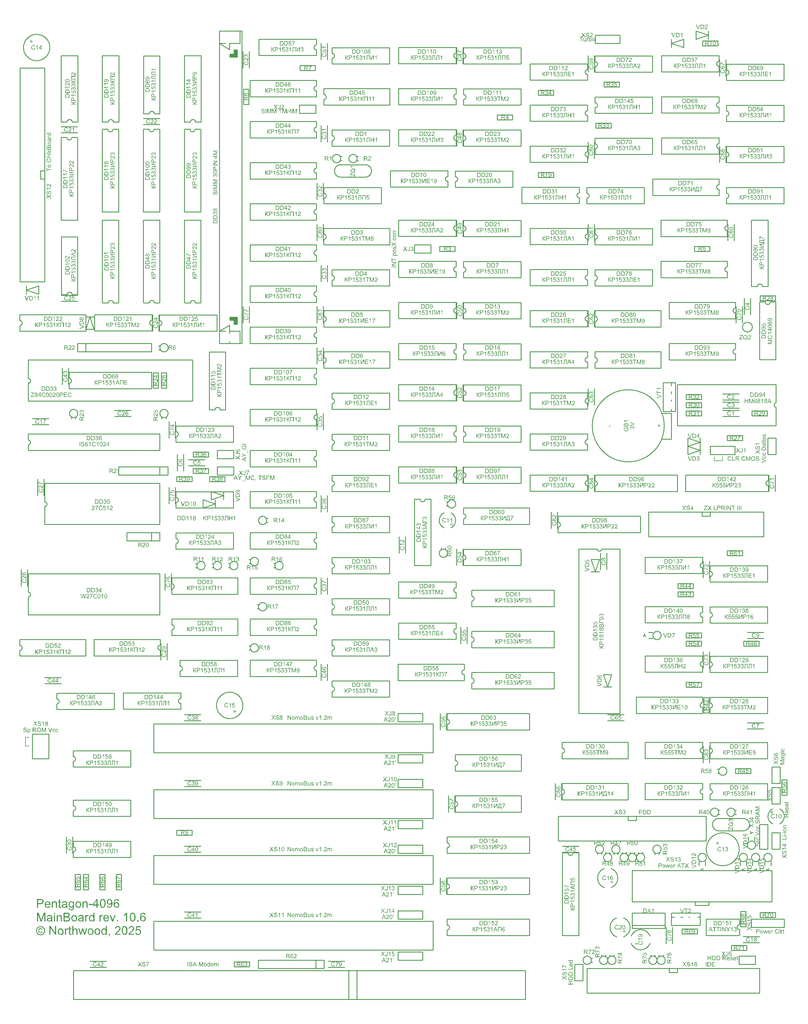
<source format=gto>
G04*
G04  File:            MAINBOARD-V10.6.8.GTO, Wed Sep 24 18:35:48 2025*
G04  Source:          P-CAD 2006 PCB, Version 19.02.958, (D:\PCAD-2006\Projects\Pentagon-4096\Hardware\MainBoard-v10.6.8.PCB)*
G04  Format:          Gerber Format (RS-274-D), ASCII*
G04*
G04  Format Options:  Absolute Positioning*
G04                   Leading-Zero Suppression*
G04                   Scale Factor 1:1*
G04                   NO Circular Interpolation*
G04                   Inch Units*
G04                   Numeric Format: 4.4 (XXXX.XXXX)*
G04                   G54 NOT Used for Aperture Change*
G04                   Apertures Embedded*
G04*
G04  File Options:    Offset = (0.0mil,0.0mil)*
G04                   Drill Symbol Size = 80.0mil*
G04                   No Pad/Via Holes*
G04*
G04  File Contents:   No Pads*
G04                   No Vias*
G04                   Designators*
G04                   Types*
G04                   Values*
G04                   No Drill Symbols*
G04                   Top Silk*
G04*
%INMAINBOARD-V10.6.8.GTO*%
%ICAS*%
%MOIN*%
G04*
G04  Aperture MACROs for general use --- invoked via D-code assignment *
G04*
G04  General MACRO for flashed round with rotation and/or offset hole *
%AMROTOFFROUND*
1,1,$1,0.0000,0.0000*
1,0,$2,$3,$4*%
G04*
G04  General MACRO for flashed oval (obround) with rotation and/or offset hole *
%AMROTOFFOVAL*
21,1,$1,$2,0.0000,0.0000,$3*
1,1,$4,$5,$6*
1,1,$4,0-$5,0-$6*
1,0,$7,$8,$9*%
G04*
G04  General MACRO for flashed oval (obround) with rotation and no hole *
%AMROTOVALNOHOLE*
21,1,$1,$2,0.0000,0.0000,$3*
1,1,$4,$5,$6*
1,1,$4,0-$5,0-$6*%
G04*
G04  General MACRO for flashed rectangle with rotation and/or offset hole *
%AMROTOFFRECT*
21,1,$1,$2,0.0000,0.0000,$3*
1,0,$4,$5,$6*%
G04*
G04  General MACRO for flashed rectangle with rotation and no hole *
%AMROTRECTNOHOLE*
21,1,$1,$2,0.0000,0.0000,$3*%
G04*
G04  General MACRO for flashed rounded-rectangle *
%AMROUNDRECT*
21,1,$1,$2-$4,0.0000,0.0000,$3*
21,1,$1-$4,$2,0.0000,0.0000,$3*
1,1,$4,$5,$6*
1,1,$4,$7,$8*
1,1,$4,0-$5,0-$6*
1,1,$4,0-$7,0-$8*
1,0,$9,$10,$11*%
G04*
G04  General MACRO for flashed rounded-rectangle with rotation and no hole *
%AMROUNDRECTNOHOLE*
21,1,$1,$2-$4,0.0000,0.0000,$3*
21,1,$1-$4,$2,0.0000,0.0000,$3*
1,1,$4,$5,$6*
1,1,$4,$7,$8*
1,1,$4,0-$5,0-$6*
1,1,$4,0-$7,0-$8*%
G04*
G04  General MACRO for flashed regular polygon *
%AMREGPOLY*
5,1,$1,0.0000,0.0000,$2,$3+$4*
1,0,$5,$6,$7*%
G04*
G04  General MACRO for flashed regular polygon with no hole *
%AMREGPOLYNOHOLE*
5,1,$1,0.0000,0.0000,$2,$3+$4*%
G04*
G04  General MACRO for target *
%AMTARGET*
6,0,0,$1,$2,$3,4,$4,$5,$6*%
G04*
G04  General MACRO for mounting hole *
%AMMTHOLE*
1,1,$1,0,0*
1,0,$2,0,0*
$1=$1-$2*
$1=$1/2*
21,1,$2+$1,$3,0,0,$4*
21,1,$3,$2+$1,0,0,$4*%
G04*
G04*
G04  D10 : "Ellipse X8.0mil Y8.0mil H0.0mil 0.0deg (0.0mil,0.0mil) Draw"*
G04  Disc: OuterDia=0.0080*
%ADD10C, 0.0080*%
G04  D11 : "Ellipse X10.0mil Y10.0mil H0.0mil 0.0deg (0.0mil,0.0mil) Draw"*
G04  Disc: OuterDia=0.0100*
%ADD11C, 0.0100*%
G04  D12 : "Ellipse X15.0mil Y15.0mil H0.0mil 0.0deg (0.0mil,0.0mil) Draw"*
G04  Disc: OuterDia=0.0150*
%ADD12C, 0.0150*%
G04  D13 : "Ellipse X25.0mil Y25.0mil H0.0mil 0.0deg (0.0mil,0.0mil) Draw"*
G04  Disc: OuterDia=0.0250*
%ADD13C, 0.0250*%
G04  D14 : "Ellipse X30.0mil Y30.0mil H0.0mil 0.0deg (0.0mil,0.0mil) Draw"*
G04  Disc: OuterDia=0.0300*
%ADD14C, 0.0300*%
G04  D15 : "Ellipse X40.0mil Y40.0mil H0.0mil 0.0deg (0.0mil,0.0mil) Draw"*
G04  Disc: OuterDia=0.0400*
%ADD15C, 0.0400*%
G04  D16 : "Ellipse X5.0mil Y5.0mil H0.0mil 0.0deg (0.0mil,0.0mil) Draw"*
G04  Disc: OuterDia=0.0050*
%ADD16C, 0.0050*%
G04  D17 : "Ellipse X6.0mil Y6.0mil H0.0mil 0.0deg (0.0mil,0.0mil) Draw"*
G04  Disc: OuterDia=0.0060*
%ADD17C, 0.0060*%
G04  D18 : "Ellipse X9.8mil Y9.8mil H0.0mil 0.0deg (0.0mil,0.0mil) Draw"*
G04  Disc: OuterDia=0.0098*
%ADD18C, 0.0098*%
G04  D19 : "Ellipse X110.0mil Y110.0mil H0.0mil 0.0deg (0.0mil,0.0mil) Flash"*
G04  Disc: OuterDia=0.1100*
%ADD19C, 0.1100*%
G04  D20 : "Ellipse X200.0mil Y200.0mil H0.0mil 0.0deg (0.0mil,0.0mil) Flash"*
G04  Disc: OuterDia=0.2000*
%ADD20C, 0.2000*%
G04  D21 : "Ellipse X215.0mil Y215.0mil H0.0mil 0.0deg (0.0mil,0.0mil) Flash"*
G04  Disc: OuterDia=0.2150*
%ADD21C, 0.2150*%
G04  D22 : "Ellipse X50.0mil Y50.0mil H0.0mil 0.0deg (0.0mil,0.0mil) Flash"*
G04  Disc: OuterDia=0.0500*
%ADD22C, 0.0500*%
G04  D23 : "Ellipse X56.0mil Y56.0mil H0.0mil 0.0deg (0.0mil,0.0mil) Flash"*
G04  Disc: OuterDia=0.0560*
%ADD23C, 0.0560*%
G04  D24 : "Ellipse X60.0mil Y60.0mil H0.0mil 0.0deg (0.0mil,0.0mil) Flash"*
G04  Disc: OuterDia=0.0600*
%ADD24C, 0.0600*%
G04  D25 : "Ellipse X64.0mil Y64.0mil H0.0mil 0.0deg (0.0mil,0.0mil) Flash"*
G04  Disc: OuterDia=0.0640*
%ADD25C, 0.0640*%
G04  D26 : "Ellipse X65.0mil Y65.0mil H0.0mil 0.0deg (0.0mil,0.0mil) Flash"*
G04  Disc: OuterDia=0.0650*
%ADD26C, 0.0650*%
G04  D27 : "Ellipse X71.0mil Y71.0mil H0.0mil 0.0deg (0.0mil,0.0mil) Flash"*
G04  Disc: OuterDia=0.0710*
%ADD27C, 0.0710*%
G04  D28 : "Ellipse X75.0mil Y75.0mil H0.0mil 0.0deg (0.0mil,0.0mil) Flash"*
G04  Disc: OuterDia=0.0750*
%ADD28C, 0.0750*%
G04  D29 : "Ellipse X79.0mil Y79.0mil H0.0mil 0.0deg (0.0mil,0.0mil) Flash"*
G04  Disc: OuterDia=0.0790*
%ADD29C, 0.0790*%
G04  D30 : "Ellipse X90.0mil Y90.0mil H0.0mil 0.0deg (0.0mil,0.0mil) Flash"*
G04  Disc: OuterDia=0.0900*
%ADD30C, 0.0900*%
G04  D31 : "Ellipse X95.0mil Y95.0mil H0.0mil 0.0deg (0.0mil,0.0mil) Flash"*
G04  Disc: OuterDia=0.0950*
%ADD31C, 0.0950*%
G04  D32 : "Oval X75.0mil Y87.0mil H0.0mil 0.0deg (0.0mil,0.0mil) Flash"*
G04  Obround: DimX=0.0750, DimY=0.0870, Rotation=0.0, OffsetX=0.0000, OffsetY=0.0000, HoleDia=0.0000 *
%ADD32O, 0.0750 X0.0870*%
G04  D33 : "Oval X90.0mil Y102.0mil H0.0mil 0.0deg (0.0mil,0.0mil) Flash"*
G04  Obround: DimX=0.0900, DimY=0.1020, Rotation=0.0, OffsetX=0.0000, OffsetY=0.0000, HoleDia=0.0000 *
%ADD33O, 0.0900 X0.1020*%
G04  D34 : "Rectangle X110.0mil Y110.0mil H0.0mil 0.0deg (0.0mil,0.0mil) Flash"*
G04  Square: Side=0.1100, Rotation=0.0, OffsetX=0.0000, OffsetY=0.0000, HoleDia=0.0000*
%ADD34R, 0.1100 X0.1100*%
G04  D35 : "Rectangle X50.0mil Y50.0mil H0.0mil 0.0deg (0.0mil,0.0mil) Flash"*
G04  Square: Side=0.0500, Rotation=0.0, OffsetX=0.0000, OffsetY=0.0000, HoleDia=0.0000*
%ADD35R, 0.0500 X0.0500*%
G04  D36 : "Rectangle X56.0mil Y56.0mil H0.0mil 0.0deg (0.0mil,0.0mil) Flash"*
G04  Square: Side=0.0560, Rotation=0.0, OffsetX=0.0000, OffsetY=0.0000, HoleDia=0.0000*
%ADD36R, 0.0560 X0.0560*%
G04  D37 : "Rectangle X60.0mil Y60.0mil H0.0mil 0.0deg (0.0mil,0.0mil) Flash"*
G04  Square: Side=0.0600, Rotation=0.0, OffsetX=0.0000, OffsetY=0.0000, HoleDia=0.0000*
%ADD37R, 0.0600 X0.0600*%
G04  D38 : "Rectangle X64.0mil Y64.0mil H0.0mil 0.0deg (0.0mil,0.0mil) Flash"*
G04  Square: Side=0.0640, Rotation=0.0, OffsetX=0.0000, OffsetY=0.0000, HoleDia=0.0000*
%ADD38R, 0.0640 X0.0640*%
G04  D39 : "Rectangle X65.0mil Y65.0mil H0.0mil 0.0deg (0.0mil,0.0mil) Flash"*
G04  Square: Side=0.0650, Rotation=0.0, OffsetX=0.0000, OffsetY=0.0000, HoleDia=0.0000*
%ADD39R, 0.0650 X0.0650*%
G04  D40 : "Rectangle X71.0mil Y71.0mil H0.0mil 0.0deg (0.0mil,0.0mil) Flash"*
G04  Square: Side=0.0710, Rotation=0.0, OffsetX=0.0000, OffsetY=0.0000, HoleDia=0.0000*
%ADD40R, 0.0710 X0.0710*%
G04  D41 : "Rectangle X75.0mil Y75.0mil H0.0mil 0.0deg (0.0mil,0.0mil) Flash"*
G04  Square: Side=0.0750, Rotation=0.0, OffsetX=0.0000, OffsetY=0.0000, HoleDia=0.0000*
%ADD41R, 0.0750 X0.0750*%
G04  D42 : "Rectangle X75.0mil Y87.0mil H0.0mil 0.0deg (0.0mil,0.0mil) Flash"*
G04  Rectangular: DimX=0.0750, DimY=0.0870, Rotation=0.0, OffsetX=0.0000, OffsetY=0.0000, HoleDia=0.0000 *
%ADD42R, 0.0750 X0.0870*%
G04  D43 : "Rectangle X79.0mil Y79.0mil H0.0mil 0.0deg (0.0mil,0.0mil) Flash"*
G04  Square: Side=0.0790, Rotation=0.0, OffsetX=0.0000, OffsetY=0.0000, HoleDia=0.0000*
%ADD43R, 0.0790 X0.0790*%
G04  D44 : "Rectangle X90.0mil Y102.0mil H0.0mil 0.0deg (0.0mil,0.0mil) Flash"*
G04  Rectangular: DimX=0.0900, DimY=0.1020, Rotation=0.0, OffsetX=0.0000, OffsetY=0.0000, HoleDia=0.0000 *
%ADD44R, 0.0900 X0.1020*%
G04  D45 : "Rectangle X95.0mil Y95.0mil H0.0mil 0.0deg (0.0mil,0.0mil) Flash"*
G04  Square: Side=0.0950, Rotation=0.0, OffsetX=0.0000, OffsetY=0.0000, HoleDia=0.0000*
%ADD45R, 0.0950 X0.0950*%
G04  D46 : "Ellipse X102.0mil Y102.0mil H0.0mil 0.0deg (0.0mil,0.0mil) Flash"*
G04  Disc: OuterDia=0.1020*
%ADD46C, 0.1020*%
G04  D47 : "Ellipse X118.0mil Y118.0mil H0.0mil 0.0deg (0.0mil,0.0mil) Flash"*
G04  Disc: OuterDia=0.1180*
%ADD47C, 0.1180*%
G04  D48 : "Ellipse X133.0mil Y133.0mil H0.0mil 0.0deg (0.0mil,0.0mil) Flash"*
G04  Disc: OuterDia=0.1330*
%ADD48C, 0.1330*%
G04  D49 : "Ellipse X20.0mil Y20.0mil H0.0mil 0.0deg (0.0mil,0.0mil) Flash"*
G04  Disc: OuterDia=0.0200*
%ADD49C, 0.0200*%
G04  D50 : "Ellipse X35.0mil Y35.0mil H0.0mil 0.0deg (0.0mil,0.0mil) Flash"*
G04  Disc: OuterDia=0.0350*
%ADD50C, 0.0350*%
G04  D51 : "Ellipse X55.0mil Y55.0mil H0.0mil 0.0deg (0.0mil,0.0mil) Flash"*
G04  Disc: OuterDia=0.0550*
%ADD51C, 0.0550*%
G04  D52 : "Ellipse X70.0mil Y70.0mil H0.0mil 0.0deg (0.0mil,0.0mil) Flash"*
G04  Disc: OuterDia=0.0700*
%ADD52C, 0.0700*%
G04  D53 : "Ellipse X87.0mil Y87.0mil H0.0mil 0.0deg (0.0mil,0.0mil) Flash"*
G04  Disc: OuterDia=0.0870*
%ADD53C, 0.0870*%
G04*
%FSLAX44Y44*%
%SFA1B1*%
%OFA0.0000B0.0000*%
G04*
G70*
G90*
G01*
D2*
%LNTop Silk*%
%LPD*%
D10*
D11*
X103981Y108600*
X104078Y108609D1*
X104172Y108638*
X104259Y108684*
X104334Y108746*
X104397Y108822*
X104443Y108908*
X104471Y109002*
X104481Y109100*
X104471Y109197*
X104443Y109291*
X104397Y109377*
X104334Y109453*
X104259Y109515*
X104172Y109562*
X104078Y109590*
X103981Y109600*
X103883Y109590*
X103790Y109562*
X103703Y109515*
X103627Y109453*
X103565Y109377*
X103519Y109291*
X103490Y109197*
X103481Y109100*
X103490Y109002*
X103519Y108908*
X103565Y108822*
X103627Y108746*
X103703Y108684*
X103790Y108638*
X103883Y108609*
X103981Y108600*
D2*
D10*
X102160Y131520*
X102600D1*
Y132600D2*
X102160D1*
X187000Y166250D2*
Y166750D1*
X102160Y132600D2*
Y131520D1*
X186000Y166750D2*
Y166250D1*
X187000*
D2*
D11*
X154375Y125500*
Y123500D1*
X153625D2*
Y125500D1*
D2*
D10*
D11*
X155375Y155500*
Y153500D1*
X154625D2*
Y155500D1*
D2*
D10*
D11*
X155375Y185500*
Y183500D1*
X154625D2*
Y185500D1*
D2*
D10*
D11*
X155375Y206500*
Y204500D1*
X154625D2*
Y206500D1*
D2*
D10*
D11*
X104375Y164000*
Y162000D1*
X103625D2*
Y164000D1*
D2*
D10*
D11*
X107375Y177500*
Y175500D1*
X106625D2*
Y177500D1*
D2*
D10*
D11*
X109812Y115937*
X109187D1*
X109812Y114062D2*
X109187D1*
Y115937*
X109812D2*
Y114062D1*
D2*
D10*
D11*
X108812Y115937*
X108187D1*
X108812Y114062D2*
X108187D1*
Y115937*
X108812D2*
Y114062D1*
D2*
D10*
D11*
X111812Y115937*
X111187D1*
X111812Y114062D2*
X111187D1*
Y115937*
X111812D2*
Y114062D1*
D2*
D10*
D11*
X118625Y142000*
Y144000D1*
X119375D2*
Y142000D1*
D2*
D10*
D11*
X118312Y176937*
X117687D1*
X118312Y175062D2*
X117687D1*
Y176937*
X118312D2*
Y175062D1*
D2*
D10*
D11*
X118750Y171350*
Y171550D1*
X119250Y171350D2*
Y171550D1*
X119000Y171499D2*
X119097Y171509D1*
X119191Y171538*
X119277Y171584*
X119353Y171646*
X119415Y171722*
X119461Y171808*
X119490Y171902*
X119500Y172000*
X119490Y172097*
X119461Y172191*
X119415Y172277*
X119353Y172353*
X119277Y172415*
X119191Y172461*
X119097Y172490*
X119000Y172500*
X118902Y172490*
X118808Y172461*
X118722Y172415*
X118646Y172353*
X118584Y172277*
X118538Y172191*
X118509Y172097*
X118499Y172000*
X118509Y171902*
X118538Y171808*
X118584Y171722*
X118646Y171646*
X118722Y171584*
X118808Y171538*
X118902Y171509*
X119000Y171499*
D2*
D10*
D11*
X119312Y176937*
X118687D1*
X119312Y175062D2*
X118687D1*
Y176937*
X119312D2*
Y175062D1*
D2*
D10*
D11*
X117625Y182000*
Y184000D1*
X118375D2*
Y182000D1*
D2*
D10*
D11*
X120625Y165000*
Y167000D1*
X121375D2*
Y165000D1*
D2*
D10*
D11*
X126850Y153750*
X127050D1*
X126850Y153250D2*
X127050D1*
X126999Y153500D2*
X127009Y153402D1*
X127038Y153308*
X127084Y153222*
X127146Y153146*
X127222Y153084*
X127308Y153038*
X127402Y153009*
X127500Y152999*
X127597Y153009*
X127691Y153038*
X127777Y153084*
X127853Y153146*
X127915Y153222*
X127961Y153308*
X127990Y153402*
X128000Y153500*
X127990Y153597*
X127961Y153691*
X127915Y153777*
X127853Y153853*
X127777Y153915*
X127691Y153961*
X127597Y153990*
X127500Y154000*
X127402Y153990*
X127308Y153961*
X127222Y153915*
X127146Y153853*
X127084Y153777*
X127038Y153691*
X127009Y153597*
X126999Y153500*
D2*
D10*
D11*
X138125Y139500*
Y141500D1*
X138875D2*
Y139500D1*
D2*
D10*
D11*
X138125Y150000*
Y152000D1*
X138875D2*
Y150000D1*
D2*
D10*
D11*
X138125Y160000*
Y162000D1*
X138875D2*
Y160000D1*
D2*
D10*
D11*
Y190000*
Y188000D1*
X138125D2*
Y190000D1*
D2*
D10*
D11*
X138875Y217000*
Y215000D1*
X138125D2*
Y217000D1*
D2*
D10*
D11*
X148375Y157000*
Y155000D1*
X147625D2*
Y157000D1*
D2*
D10*
D11*
X155375Y165500*
Y163500D1*
X154625D2*
Y165500D1*
D2*
D10*
D11*
X155375Y175500*
Y173500D1*
X154625D2*
Y175500D1*
D2*
D10*
D11*
X155375Y216500*
Y214500D1*
X154625D2*
Y216500D1*
D2*
D10*
D11*
X167375Y127000*
Y125000D1*
X166625D2*
Y127000D1*
D2*
D10*
D11*
X166875Y160000*
Y158000D1*
X166125D2*
Y160000D1*
D2*
D10*
D11*
X172750Y106150*
Y105950D1*
X172250Y106150D2*
Y105950D1*
X172500Y106000D2*
X172402Y105990D1*
X172308Y105961*
X172222Y105915*
X172146Y105853*
X172084Y105777*
X172038Y105691*
X172009Y105597*
X171999Y105500*
X172009Y105402*
X172038Y105308*
X172084Y105222*
X172146Y105146*
X172222Y105084*
X172308Y105038*
X172402Y105009*
X172500Y104999*
X172597Y105009*
X172691Y105038*
X172777Y105084*
X172853Y105146*
X172915Y105222*
X172961Y105308*
X172990Y105402*
X173000Y105500*
X172990Y105597*
X172961Y105691*
X172915Y105777*
X172853Y105853*
X172777Y105915*
X172691Y105961*
X172597Y105990*
X172500Y106000*
D2*
D10*
D11*
X173250Y118650*
Y118450D1*
X172750Y118650D2*
Y118450D1*
X173000Y118500D2*
X172902Y118490D1*
X172808Y118461*
X172722Y118415*
X172646Y118353*
X172584Y118277*
X172538Y118191*
X172509Y118097*
X172499Y118000*
X172509Y117902*
X172538Y117808*
X172584Y117722*
X172646Y117646*
X172722Y117584*
X172808Y117538*
X172902Y117509*
X173000Y117499*
X173097Y117509*
X173191Y117538*
X173277Y117584*
X173353Y117646*
X173415Y117722*
X173461Y117808*
X173490Y117902*
X173500Y118000*
X173490Y118097*
X173461Y118191*
X173415Y118277*
X173353Y118353*
X173277Y118415*
X173191Y118461*
X173097Y118490*
X173000Y118500*
D2*
D10*
D11*
X171750Y118350*
Y118550D1*
X172250Y118350D2*
Y118550D1*
X172000Y118499D2*
X172097Y118509D1*
X172191Y118538*
X172277Y118584*
X172353Y118646*
X172415Y118722*
X172461Y118808*
X172490Y118902*
X172500Y119000*
X172490Y119097*
X172461Y119191*
X172415Y119277*
X172353Y119353*
X172277Y119415*
X172191Y119461*
X172097Y119490*
X172000Y119500*
X171902Y119490*
X171808Y119461*
X171722Y119415*
X171646Y119353*
X171584Y119277*
X171538Y119191*
X171509Y119097*
X171499Y119000*
X171509Y118902*
X171538Y118808*
X171584Y118722*
X171646Y118646*
X171722Y118584*
X171808Y118538*
X171902Y118509*
X172000Y118499*
D2*
D10*
D11*
X173500Y140250*
X172500D1*
X173500Y138750D2*
X172500D1*
X173500Y140250D2*
X173000Y138750D1*
X172500Y140250*
D2*
D10*
D11*
X172125Y153000*
Y155000D1*
X172875D2*
Y153000D1*
D2*
D10*
D11*
X175250Y118650*
Y118450D1*
X174750Y118650D2*
Y118450D1*
X175000Y118500D2*
X174902Y118490D1*
X174808Y118461*
X174722Y118415*
X174646Y118353*
X174584Y118277*
X174538Y118191*
X174509Y118097*
X174499Y118000*
X174509Y117902*
X174538Y117808*
X174584Y117722*
X174646Y117646*
X174722Y117584*
X174808Y117538*
X174902Y117509*
X175000Y117499*
X175097Y117509*
X175191Y117538*
X175277Y117584*
X175353Y117646*
X175415Y117722*
X175461Y117808*
X175490Y117902*
X175500Y118000*
X175490Y118097*
X175461Y118191*
X175415Y118277*
X175353Y118353*
X175277Y118415*
X175191Y118461*
X175097Y118490*
X175000Y118500*
D2*
D10*
D11*
X176250Y118650*
Y118450D1*
X175750Y118650D2*
Y118450D1*
X176000Y118500D2*
X175902Y118490D1*
X175808Y118461*
X175722Y118415*
X175646Y118353*
X175584Y118277*
X175538Y118191*
X175509Y118097*
X175499Y118000*
X175509Y117902*
X175538Y117808*
X175584Y117722*
X175646Y117646*
X175722Y117584*
X175808Y117538*
X175902Y117509*
X176000Y117499*
X176097Y117509*
X176191Y117538*
X176277Y117584*
X176353Y117646*
X176415Y117722*
X176461Y117808*
X176490Y117902*
X176500Y118000*
X176490Y118097*
X176461Y118191*
X176415Y118277*
X176353Y118353*
X176277Y118415*
X176191Y118461*
X176097Y118490*
X176000Y118500*
D2*
D10*
D11*
X178750Y106150*
Y105950D1*
X178250Y106150D2*
Y105950D1*
X178500Y106000D2*
X178402Y105990D1*
X178308Y105961*
X178222Y105915*
X178146Y105853*
X178084Y105777*
X178038Y105691*
X178009Y105597*
X177999Y105500*
X178009Y105402*
X178038Y105308*
X178084Y105222*
X178146Y105146*
X178222Y105084*
X178308Y105038*
X178402Y105009*
X178500Y104999*
X178597Y105009*
X178691Y105038*
X178777Y105084*
X178853Y105146*
X178915Y105222*
X178961Y105308*
X178990Y105402*
X179000Y105500*
X178990Y105597*
X178961Y105691*
X178915Y105777*
X178853Y105853*
X178777Y105915*
X178691Y105961*
X178597Y105990*
X178500Y106000*
D2*
D10*
D11*
D17*
X184706Y116650*
X184312Y116500D1*
X184706Y116350*
X184575Y116406D2*
Y116593D1*
D2*
D11*
X184875Y117500*
Y117000D1*
X184125Y117500D2*
Y117000D1*
X185000Y118000D2*
X184990Y118097D1*
X184961Y118191*
X184915Y118277*
X184853Y118353*
X184777Y118415*
X184691Y118461*
X184597Y118490*
X184500Y118500*
X184402Y118490*
X184308Y118461*
X184222Y118415*
X184146Y118353*
X184084Y118277*
X184038Y118191*
X184009Y118097*
X183999Y118000*
X184009Y117902*
X184038Y117808*
X184084Y117722*
X184146Y117646*
X184222Y117584*
X184308Y117538*
X184402Y117509*
X184500Y117499*
X184597Y117509*
X184691Y117538*
X184777Y117584*
X184853Y117646*
X184915Y117722*
X184961Y117808*
X184990Y117902*
X185000Y118000*
D2*
D10*
D11*
X184625Y129500*
Y131500D1*
X185375D2*
Y129500D1*
D2*
D10*
D11*
Y143000*
Y141000D1*
X184625D2*
Y143000D1*
D2*
D10*
D11*
X184687Y135562*
X185312D1*
X184687Y137437D2*
X185312D1*
Y135562*
X184687D2*
Y137437D1*
D2*
D10*
D11*
X185375Y154000*
Y152000D1*
X184625D2*
Y154000D1*
D2*
D10*
D11*
X187375Y204500*
Y202500D1*
X186625D2*
Y204500D1*
D2*
D10*
D11*
X187375Y215000*
Y213000D1*
X186625D2*
Y215000D1*
D2*
D10*
D17*
X191206Y116650*
X190812Y116500D1*
X191206Y116350*
X191075Y116406D2*
Y116593D1*
D2*
D11*
X191375Y117500*
Y117000D1*
X190625Y117500D2*
Y117000D1*
X191500Y118000D2*
X191490Y118097D1*
X191461Y118191*
X191415Y118277*
X191353Y118353*
X191277Y118415*
X191191Y118461*
X191097Y118490*
X191000Y118500*
X190902Y118490*
X190808Y118461*
X190722Y118415*
X190646Y118353*
X190584Y118277*
X190538Y118191*
X190509Y118097*
X190499Y118000*
X190509Y117902*
X190538Y117808*
X190584Y117722*
X190646Y117646*
X190722Y117584*
X190808Y117538*
X190902Y117509*
X191000Y117499*
X191097Y117509*
X191191Y117538*
X191277Y117584*
X191353Y117646*
X191415Y117722*
X191461Y117808*
X191490Y117902*
X191500Y118000*
D2*
D10*
D17*
X190293Y120849*
X190687Y120999D1*
X190293Y121149*
X190425Y121093D2*
Y120906D1*
D2*
D11*
X190125Y120000*
Y120500D1*
X190875Y120000D2*
Y120500D1*
X189999Y119500D2*
X190009Y119402D1*
X190038Y119308*
X190084Y119222*
X190146Y119146*
X190222Y119084*
X190308Y119038*
X190402Y119009*
X190500Y118999*
X190597Y119009*
X190691Y119038*
X190777Y119084*
X190853Y119146*
X190915Y119222*
X190961Y119308*
X190990Y119402*
X191000Y119500*
X190990Y119597*
X190961Y119691*
X190915Y119777*
X190853Y119853*
X190777Y119915*
X190691Y119961*
X190597Y119990*
X190500Y120000*
X190402Y119990*
X190308Y119961*
X190222Y119915*
X190146Y119853*
X190084Y119777*
X190038Y119691*
X190009Y119597*
X189999Y119500*
D2*
D10*
D11*
X189625Y184000*
Y186000D1*
X190375D2*
Y184000D1*
D2*
D10*
D11*
X193077Y123906*
X192990Y123860D1*
X192907Y123805*
X192831Y123743*
X192761Y123674*
X192698Y123598*
X192643Y123516*
X192596Y123429*
X192559Y123338*
X192530Y123244*
X192510Y123147*
X192501Y123049*
Y122950*
X192510Y122852*
X192530Y122755*
X192559Y122661*
X192596Y122570*
X192643Y122483*
X192698Y122401*
X192761Y122325*
X192831Y122256*
X192907Y122194*
X192990Y122139*
X193077Y122093*
X193922D2*
X194009Y122139D1*
X194092Y122194*
X194168Y122256*
X194238Y122325*
X194301Y122401*
X194356Y122483*
X194403Y122570*
X194440Y122661*
X194469Y122755*
X194489Y122852*
X194498Y122950*
Y123049*
X194489Y123147*
X194469Y123244*
X194440Y123338*
X194403Y123429*
X194356Y123516*
X194301Y123598*
X194238Y123674*
X194168Y123743*
X194092Y123805*
X194009Y123860*
X193922Y123906*
D2*
D10*
D11*
X194000Y129000*
X193000D1*
Y127000D2*
X194000D1*
Y129000*
X193000D2*
Y127000D1*
D2*
D10*
D11*
X192625Y162500*
Y164500D1*
X193375D2*
Y162500D1*
D2*
D10*
D11*
X109500Y182250*
X110500D1*
X109500Y183750D2*
X110500D1*
X109500Y182250D2*
X110000Y183750D1*
X110500Y182250*
D2*
D10*
D11*
X138875Y207000*
Y205000D1*
X138125D2*
Y207000D1*
D2*
D10*
D11*
X155375Y195500*
Y193500D1*
X154625D2*
Y195500D1*
D2*
D10*
D11*
X180125Y107500*
Y109500D1*
X180875D2*
Y107500D1*
D2*
D10*
D11*
X187625Y193000*
Y195000D1*
X188375D2*
Y193000D1*
D2*
D10*
D11*
X189187Y109562*
X189812D1*
X189187Y111437D2*
X189812D1*
Y109562*
X189187D2*
Y111437D1*
D2*
D10*
D11*
X193000Y119000*
X194000D1*
Y121000D2*
X193000D1*
Y119000*
X194000D2*
Y121000D1*
D2*
D10*
D11*
X106500Y139125*
X104500D1*
Y139875D2*
X106500D1*
D2*
D10*
D11*
X119875Y152500*
Y150500D1*
X119125D2*
Y152500D1*
D2*
D10*
D11*
X113000Y172375*
X115000D1*
Y171625D2*
X113000D1*
D2*
D10*
D11*
X116500Y207875*
X118500D1*
Y207125D2*
X116500D1*
D2*
D10*
D11*
X130350Y148750*
X130550D1*
X130350Y148250D2*
X130550D1*
X130499Y148500D2*
X130509Y148402D1*
X130538Y148308*
X130584Y148222*
X130646Y148146*
X130722Y148084*
X130808Y148038*
X130902Y148009*
X131000Y147999*
X131097Y148009*
X131191Y148038*
X131277Y148084*
X131353Y148146*
X131415Y148222*
X131461Y148308*
X131490Y148402*
X131500Y148500*
X131490Y148597*
X131461Y148691*
X131415Y148777*
X131353Y148853*
X131277Y148915*
X131191Y148961*
X131097Y148990*
X131000Y149000*
X130902Y148990*
X130808Y148961*
X130722Y148915*
X130646Y148853*
X130584Y148777*
X130538Y148691*
X130509Y148597*
X130499Y148500*
D2*
D10*
D11*
X124562Y164312*
Y163687D1*
X126437Y164312D2*
Y163687D1*
X124562*
Y164312D2*
X126437D1*
D2*
D10*
D11*
X124000Y165625*
X122000D1*
Y166375D2*
X124000D1*
D2*
D10*
D11*
X122562Y167312*
Y166687D1*
X124437Y167312D2*
Y166687D1*
X122562*
Y167312D2*
X124437D1*
D2*
D10*
D11*
X142650Y202750*
X142450D1*
X142650Y203250D2*
X142450D1*
X142500Y203000D2*
X142490Y203097D1*
X142461Y203191*
X142415Y203277*
X142353Y203353*
X142277Y203415*
X142191Y203461*
X142097Y203490*
X142000Y203500*
X141902Y203490*
X141808Y203461*
X141722Y203415*
X141646Y203353*
X141584Y203277*
X141538Y203191*
X141509Y203097*
X141499Y203000*
X141509Y202902*
X141538Y202808*
X141584Y202722*
X141646Y202646*
X141722Y202584*
X141808Y202538*
X141902Y202509*
X142000Y202499*
X142097Y202509*
X142191Y202538*
X142277Y202584*
X142353Y202646*
X142415Y202722*
X142461Y202808*
X142490Y202902*
X142500Y203000*
D2*
D10*
D11*
X140650Y202750*
X140450D1*
X140650Y203250D2*
X140450D1*
X140500Y203000D2*
X140490Y203097D1*
X140461Y203191*
X140415Y203277*
X140353Y203353*
X140277Y203415*
X140191Y203461*
X140097Y203490*
X140000Y203500*
X139902Y203490*
X139808Y203461*
X139722Y203415*
X139646Y203353*
X139584Y203277*
X139538Y203191*
X139509Y203097*
X139499Y203000*
X139509Y202902*
X139538Y202808*
X139584Y202722*
X139646Y202646*
X139722Y202584*
X139808Y202538*
X139902Y202509*
X140000Y202499*
X140097Y202509*
X140191Y202538*
X140277Y202584*
X140353Y202646*
X140415Y202722*
X140461Y202808*
X140490Y202902*
X140500Y203000*
D2*
D10*
D11*
X135562Y214312*
Y213687D1*
X137437Y214312D2*
Y213687D1*
X135562*
Y214312D2*
X137437D1*
D2*
D10*
D11*
X150500Y119500*
Y118500D1*
X147500D2*
Y119500D1*
X150500Y118500D2*
X147500D1*
Y119500D2*
X150500D1*
D2*
D10*
D11*
Y122500*
Y121500D1*
X147500D2*
Y122500D1*
X150500Y121500D2*
X147500D1*
Y122500D2*
X150500D1*
D2*
D10*
D11*
Y127500*
Y126500D1*
X147500D2*
Y127500D1*
X150500Y126500D2*
X147500D1*
Y127500D2*
X150500D1*
D2*
D10*
D11*
Y130500*
Y129500D1*
X147500D2*
Y130500D1*
X150500Y129500D2*
X147500D1*
Y130500D2*
X150500D1*
D2*
D10*
D11*
X161437Y207687*
Y208312D1*
X159562Y207687D2*
Y208312D1*
X161437*
Y207687D2*
X159562D1*
D2*
D10*
D11*
X166437Y210687*
Y211312D1*
X164562Y210687D2*
Y211312D1*
X166437*
Y210687D2*
X164562D1*
D2*
D10*
D11*
X174918Y110650*
X175010Y110612D1*
X175099Y110567*
X175184Y110514*
X175264Y110455*
X175339Y110390*
X175409Y110319*
X175473Y110242*
X175530Y110160*
X175580Y110074*
X175623Y109984*
X175659Y109891*
X175687Y109796*
X175707Y109698*
X175719Y109599*
X175723Y109500*
X175719Y109400*
X175707Y109301*
X175687Y109203*
X175659Y109108*
X175623Y109015*
X175580Y108925*
X175530Y108839*
X175473Y108757*
X175409Y108680*
X175339Y108609*
X175264Y108544*
X175184Y108485*
X175099Y108432*
X175010Y108387*
X174918Y108349*
X174081D2*
X173989Y108387D1*
X173900Y108432*
X173815Y108485*
X173735Y108544*
X173660Y108609*
X173590Y108680*
X173526Y108757*
X173469Y108839*
X173419Y108925*
X173376Y109015*
X173340Y109108*
X173312Y109203*
X173292Y109301*
X173280Y109400*
X173276Y109500*
X173280Y109599*
X173292Y109698*
X173312Y109796*
X173340Y109891*
X173376Y109984*
X173419Y110074*
X173469Y110160*
X173526Y110242*
X173590Y110319*
X173660Y110390*
X173735Y110455*
X173815Y110514*
X173900Y110567*
X173989Y110612*
X174081Y110650*
D2*
D10*
D11*
X173418Y114349*
X173510Y114387D1*
X173599Y114432*
X173684Y114485*
X173764Y114544*
X173839Y114609*
X173909Y114680*
X173973Y114757*
X174030Y114839*
X174080Y114925*
X174123Y115015*
X174159Y115108*
X174187Y115203*
X174207Y115301*
X174219Y115400*
X174223Y115500*
X174219Y115599*
X174207Y115698*
X174187Y115796*
X174159Y115891*
X174123Y115984*
X174080Y116074*
X174030Y116160*
X173973Y116242*
X173909Y116319*
X173839Y116390*
X173764Y116455*
X173684Y116514*
X173599Y116567*
X173510Y116612*
X173418Y116650*
X172581D2*
X172489Y116612D1*
X172400Y116567*
X172315Y116514*
X172235Y116455*
X172160Y116390*
X172090Y116319*
X172026Y116242*
X171969Y116160*
X171919Y116074*
X171876Y115984*
X171840Y115891*
X171812Y115796*
X171792Y115698*
X171780Y115599*
X171776Y115500*
X171780Y115400*
X171792Y115301*
X171812Y115203*
X171840Y115108*
X171876Y115015*
X171919Y114925*
X171969Y114839*
X172026Y114757*
X172090Y114680*
X172160Y114609*
X172235Y114544*
X172315Y114485*
X172400Y114432*
X172489Y114387*
X172581Y114349*
D2*
D10*
D11*
X178750Y118350*
Y118550D1*
X179250Y118350D2*
Y118550D1*
X179000Y118499D2*
X179097Y118509D1*
X179191Y118538*
X179277Y118584*
X179353Y118646*
X179415Y118722*
X179461Y118808*
X179490Y118902*
X179500Y119000*
X179490Y119097*
X179461Y119191*
X179415Y119277*
X179353Y119353*
X179277Y119415*
X179191Y119461*
X179097Y119490*
X179000Y119500*
X178902Y119490*
X178808Y119461*
X178722Y119415*
X178646Y119353*
X178584Y119277*
X178538Y119191*
X178509Y119097*
X178499Y119000*
X178509Y118902*
X178538Y118808*
X178584Y118722*
X178646Y118646*
X178722Y118584*
X178808Y118538*
X178902Y118509*
X179000Y118499*
D2*
D10*
D11*
X178000Y144625*
X178500D1*
X178000Y145375D2*
X178500D1*
X179000Y144499D2*
X179097Y144509D1*
X179191Y144538*
X179277Y144584*
X179353Y144646*
X179415Y144722*
X179461Y144808*
X179490Y144902*
X179500Y145000*
X179490Y145097*
X179461Y145191*
X179415Y145277*
X179353Y145353*
X179277Y145415*
X179191Y145461*
X179097Y145490*
X179000Y145500*
X178902Y145490*
X178808Y145461*
X178722Y145415*
X178646Y145353*
X178584Y145277*
X178538Y145191*
X178509Y145097*
X178499Y145000*
X178509Y144902*
X178538Y144808*
X178584Y144722*
X178646Y144646*
X178722Y144584*
X178808Y144538*
X178902Y144509*
X179000Y144499*
D2*
D17*
X177650Y144793*
X177500Y145187D1*
X177350Y144793*
X177406Y144925D2*
X177593D1*
D2*
D11*
D10*
D11*
X171375Y164500*
Y162500D1*
X170625D2*
Y164500D1*
D2*
D10*
D11*
X172562Y212312*
Y211687D1*
X174437Y212312D2*
Y211687D1*
X172562*
Y212312D2*
X174437D1*
D2*
D10*
D11*
X171375Y215500*
Y213500D1*
X170625D2*
Y215500D1*
D2*
D10*
D11*
X188062Y107312*
Y106687D1*
X189937Y107312D2*
Y106687D1*
X188062*
Y107312D2*
X189937D1*
D2*
D10*
D11*
X186500Y121250*
X186402Y121256D1*
X186305Y121275*
X186212Y121307*
X186125Y121350*
X186043Y121404*
X185969Y121469*
X185904Y121543*
X185850Y121625*
X185807Y121712*
X185775Y121805*
X185756Y121902*
X185750Y122000*
X185756Y122097*
X185775Y122194*
X185807Y122287*
X185850Y122375*
X185904Y122456*
X185969Y122530*
X186043Y122595*
X186125Y122649*
X186212Y122692*
X186305Y122724*
X186402Y122743*
X186500Y122750*
X189500D2*
X189597Y122743D1*
X189694Y122724*
X189787Y122692*
X189875Y122649*
X189956Y122595*
X190030Y122530*
X190095Y122456*
X190149Y122375*
X190192Y122287*
X190224Y122194*
X190243Y122097*
X190250Y122000*
X190243Y121902*
X190224Y121805*
X190192Y121712*
X190149Y121625*
X190095Y121543*
X190030Y121469*
X189956Y121404*
X189875Y121350*
X189787Y121307*
X189694Y121275*
X189597Y121256*
X189500Y121250*
X186500D2*
X189500D1*
X186500Y122750D2*
X189500D1*
D2*
D10*
D11*
X192000Y133625*
X190000D1*
Y134375D2*
X192000D1*
D2*
D10*
D11*
X184437Y138687*
Y139312D1*
X182562Y138687D2*
Y139312D1*
X184437*
Y138687D2*
X182562D1*
D2*
D10*
D11*
X190000Y145375*
X192000D1*
Y144625D2*
X190000D1*
D2*
D10*
D11*
X184437Y144687*
Y145312D1*
X182562Y144687D2*
Y145312D1*
X184437*
Y144687D2*
X182562D1*
D2*
D10*
D11*
X189437Y154687*
Y155312D1*
X187562Y154687D2*
Y155312D1*
X189437*
Y154687D2*
X187562D1*
D2*
D10*
D11*
Y169312*
Y168687D1*
X189437Y169312D2*
Y168687D1*
X187562*
Y169312D2*
X189437D1*
D2*
D10*
D11*
X189000Y171625*
X187000D1*
Y172375D2*
X189000D1*
D2*
D10*
D11*
X187000Y173375*
X189000D1*
Y172625D2*
X187000D1*
D2*
D10*
D11*
X182562Y173312*
Y172687D1*
X184437Y173312D2*
Y172687D1*
X182562*
Y173312D2*
X184437D1*
D2*
D10*
D11*
Y171687*
Y172312D1*
X182562Y171687D2*
Y172312D1*
X184437*
Y171687D2*
X182562D1*
D2*
D10*
D11*
X186437Y216687*
Y217312D1*
X184562Y216687D2*
Y217312D1*
X186437*
Y216687D2*
X184562D1*
D2*
D10*
D11*
X107875Y120500*
Y118500D1*
X107125D2*
Y120500D1*
D2*
D10*
D11*
X102375Y153000*
Y151000D1*
X101625D2*
Y153000D1*
D2*
D10*
D11*
X103000Y171375*
X105000D1*
Y170625D2*
X103000D1*
D2*
D10*
D11*
X107750Y171350*
Y171550D1*
X108250Y171350D2*
Y171550D1*
X108000Y171499D2*
X108097Y171509D1*
X108191Y171538*
X108277Y171584*
X108353Y171646*
X108415Y171722*
X108461Y171808*
X108490Y171902*
X108500Y172000*
X108490Y172097*
X108461Y172191*
X108415Y172277*
X108353Y172353*
X108277Y172415*
X108191Y172461*
X108097Y172490*
X108000Y172500*
X107902Y172490*
X107808Y172461*
X107722Y172415*
X107646Y172353*
X107584Y172277*
X107538Y172191*
X107509Y172097*
X107499Y172000*
X107509Y171902*
X107538Y171808*
X107584Y171722*
X107646Y171646*
X107722Y171584*
X107808Y171538*
X107902Y171509*
X108000Y171499*
D2*
D10*
D11*
X106500Y186375*
X108500D1*
Y185625D2*
X106500D1*
D2*
D10*
D11*
X103750Y186500*
Y187500D1*
X102250Y186500D2*
Y187500D1*
X103750Y186500D2*
X102250Y187000D1*
X103750Y187500*
D2*
D10*
D11*
X106500Y206875*
X108500D1*
Y206125D2*
X106500D1*
D2*
D10*
D11*
X112000Y104625*
X110000D1*
Y105375D2*
X112000D1*
D2*
D10*
D11*
X113812Y115937*
X113187D1*
X113812Y114062D2*
X113187D1*
Y115937*
X113812D2*
Y114062D1*
D2*
D10*
D18*
X121051Y136723*
X120958Y136738D1*
X120874Y136780*
X120808Y136847*
X120765Y136930*
X120751Y137023*
X120765Y137116*
X120808Y137199*
X120874Y137266*
X120958Y137308*
X121051Y137323*
Y136723D2*
Y136039D1*
X114043Y138007D2*
X121051D1*
Y136039D2*
X114043D1*
X121051Y138007D2*
Y137323D1*
X114043Y136039D2*
Y138007D1*
D2*
D10*
D11*
X120375Y163000*
Y161000D1*
X119625D2*
Y163000D1*
D2*
D10*
D11*
X113500Y164500*
Y165500D1*
X118500D2*
Y164500D1*
X119500Y165500D2*
Y164500D1*
X113500Y165500D2*
X119500D1*
Y164500D2*
X113500D1*
D2*
D10*
D11*
X118350Y180250*
X118550D1*
X118350Y179750D2*
X118550D1*
X118499Y180000D2*
X118509Y179902D1*
X118538Y179808*
X118584Y179722*
X118646Y179646*
X118722Y179584*
X118808Y179538*
X118902Y179509*
X119000Y179499*
X119097Y179509*
X119191Y179538*
X119277Y179584*
X119353Y179646*
X119415Y179722*
X119461Y179808*
X119490Y179902*
X119500Y180000*
X119490Y180097*
X119461Y180191*
X119415Y180277*
X119353Y180353*
X119277Y180415*
X119191Y180461*
X119097Y180490*
X119000Y180500*
X118902Y180490*
X118808Y180461*
X118722Y180415*
X118646Y180353*
X118584Y180277*
X118538Y180191*
X118509Y180097*
X118499Y180000*
D2*
D10*
D18*
X112823Y207448*
X112808Y207541D1*
X112766Y207625*
X112699Y207691*
X112616Y207734*
X112523Y207748*
X112430Y207734*
X112347Y207691*
X112280Y207625*
X112238Y207541*
X112223Y207448*
X111500*
X113508Y215500D2*
Y207449D1*
X111500D2*
Y215500D1*
X113507Y207448D2*
X112823D1*
X111500Y215500D2*
X113500D1*
D2*
D10*
D18*
X117223Y208448*
X117238Y208541D1*
X117280Y208625*
X117347Y208691*
X117430Y208734*
X117523Y208748*
X117616Y208734*
X117699Y208691*
X117766Y208625*
X117808Y208541*
X117823Y208448*
X117223D2*
X116539D1*
X118507Y215456D2*
Y208448D1*
X116539D2*
Y215456D1*
X118507Y208448D2*
X117823D1*
X116539Y215456D2*
X118507D1*
D2*
D10*
D11*
X129437Y104687*
Y105312D1*
X127562Y104687D2*
Y105312D1*
X129437*
Y104687D2*
X127562D1*
D2*
D10*
D11*
X127000Y134900*
X127099Y134903D1*
X127198Y134912*
X127296Y134928*
X127393Y134949*
X127489Y134977*
X127583Y135010*
X127674Y135049*
X127763Y135094*
X127849Y135144*
X127932Y135200*
X128011Y135260*
X128086Y135325*
X128157Y135395*
X128223Y135469*
X128285Y135547*
X128341Y135629*
X128393Y135714*
X128439Y135802*
X128480Y135893*
X128514Y135986*
X128543Y136082*
X128566Y136178*
X128583Y136276*
X128594Y136375*
X128599Y136475*
X128597Y136574*
X128590Y136673*
X128576Y136772*
X128556Y136869*
X128530Y136965*
X128498Y137060*
X128460Y137152*
X128417Y137241*
X128368Y137328*
X128314Y137411*
X128254Y137491*
X128190Y137567*
X128122Y137639*
X128049Y137707*
X127972Y137770*
X127891Y137828*
X127806Y137881*
X127719Y137928*
X127629Y137970*
X127536Y138006*
X127441Y138037*
X127345Y138061*
X127247Y138080*
X127149Y138092*
X127049Y138098*
X126950*
X126850Y138092*
X126752Y138080*
X126654Y138061*
X126558Y138037*
X126463Y138006*
X126370Y137970*
X126280Y137928*
X126193Y137881*
X126108Y137828*
X126027Y137770*
X125950Y137707*
X125877Y137639*
X125809Y137567*
X125745Y137491*
X125685Y137411*
X125631Y137328*
X125582Y137241*
X125539Y137152*
X125501Y137060*
X125469Y136965*
X125443Y136869*
X125423Y136772*
X125409Y136673*
X125402Y136574*
X125400Y136475*
X125405Y136375*
X125416Y136276*
X125433Y136178*
X125456Y136082*
X125485Y135986*
X125519Y135893*
X125560Y135802*
X125606Y135714*
X125658Y135629*
X125714Y135547*
X125776Y135469*
X125842Y135395*
X125913Y135325*
X125988Y135260*
X126067Y135200*
X126150Y135144*
X126236Y135094*
X126325Y135049*
X126416Y135010*
X126510Y134977*
X126606Y134949*
X126703Y134928*
X126801Y134912*
X126900Y134903*
X127000Y134900*
D2*
D10*
D11*
X129350Y143750*
X129550D1*
X129350Y143250D2*
X129550D1*
X129499Y143500D2*
X129509Y143402D1*
X129538Y143308*
X129584Y143222*
X129646Y143146*
X129722Y143084*
X129808Y143038*
X129902Y143009*
X130000Y142999*
X130097Y143009*
X130191Y143038*
X130277Y143084*
X130353Y143146*
X130415Y143222*
X130461Y143308*
X130490Y143402*
X130500Y143500*
X130490Y143597*
X130461Y143691*
X130415Y143777*
X130353Y143853*
X130277Y143915*
X130191Y143961*
X130097Y143990*
X130000Y144000*
X129902Y143990*
X129808Y143961*
X129722Y143915*
X129646Y143853*
X129584Y143777*
X129538Y143691*
X129509Y143597*
X129499Y143500*
D2*
D10*
D11*
X122850Y153750*
X123050D1*
X122850Y153250D2*
X123050D1*
X122999Y153500D2*
X123009Y153402D1*
X123038Y153308*
X123084Y153222*
X123146Y153146*
X123222Y153084*
X123308Y153038*
X123402Y153009*
X123500Y152999*
X123597Y153009*
X123691Y153038*
X123777Y153084*
X123853Y153146*
X123915Y153222*
X123961Y153308*
X123990Y153402*
X124000Y153500*
X123990Y153597*
X123961Y153691*
X123915Y153777*
X123853Y153853*
X123777Y153915*
X123691Y153961*
X123597Y153990*
X123500Y154000*
X123402Y153990*
X123308Y153961*
X123222Y153915*
X123146Y153853*
X123084Y153777*
X123038Y153691*
X123009Y153597*
X122999Y153500*
D2*
D10*
D11*
X124850Y153750*
X125050D1*
X124850Y153250D2*
X125050D1*
X124999Y153500D2*
X125009Y153402D1*
X125038Y153308*
X125084Y153222*
X125146Y153146*
X125222Y153084*
X125308Y153038*
X125402Y153009*
X125500Y152999*
X125597Y153009*
X125691Y153038*
X125777Y153084*
X125853Y153146*
X125915Y153222*
X125961Y153308*
X125990Y153402*
X126000Y153500*
X125990Y153597*
X125961Y153691*
X125915Y153777*
X125853Y153853*
X125777Y153915*
X125691Y153961*
X125597Y153990*
X125500Y154000*
X125402Y153990*
X125308Y153961*
X125222Y153915*
X125146Y153853*
X125084Y153777*
X125038Y153691*
X125009Y153597*
X124999Y153500*
D2*
D10*
D11*
X129350Y154250*
X129550D1*
X129350Y153750D2*
X129550D1*
X129499Y154000D2*
X129509Y153902D1*
X129538Y153808*
X129584Y153722*
X129646Y153646*
X129722Y153584*
X129808Y153538*
X129902Y153509*
X130000Y153499*
X130097Y153509*
X130191Y153538*
X130277Y153584*
X130353Y153646*
X130415Y153722*
X130461Y153808*
X130490Y153902*
X130500Y154000*
X130490Y154097*
X130461Y154191*
X130415Y154277*
X130353Y154353*
X130277Y154415*
X130191Y154461*
X130097Y154490*
X130000Y154500*
X129902Y154490*
X129808Y154461*
X129722Y154415*
X129646Y154353*
X129584Y154277*
X129538Y154191*
X129509Y154097*
X129499Y154000*
D2*
D10*
D11*
X125500Y166500*
Y167500D1*
X127500D2*
Y166500D1*
X125500*
Y167500D2*
X127500D1*
D2*
D10*
D11*
X125500Y164500*
Y165500D1*
X127500D2*
Y164500D1*
X125500*
Y165500D2*
X127500D1*
D2*
D10*
D11*
X122562Y165312*
Y164687D1*
X124437Y165312D2*
Y164687D1*
X122562*
Y165312D2*
X124437D1*
D2*
D10*
D11*
X124750Y162500*
Y161500D1*
X126250Y162500D2*
Y161500D1*
X124750Y162500D2*
X126250Y162000D1*
X124750Y161500*
D2*
D10*
D18*
X125223Y172448*
X125238Y172541D1*
X125280Y172625*
X125347Y172691*
X125430Y172734*
X125523Y172748*
X125616Y172734*
X125699Y172691*
X125766Y172625*
X125808Y172541*
X125823Y172448*
X125223D2*
X124539D1*
X126507Y179456D2*
Y172448D1*
X124539D2*
Y179456D1*
X126507Y172448D2*
X125823D1*
X124539Y179456D2*
X126507D1*
D2*
D10*
D11*
X129375Y185000*
Y183000D1*
X128625D2*
Y185000D1*
D2*
D10*
D11*
Y214000*
Y216000D1*
X129375D2*
Y214000D1*
D2*
D10*
D11*
X128687Y209562*
X129312D1*
X128687Y211437D2*
X129312D1*
Y209562*
X128687D2*
Y211437D1*
D2*
D10*
D11*
X139000Y105375*
X141000D1*
Y104625D2*
X139000D1*
D2*
D10*
D11*
X138375Y180000*
Y178000D1*
X137625D2*
Y180000D1*
D2*
D10*
D11*
Y170000*
Y172000D1*
X138375D2*
Y170000D1*
D2*
D10*
D11*
Y185000*
Y183000D1*
X137625D2*
Y185000D1*
D2*
D10*
D11*
X140500Y200750*
X140402Y200756D1*
X140305Y200775*
X140212Y200807*
X140125Y200850*
X140043Y200904*
X139969Y200969*
X139904Y201043*
X139850Y201125*
X139807Y201212*
X139775Y201305*
X139756Y201402*
X139750Y201500*
X139756Y201597*
X139775Y201694*
X139807Y201787*
X139850Y201875*
X139904Y201956*
X139969Y202030*
X140043Y202095*
X140125Y202149*
X140212Y202192*
X140305Y202224*
X140402Y202243*
X140500Y202250*
X143500D2*
X143597Y202243D1*
X143694Y202224*
X143787Y202192*
X143875Y202149*
X143956Y202095*
X144030Y202030*
X144095Y201956*
X144149Y201875*
X144192Y201787*
X144224Y201694*
X144243Y201597*
X144250Y201500*
X144243Y201402*
X144224Y201305*
X144192Y201212*
X144149Y201125*
X144095Y201043*
X144030Y200969*
X143956Y200904*
X143875Y200850*
X143787Y200807*
X143694Y200775*
X143597Y200756*
X143500Y200750*
X140500D2*
X143500D1*
X140500Y202250D2*
X143500D1*
D2*
D10*
D11*
X138375Y200000*
Y198000D1*
X137625D2*
Y200000D1*
D2*
D10*
D11*
X153375Y115500*
Y113500D1*
X152625D2*
Y115500D1*
D2*
D10*
D18*
X155551Y140223*
X155458Y140238D1*
X155374Y140280*
X155308Y140347*
X155265Y140430*
X155251Y140523*
X155265Y140616*
X155308Y140699*
X155374Y140766*
X155458Y140808*
X155551Y140823*
Y140223D2*
Y139500D1*
X147500Y141508D2*
X155551D1*
Y139500D2*
X147500D1*
X155551Y141507D2*
Y140823D1*
X147500Y139500D2*
Y141500D1*
D2*
D10*
D11*
X150500Y135500*
Y134500D1*
X147500D2*
Y135500D1*
X150500Y134500D2*
X147500D1*
Y135500D2*
X150500D1*
D2*
D10*
D18*
X154551Y150223*
X154458Y150238D1*
X154374Y150280*
X154308Y150347*
X154265Y150430*
X154251Y150523*
X154265Y150616*
X154308Y150699*
X154374Y150766*
X154458Y150808*
X154551Y150823*
Y150223D2*
Y149539D1*
X147543Y151507D2*
X154551D1*
Y149539D2*
X147543D1*
X154551Y151507D2*
Y150823D1*
X147543Y149539D2*
Y151507D1*
D2*
D10*
D11*
X153250Y155650*
Y155450D1*
X152750Y155650D2*
Y155450D1*
X153000Y155500D2*
X152902Y155490D1*
X152808Y155461*
X152722Y155415*
X152646Y155353*
X152584Y155277*
X152538Y155191*
X152509Y155097*
X152499Y155000*
X152509Y154902*
X152538Y154808*
X152584Y154722*
X152646Y154646*
X152722Y154584*
X152808Y154538*
X152902Y154509*
X153000Y154499*
X153097Y154509*
X153191Y154538*
X153277Y154584*
X153353Y154646*
X153415Y154722*
X153461Y154808*
X153490Y154902*
X153500Y155000*
X153490Y155097*
X153461Y155191*
X153415Y155277*
X153353Y155353*
X153277Y155415*
X153191Y155461*
X153097Y155490*
X153000Y155500*
D2*
D10*
D11*
X153922Y158093*
X154009Y158139D1*
X154092Y158194*
X154168Y158256*
X154238Y158325*
X154301Y158401*
X154356Y158483*
X154403Y158570*
X154440Y158661*
X154469Y158755*
X154489Y158852*
X154498Y158950*
Y159049*
X154489Y159147*
X154469Y159244*
X154440Y159338*
X154403Y159429*
X154356Y159516*
X154301Y159598*
X154238Y159674*
X154168Y159743*
X154092Y159805*
X154009Y159860*
X153922Y159906*
X153077D2*
X152990Y159860D1*
X152907Y159805*
X152831Y159743*
X152761Y159674*
X152698Y159598*
X152643Y159516*
X152596Y159429*
X152559Y159338*
X152530Y159244*
X152510Y159147*
X152501Y159049*
Y158950*
X152510Y158852*
X152530Y158755*
X152559Y158661*
X152596Y158570*
X152643Y158483*
X152698Y158401*
X152761Y158325*
X152831Y158256*
X152907Y158194*
X152990Y158139*
X153077Y158093*
D2*
D10*
D11*
X153350Y161250*
X153550D1*
X153350Y160750D2*
X153550D1*
X153499Y161000D2*
X153509Y160902D1*
X153538Y160808*
X153584Y160722*
X153646Y160646*
X153722Y160584*
X153808Y160538*
X153902Y160509*
X154000Y160499*
X154097Y160509*
X154191Y160538*
X154277Y160584*
X154353Y160646*
X154415Y160722*
X154461Y160808*
X154490Y160902*
X154500Y161000*
X154490Y161097*
X154461Y161191*
X154415Y161277*
X154353Y161353*
X154277Y161415*
X154191Y161461*
X154097Y161490*
X154000Y161500*
X153902Y161490*
X153808Y161461*
X153722Y161415*
X153646Y161353*
X153584Y161277*
X153538Y161191*
X153509Y161097*
X153499Y161000*
D2*
D10*
D18*
X154551Y164223*
X154458Y164238D1*
X154374Y164280*
X154308Y164347*
X154265Y164430*
X154251Y164523*
X154265Y164616*
X154308Y164699*
X154374Y164766*
X154458Y164808*
X154551Y164823*
Y164223D2*
Y163539D1*
X147543Y165507D2*
X154551D1*
Y163539D2*
X147543D1*
X154551Y165507D2*
Y164823D1*
X147543Y163539D2*
Y165507D1*
D2*
D10*
D18*
X154551Y174223*
X154458Y174238D1*
X154374Y174280*
X154308Y174347*
X154265Y174430*
X154251Y174523*
X154265Y174616*
X154308Y174699*
X154374Y174766*
X154458Y174808*
X154551Y174823*
Y174223D2*
Y173539D1*
X147543Y175507D2*
X154551D1*
Y173539D2*
X147543D1*
X154551Y175507D2*
Y174823D1*
X147543Y173539D2*
Y175507D1*
D2*
D10*
D11*
X152562Y192312*
Y191687D1*
X154437Y192312D2*
Y191687D1*
X152562*
Y192312D2*
X154437D1*
D2*
D10*
D11*
D18*
X154551Y184823*
X154458Y184808D1*
X154374Y184766*
X154308Y184699*
X154265Y184616*
X154251Y184523*
X154265Y184430*
X154308Y184347*
X154374Y184280*
X154458Y184238*
X154551Y184223*
Y183539*
X147543Y185507D2*
X154551D1*
Y183539D2*
X147543D1*
X154551Y185507D2*
Y184823D1*
X147543Y183539D2*
Y185507D1*
D2*
D10*
D18*
X154551Y189223*
X154458Y189238D1*
X154374Y189280*
X154308Y189347*
X154265Y189430*
X154251Y189523*
X154265Y189616*
X154308Y189699*
X154374Y189766*
X154458Y189808*
X154551Y189823*
Y189223D2*
Y188539D1*
X147543Y190507D2*
X154551D1*
Y188539D2*
X147543D1*
X154551Y190507D2*
Y189823D1*
X147543Y188539D2*
Y190507D1*
D2*
D10*
D18*
X153551Y200223*
X153458Y200238D1*
X153374Y200280*
X153308Y200347*
X153265Y200430*
X153251Y200523*
X153265Y200616*
X153308Y200699*
X153374Y200766*
X153458Y200808*
X153551Y200823*
Y200223D2*
Y199539D1*
X146543Y201507D2*
X153551D1*
Y199539D2*
X146543D1*
X153551Y201507D2*
Y200823D1*
X146543Y199539D2*
Y201507D1*
D2*
D10*
D18*
X154551Y210223*
X154458Y210238D1*
X154374Y210280*
X154308Y210347*
X154265Y210430*
X154251Y210523*
X154265Y210616*
X154308Y210699*
X154374Y210766*
X154458Y210808*
X154551Y210823*
Y210223D2*
Y209539D1*
X147543Y211507D2*
X154551D1*
Y209539D2*
X147543D1*
X154551Y211507D2*
Y210823D1*
X147543Y209539D2*
Y211507D1*
D2*
D10*
D11*
X164562Y201312*
Y200687D1*
X166437Y201312D2*
Y200687D1*
X164562*
Y201312D2*
X166437D1*
D2*
D10*
D11*
D10*
D11*
X175849Y107581*
X175887Y107489D1*
X175932Y107400*
X175985Y107315*
X176044Y107235*
X176109Y107160*
X176180Y107090*
X176257Y107026*
X176339Y106969*
X176425Y106919*
X176515Y106876*
X176608Y106840*
X176703Y106812*
X176801Y106792*
X176900Y106780*
X177000Y106776*
X177099Y106780*
X177198Y106792*
X177296Y106812*
X177391Y106840*
X177484Y106876*
X177574Y106919*
X177660Y106969*
X177742Y107026*
X177819Y107090*
X177890Y107160*
X177955Y107235*
X178014Y107315*
X178067Y107400*
X178112Y107489*
X178150Y107581*
Y108418D2*
X178112Y108510D1*
X178067Y108599*
X178014Y108684*
X177955Y108764*
X177890Y108839*
X177819Y108909*
X177742Y108973*
X177660Y109030*
X177574Y109080*
X177484Y109123*
X177391Y109159*
X177296Y109187*
X177198Y109207*
X177099Y109219*
X177000Y109223*
X176900Y109219*
X176801Y109207*
X176703Y109187*
X176608Y109159*
X176515Y109123*
X176425Y109080*
X176339Y109030*
X176257Y108973*
X176180Y108909*
X176109Y108839*
X176044Y108764*
X175985Y108684*
X175932Y108599*
X175887Y108510*
X175849Y108418*
D2*
D10*
D11*
X171150Y105250*
X170950D1*
X171150Y105750D2*
X170950D1*
X171000Y105500D2*
X170990Y105597D1*
X170961Y105691*
X170915Y105777*
X170853Y105853*
X170777Y105915*
X170691Y105961*
X170597Y105990*
X170500Y106000*
X170402Y105990*
X170308Y105961*
X170222Y105915*
X170146Y105853*
X170084Y105777*
X170038Y105691*
X170009Y105597*
X169999Y105500*
X170009Y105402*
X170038Y105308*
X170084Y105222*
X170146Y105146*
X170222Y105084*
X170308Y105038*
X170402Y105009*
X170500Y104999*
X170597Y105009*
X170691Y105038*
X170777Y105084*
X170853Y105146*
X170915Y105222*
X170961Y105308*
X170990Y105402*
X171000Y105500*
D2*
D10*
D11*
X173750Y106150*
Y105950D1*
X173250Y106150D2*
Y105950D1*
X173500Y106000D2*
X173402Y105990D1*
X173308Y105961*
X173222Y105915*
X173146Y105853*
X173084Y105777*
X173038Y105691*
X173009Y105597*
X172999Y105500*
X173009Y105402*
X173038Y105308*
X173084Y105222*
X173146Y105146*
X173222Y105084*
X173308Y105038*
X173402Y105009*
X173500Y104999*
X173597Y105009*
X173691Y105038*
X173777Y105084*
X173853Y105146*
X173915Y105222*
X173961Y105308*
X173990Y105402*
X174000Y105500*
X173990Y105597*
X173961Y105691*
X173915Y105777*
X173853Y105853*
X173777Y105915*
X173691Y105961*
X173597Y105990*
X173500Y106000*
D2*
D10*
D11*
X179750Y106150*
Y105950D1*
X179250Y106150D2*
Y105950D1*
X179500Y106000D2*
X179402Y105990D1*
X179308Y105961*
X179222Y105915*
X179146Y105853*
X179084Y105777*
X179038Y105691*
X179009Y105597*
X178999Y105500*
X179009Y105402*
X179038Y105308*
X179084Y105222*
X179146Y105146*
X179222Y105084*
X179308Y105038*
X179402Y105009*
X179500Y104999*
X179597Y105009*
X179691Y105038*
X179777Y105084*
X179853Y105146*
X179915Y105222*
X179961Y105308*
X179990Y105402*
X180000Y105500*
X179990Y105597*
X179961Y105691*
X179915Y105777*
X179853Y105853*
X179777Y105915*
X179691Y105961*
X179597Y105990*
X179500Y106000*
D2*
D10*
D11*
X173750Y118350*
Y118550D1*
X174250Y118350D2*
Y118550D1*
X174000Y118499D2*
X174097Y118509D1*
X174191Y118538*
X174277Y118584*
X174353Y118646*
X174415Y118722*
X174461Y118808*
X174490Y118902*
X174500Y119000*
X174490Y119097*
X174461Y119191*
X174415Y119277*
X174353Y119353*
X174277Y119415*
X174191Y119461*
X174097Y119490*
X174000Y119500*
X173902Y119490*
X173808Y119461*
X173722Y119415*
X173646Y119353*
X173584Y119277*
X173538Y119191*
X173509Y119097*
X173499Y119000*
X173509Y118902*
X173538Y118808*
X173584Y118722*
X173646Y118646*
X173722Y118584*
X173808Y118538*
X173902Y118509*
X174000Y118499*
D2*
D10*
D11*
X177250Y118650*
Y118450D1*
X176750Y118650D2*
Y118450D1*
X177000Y118500D2*
X176902Y118490D1*
X176808Y118461*
X176722Y118415*
X176646Y118353*
X176584Y118277*
X176538Y118191*
X176509Y118097*
X176499Y118000*
X176509Y117902*
X176538Y117808*
X176584Y117722*
X176646Y117646*
X176722Y117584*
X176808Y117538*
X176902Y117509*
X177000Y117499*
X177097Y117509*
X177191Y117538*
X177277Y117584*
X177353Y117646*
X177415Y117722*
X177461Y117808*
X177490Y117902*
X177500Y118000*
X177490Y118097*
X177461Y118191*
X177415Y118277*
X177353Y118353*
X177277Y118415*
X177191Y118461*
X177097Y118490*
X177000Y118500*
D2*
D10*
D11*
X175000Y134625*
X173000D1*
Y135375D2*
X175000D1*
D2*
D10*
D11*
X172000Y154250*
X171000D1*
X172000Y152750D2*
X171000D1*
X172000Y154250D2*
X171500Y152750D1*
X171000Y154250*
D2*
D10*
D11*
X171375Y175000*
Y173000D1*
X170625D2*
Y175000D1*
D2*
D10*
D18*
X171448Y178176*
X171541Y178191D1*
X171625Y178233*
X171691Y178300*
X171734Y178383*
X171748Y178476*
X171734Y178569*
X171691Y178652*
X171625Y178719*
X171541Y178761*
X171448Y178776*
Y179500*
X179500Y177492D2*
X171449D1*
Y179500D2*
X179500D1*
X171448Y177492D2*
Y178176D1*
X179500Y179500D2*
Y177500D1*
D2*
D10*
D11*
X180750Y173500*
Y173625D1*
Y174375D2*
Y174625D1*
Y175375D2*
Y175750D1*
Y172250D2*
Y172500D1*
X181250Y172250D2*
Y175750D1*
X179750D2*
Y172250D1*
X181250Y175750D2*
X179750D1*
Y172250D2*
X181250D1*
D2*
D10*
D11*
D10*
D18*
X171448Y183176*
X171541Y183191D1*
X171625Y183233*
X171691Y183300*
X171734Y183383*
X171748Y183476*
X171734Y183569*
X171691Y183652*
X171625Y183719*
X171541Y183761*
X171448Y183776*
Y184500*
X179500Y182492D2*
X171449D1*
Y184500D2*
X179500D1*
X171448Y182492D2*
Y183176D1*
X179500Y184500D2*
Y182500D1*
D2*
D10*
D18*
X171448Y188176*
X171541Y188191D1*
X171625Y188233*
X171691Y188300*
X171734Y188383*
X171748Y188476*
X171734Y188569*
X171691Y188652*
X171625Y188719*
X171541Y188761*
X171448Y188776*
Y189460*
X178456Y187492D2*
X171448D1*
Y189460D2*
X178456D1*
X171448Y187492D2*
Y188176D1*
X178456Y189460D2*
Y187492D1*
D2*
D10*
D11*
X171375Y184500*
Y182500D1*
X170625D2*
Y184500D1*
D2*
D10*
D11*
X171375Y205000*
Y203000D1*
X170625D2*
Y205000D1*
D2*
D10*
D18*
X170448Y198776*
X170541Y198761D1*
X170625Y198719*
X170691Y198652*
X170734Y198569*
X170748Y198476*
X170734Y198383*
X170691Y198300*
X170625Y198233*
X170541Y198191*
X170448Y198176*
Y198776D2*
Y199460D1*
X177456Y197492D2*
X170448D1*
Y199460D2*
X177456D1*
X170448Y197492D2*
Y198176D1*
X177456Y199460D2*
Y197492D1*
D2*
D10*
D18*
X171448Y209176*
X171541Y209191D1*
X171625Y209233*
X171691Y209300*
X171734Y209383*
X171748Y209476*
X171734Y209569*
X171691Y209652*
X171625Y209719*
X171541Y209761*
X171448Y209776*
Y210460*
X178456Y208492D2*
X171448D1*
Y210460D2*
X178456D1*
X171448Y208492D2*
Y209176D1*
X178456Y210460D2*
Y208492D1*
D2*
D10*
D18*
X171448Y214176*
X171541Y214191D1*
X171625Y214233*
X171691Y214300*
X171734Y214383*
X171748Y214476*
X171734Y214569*
X171691Y214652*
X171625Y214719*
X171541Y214761*
X171448Y214776*
Y215460*
X178456Y213492D2*
X171448D1*
Y215460D2*
X178456D1*
X171448Y213492D2*
Y214176D1*
X178456Y215460D2*
Y213492D1*
D2*
D10*
D11*
X171562Y207312*
Y206687D1*
X173437Y207312D2*
Y206687D1*
X171562*
Y207312D2*
X173437D1*
D2*
D10*
D11*
X189500Y108375*
X191500D1*
Y107625D2*
X189500D1*
D2*
D10*
D11*
X189000Y105000*
Y106000D1*
X191000D2*
Y105000D1*
X189000*
Y106000D2*
X191000D1*
D2*
D10*
D11*
X187000Y121000*
X186900Y120997D1*
X186800Y120990*
X186701Y120977*
X186603Y120960*
X186506Y120938*
X186410Y120911*
X186315Y120879*
X186223Y120842*
X186132Y120801*
X186043Y120756*
X185957Y120706*
X185873Y120652*
X185792Y120594*
X185714Y120532*
X185639Y120466*
X185568Y120396*
X185500Y120323*
X185436Y120246*
X185376Y120167*
X185319Y120085*
X185267Y120000*
X185220Y119912*
X185176Y119822*
X185138Y119730*
X185104Y119636*
X185074Y119541*
X185050Y119445*
X185030Y119347*
X185015Y119248*
X185005Y119149*
X185000Y119049*
Y118950*
X185005Y118850*
X185015Y118751*
X185030Y118652*
X185050Y118554*
X185074Y118458*
X185104Y118363*
X185138Y118269*
X185176Y118177*
X185220Y118087*
X185267Y118000*
X185319Y117914*
X185376Y117832*
X185436Y117753*
X185500Y117676*
X185568Y117603*
X185639Y117533*
X185714Y117467*
X185792Y117405*
X185873Y117347*
X185957Y117293*
X186043Y117243*
X186132Y117198*
X186223Y117157*
X186315Y117120*
X186410Y117088*
X186506Y117061*
X186603Y117039*
X186701Y117022*
X186800Y117009*
X186900Y117002*
X187000Y117000*
X187099Y117002*
X187199Y117009*
X187298Y117022*
X187396Y117039*
X187493Y117061*
X187589Y117088*
X187684Y117120*
X187776Y117157*
X187867Y117198*
X187956Y117243*
X188042Y117293*
X188126Y117347*
X188207Y117405*
X188285Y117467*
X188360Y117533*
X188431Y117603*
X188499Y117676*
X188563Y117753*
X188623Y117832*
X188680Y117914*
X188732Y118000*
X188779Y118087*
X188823Y118177*
X188861Y118269*
X188895Y118363*
X188925Y118458*
X188949Y118554*
X188969Y118652*
X188984Y118751*
X188994Y118850*
X188999Y118950*
Y119049*
X188994Y119149*
X188984Y119248*
X188969Y119347*
X188949Y119445*
X188925Y119541*
X188895Y119636*
X188861Y119730*
X188823Y119822*
X188779Y119912*
X188732Y120000*
X188680Y120085*
X188623Y120167*
X188563Y120246*
X188499Y120323*
X188431Y120396*
X188360Y120466*
X188285Y120532*
X188207Y120594*
X188126Y120652*
X188042Y120706*
X187956Y120756*
X187867Y120801*
X187776Y120842*
X187684Y120879*
X187589Y120911*
X187493Y120938*
X187396Y120960*
X187298Y120977*
X187199Y120990*
X187099Y120997*
X187000Y121000*
D2*
D10*
D17*
X189706Y116650*
X189312Y116500D1*
X189706Y116350*
X189575Y116406D2*
Y116593D1*
D2*
D11*
X189875Y117500*
Y117000D1*
X189125Y117500D2*
Y117000D1*
X190000Y118000D2*
X189990Y118097D1*
X189961Y118191*
X189915Y118277*
X189853Y118353*
X189777Y118415*
X189691Y118461*
X189597Y118490*
X189500Y118500*
X189402Y118490*
X189308Y118461*
X189222Y118415*
X189146Y118353*
X189084Y118277*
X189038Y118191*
X189009Y118097*
X188999Y118000*
X189009Y117902*
X189038Y117808*
X189084Y117722*
X189146Y117646*
X189222Y117584*
X189308Y117538*
X189402Y117509*
X189500Y117499*
X189597Y117509*
X189691Y117538*
X189777Y117584*
X189853Y117646*
X189915Y117722*
X189961Y117808*
X189990Y117902*
X190000Y118000*
D2*
D10*
D17*
X192706Y116650*
X192312Y116500D1*
X192706Y116350*
X192575Y116406D2*
Y116593D1*
D2*
D11*
X192875Y117500*
Y117000D1*
X192125Y117500D2*
Y117000D1*
X193000Y118000D2*
X192990Y118097D1*
X192961Y118191*
X192915Y118277*
X192853Y118353*
X192777Y118415*
X192691Y118461*
X192597Y118490*
X192500Y118500*
X192402Y118490*
X192308Y118461*
X192222Y118415*
X192146Y118353*
X192084Y118277*
X192038Y118191*
X192009Y118097*
X191999Y118000*
X192009Y117902*
X192038Y117808*
X192084Y117722*
X192146Y117646*
X192222Y117584*
X192308Y117538*
X192402Y117509*
X192500Y117499*
X192597Y117509*
X192691Y117538*
X192777Y117584*
X192853Y117646*
X192915Y117722*
X192961Y117808*
X192990Y117902*
X193000Y118000*
D2*
D10*
D18*
X185448Y130676*
X185541Y130691D1*
X185625Y130733*
X185691Y130800*
X185734Y130883*
X185748Y130976*
X185734Y131069*
X185691Y131152*
X185625Y131219*
X185541Y131261*
X185448Y131276*
Y131960*
X192456Y129992D2*
X185448D1*
Y131960D2*
X192456D1*
X185448Y129992D2*
Y130676D1*
X192456Y131960D2*
Y129992D1*
D2*
D10*
D18*
X185448Y126276*
X185541Y126261D1*
X185625Y126219*
X185691Y126152*
X185734Y126069*
X185748Y125976*
X185734Y125883*
X185691Y125800*
X185625Y125733*
X185541Y125691*
X185448Y125676*
Y126276D2*
Y126960D1*
X192456Y124992D2*
X185448D1*
Y126960D2*
X192456D1*
X185448Y124992D2*
Y125676D1*
X192456Y126960D2*
Y124992D1*
D2*
D10*
D11*
X186650Y123250*
X186450D1*
X186650Y123750D2*
X186450D1*
X186500Y123500D2*
X186490Y123597D1*
X186461Y123691*
X186415Y123777*
X186353Y123853*
X186277Y123915*
X186191Y123961*
X186097Y123990*
X186000Y124000*
X185902Y123990*
X185808Y123961*
X185722Y123915*
X185646Y123853*
X185584Y123777*
X185538Y123691*
X185509Y123597*
X185499Y123500*
X185509Y123402*
X185538Y123308*
X185584Y123222*
X185646Y123146*
X185722Y123084*
X185808Y123038*
X185902Y123009*
X186000Y122999*
X186097Y123009*
X186191Y123038*
X186277Y123084*
X186353Y123146*
X186415Y123222*
X186461Y123308*
X186490Y123402*
X186500Y123500*
D2*
D10*
D11*
X188650Y123250*
X188450D1*
X188650Y123750D2*
X188450D1*
X188500Y123500D2*
X188490Y123597D1*
X188461Y123691*
X188415Y123777*
X188353Y123853*
X188277Y123915*
X188191Y123961*
X188097Y123990*
X188000Y124000*
X187902Y123990*
X187808Y123961*
X187722Y123915*
X187646Y123853*
X187584Y123777*
X187538Y123691*
X187509Y123597*
X187499Y123500*
X187509Y123402*
X187538Y123308*
X187584Y123222*
X187646Y123146*
X187722Y123084*
X187808Y123038*
X187902Y123009*
X188000Y122999*
X188097Y123009*
X188191Y123038*
X188277Y123084*
X188353Y123146*
X188415Y123222*
X188461Y123308*
X188490Y123402*
X188500Y123500*
D2*
D10*
D11*
X190437Y128187*
Y128812D1*
X188562Y128187D2*
Y128812D1*
X190437*
Y128187D2*
X188562D1*
D2*
D10*
D11*
X186350Y128750*
X186550D1*
X186350Y128250D2*
X186550D1*
X186499Y128500D2*
X186509Y128402D1*
X186538Y128308*
X186584Y128222*
X186646Y128146*
X186722Y128084*
X186808Y128038*
X186902Y128009*
X187000Y127999*
X187097Y128009*
X187191Y128038*
X187277Y128084*
X187353Y128146*
X187415Y128222*
X187461Y128308*
X187490Y128402*
X187500Y128500*
X187490Y128597*
X187461Y128691*
X187415Y128777*
X187353Y128853*
X187277Y128915*
X187191Y128961*
X187097Y128990*
X187000Y129000*
X186902Y128990*
X186808Y128961*
X186722Y128915*
X186646Y128853*
X186584Y128777*
X186538Y128691*
X186509Y128597*
X186499Y128500*
D2*
D10*
D18*
X185448Y141176*
X185541Y141191D1*
X185625Y141233*
X185691Y141300*
X185734Y141383*
X185748Y141476*
X185734Y141569*
X185691Y141652*
X185625Y141719*
X185541Y141761*
X185448Y141776*
Y142460*
X192456Y140492D2*
X185448D1*
Y142460D2*
X192456D1*
X185448Y140492D2*
Y141176D1*
X192456Y142460D2*
Y140492D1*
D2*
D10*
D18*
X185448Y136776*
X185541Y136761D1*
X185625Y136719*
X185691Y136652*
X185734Y136569*
X185748Y136476*
X185734Y136383*
X185691Y136300*
X185625Y136233*
X185541Y136191*
X185448Y136176*
Y136776D2*
Y137460D1*
X192456Y135492D2*
X185448D1*
Y137460D2*
X192456D1*
X185448Y135492D2*
Y136176D1*
X192456Y137460D2*
Y135492D1*
D2*
D10*
D11*
X191437Y143687*
Y144312D1*
X189562Y143687D2*
Y144312D1*
X191437*
Y143687D2*
X189562D1*
D2*
D10*
D11*
X184437*
Y144312D1*
X182562Y143687D2*
Y144312D1*
X184437*
Y143687D2*
X182562D1*
D2*
D10*
D18*
X185448Y152176*
X185541Y152191D1*
X185625Y152233*
X185691Y152300*
X185734Y152383*
X185748Y152476*
X185734Y152569*
X185691Y152652*
X185625Y152719*
X185541Y152761*
X185448Y152776*
Y153460*
X192456Y151492D2*
X185448D1*
Y153460D2*
X192456D1*
X185448Y151492D2*
Y152176D1*
X192456Y153460D2*
Y151492D1*
D2*
D10*
D18*
X185448Y147776*
X185541Y147761D1*
X185625Y147719*
X185691Y147652*
X185734Y147569*
X185748Y147476*
X185734Y147383*
X185691Y147300*
X185625Y147233*
X185541Y147191*
X185448Y147176*
Y147776D2*
Y148460D1*
X192456Y146492D2*
X185448D1*
Y148460D2*
X192456D1*
X185448Y146492D2*
Y147176D1*
X192456Y148460D2*
Y146492D1*
D2*
D11*
D10*
D18*
X192551Y163223*
X192458Y163238D1*
X192374Y163280*
X192308Y163347*
X192265Y163430*
X192251Y163523*
X192265Y163616*
X192308Y163699*
X192374Y163766*
X192458Y163808*
X192551Y163823*
Y163223D2*
Y162539D1*
X182500Y164500D2*
X192500D1*
Y162500D2*
X182500D1*
X192551Y164507D2*
Y163823D1*
X182500Y162500D2*
Y164500D1*
D2*
D10*
D11*
X182750Y168000*
Y167000D1*
X184250Y168000D2*
Y167000D1*
X182750Y168000D2*
X184250Y167500D1*
X182750Y167000*
D2*
D10*
D11*
X188500Y168000*
Y167000D1*
X185500D2*
Y168000D1*
X188500Y167000D2*
X185500D1*
Y168000D2*
X188500D1*
D2*
D10*
D11*
X187000Y174375*
X189000D1*
Y173625D2*
X187000D1*
D2*
D10*
D11*
X184437Y173687*
Y174312D1*
X182562Y173687D2*
Y174312D1*
X184437*
Y173687D2*
X182562D1*
D2*
D10*
D11*
X188625Y183000*
Y185000D1*
X189375D2*
Y183000D1*
D2*
D10*
D11*
X183562Y192312*
Y191687D1*
X185437Y192312D2*
Y191687D1*
X183562*
Y192312D2*
X185437D1*
D2*
D10*
D11*
X194187Y125562*
X194812D1*
X194187Y127437D2*
X194812D1*
Y125562*
X194187D2*
Y127437D1*
D2*
D10*
D11*
X103000Y133000*
Y130000D1*
X105000D2*
Y133000D1*
X103000Y130000D2*
X105000D1*
Y133000D2*
X103000D1*
D2*
D10*
D11*
D10*
D11*
X103500Y218099*
X103400Y218096D1*
X103301Y218087*
X103203Y218071*
X103106Y218050*
X103010Y218022*
X102916Y217989*
X102825Y217950*
X102736Y217905*
X102650Y217855*
X102567Y217799*
X102488Y217739*
X102413Y217674*
X102342Y217604*
X102276Y217530*
X102214Y217452*
X102158Y217370*
X102106Y217285*
X102060Y217197*
X102019Y217106*
X101985Y217013*
X101956Y216917*
X101933Y216821*
X101916Y216723*
X101905Y216624*
X101900Y216524*
X101902Y216425*
X101909Y216326*
X101923Y216227*
X101943Y216130*
X101969Y216034*
X102001Y215939*
X102039Y215847*
X102082Y215758*
X102131Y215671*
X102185Y215588*
X102245Y215508*
X102309Y215432*
X102377Y215360*
X102450Y215292*
X102527Y215229*
X102608Y215171*
X102693Y215118*
X102780Y215071*
X102870Y215029*
X102963Y214993*
X103058Y214962*
X103154Y214938*
X103252Y214919*
X103350Y214907*
X103450Y214901*
X103549*
X103649Y214907*
X103747Y214919*
X103845Y214938*
X103941Y214962*
X104036Y214993*
X104129Y215029*
X104219Y215071*
X104306Y215118*
X104391Y215171*
X104472Y215229*
X104549Y215292*
X104622Y215360*
X104690Y215432*
X104754Y215508*
X104814Y215588*
X104868Y215671*
X104917Y215758*
X104960Y215847*
X104998Y215939*
X105030Y216034*
X105056Y216130*
X105076Y216227*
X105090Y216326*
X105097Y216425*
X105099Y216524*
X105094Y216624*
X105083Y216723*
X105066Y216821*
X105043Y216917*
X105014Y217013*
X104980Y217106*
X104939Y217197*
X104893Y217285*
X104841Y217370*
X104785Y217452*
X104723Y217530*
X104657Y217604*
X104586Y217674*
X104511Y217739*
X104432Y217799*
X104349Y217855*
X104263Y217905*
X104174Y217950*
X104083Y217989*
X103989Y218022*
X103893Y218050*
X103796Y218071*
X103698Y218087*
X103599Y218096*
X103500Y218099*
D2*
D10*
D18*
X118551Y143823*
X118458Y143808D1*
X118374Y143766*
X118308Y143699*
X118265Y143616*
X118251Y143523*
X118265Y143430*
X118308Y143347*
X118374Y143280*
X118458Y143238*
X118551Y143223*
Y142500*
X110500Y144508D2*
X118551D1*
Y142500D2*
X110500D1*
X118551Y144507D2*
Y143823D1*
X110500Y142500D2*
Y144500D1*
D2*
D10*
D18*
X112223Y185448*
X112238Y185541D1*
X112280Y185625*
X112347Y185691*
X112430Y185734*
X112523Y185748*
X112616Y185734*
X112699Y185691*
X112766Y185625*
X112808Y185541*
X112823Y185448*
X112223D2*
X111539D1*
X113500Y195500D2*
Y185500D1*
X111500D2*
Y195500D1*
X113507Y185448D2*
X112823D1*
X111500Y195500D2*
X113500D1*
D2*
D10*
D18*
X117223Y185448*
X117238Y185541D1*
X117280Y185625*
X117347Y185691*
X117430Y185734*
X117523Y185748*
X117616Y185734*
X117699Y185691*
X117766Y185625*
X117808Y185541*
X117823Y185448*
X117223D2*
X116539D1*
X118500Y195500D2*
Y185500D1*
X116500D2*
Y195500D1*
X118507Y185448D2*
X117823D1*
X116500Y195500D2*
X118500D1*
D2*
D10*
D11*
X120375Y171000*
Y169000D1*
X119625D2*
Y171000D1*
D2*
D10*
D18*
X117551Y182723*
X117458Y182738D1*
X117374Y182780*
X117308Y182847*
X117265Y182930*
X117251Y183023*
X117265Y183116*
X117308Y183199*
X117374Y183266*
X117458Y183308*
X117551Y183323*
Y182723D2*
Y182039D1*
X110543Y184007D2*
X117551D1*
Y182039D2*
X110543D1*
X117551Y184007D2*
Y183323D1*
X110543Y182039D2*
Y184007D1*
D2*
D10*
D11*
X118500Y156500*
Y157500D1*
X117500Y156500D2*
Y157500D1*
X114500D2*
Y156500D1*
X118500*
Y157500D2*
X114500D1*
D2*
D10*
D11*
X138375Y195000*
Y193000D1*
X137625D2*
Y195000D1*
D2*
D10*
D11*
X153375Y135500*
Y133500D1*
X152625D2*
Y135500D1*
D2*
D10*
D18*
X154551Y145223*
X154458Y145238D1*
X154374Y145280*
X154308Y145347*
X154265Y145430*
X154251Y145523*
X154265Y145616*
X154308Y145699*
X154374Y145766*
X154458Y145808*
X154551Y145823*
Y145223D2*
Y144539D1*
X147543Y146507D2*
X154551D1*
Y144539D2*
X147543D1*
X154551Y146507D2*
Y145823D1*
X147543Y144539D2*
Y146507D1*
D2*
D10*
D11*
X155125Y144000*
Y146000D1*
X155875D2*
Y144000D1*
D2*
D10*
D18*
X150776Y161551*
X150761Y161458D1*
X150719Y161374*
X150652Y161308*
X150569Y161265*
X150476Y161251*
X150383Y161265*
X150300Y161308*
X150233Y161374*
X150191Y161458*
X150176Y161551*
X150776D2*
X151500D1*
X149492Y153500D2*
Y161551D1*
X151500D2*
Y153500D1*
X149492Y161551D2*
X150176D1*
X151500Y153500D2*
X149500D1*
D2*
D10*
D18*
X154551Y194223*
X154458Y194238D1*
X154374Y194280*
X154308Y194347*
X154265Y194430*
X154251Y194523*
X154265Y194616*
X154308Y194699*
X154374Y194766*
X154458Y194808*
X154551Y194823*
Y194223D2*
Y193539D1*
X147543Y195507D2*
X154551D1*
Y193539D2*
X147543D1*
X154551Y195507D2*
Y194823D1*
X147543Y193539D2*
Y195507D1*
D2*
D10*
D18*
X154551Y169823*
X154458Y169808D1*
X154374Y169766*
X154308Y169699*
X154265Y169616*
X154251Y169523*
X154265Y169430*
X154308Y169347*
X154374Y169280*
X154458Y169238*
X154551Y169223*
Y168539*
X147543Y170507D2*
X154551D1*
Y168539D2*
X147543D1*
X154551Y170507D2*
Y169823D1*
X147543Y168539D2*
Y170507D1*
D2*
D10*
D18*
X154551Y179223*
X154458Y179238D1*
X154374Y179280*
X154308Y179347*
X154265Y179430*
X154251Y179523*
X154265Y179616*
X154308Y179699*
X154374Y179766*
X154458Y179808*
X154551Y179823*
Y179223D2*
Y178539D1*
X147543Y180507D2*
X154551D1*
Y178539D2*
X147543D1*
X154551Y180507D2*
Y179823D1*
X147543Y178539D2*
Y180507D1*
D2*
D10*
D11*
X149500Y191500*
Y192500D1*
X151500D2*
Y191500D1*
X149500*
Y192500D2*
X151500D1*
D2*
D10*
D18*
X154551Y215223*
X154458Y215238D1*
X154374Y215280*
X154308Y215347*
X154265Y215430*
X154251Y215523*
X154265Y215616*
X154308Y215699*
X154374Y215766*
X154458Y215808*
X154551Y215823*
Y215223D2*
Y214539D1*
X147543Y216507D2*
X154551D1*
Y214539D2*
X147543D1*
X154551Y216507D2*
Y215823D1*
X147543Y214539D2*
Y216507D1*
D2*
D10*
D18*
X154551Y205823*
X154458Y205808D1*
X154374Y205766*
X154308Y205699*
X154265Y205616*
X154251Y205523*
X154265Y205430*
X154308Y205347*
X154374Y205280*
X154458Y205238*
X154551Y205223*
Y204539*
X147543Y206507D2*
X154551D1*
Y204539D2*
X147543D1*
X154551Y206507D2*
Y205823D1*
X147543Y204539D2*
Y206507D1*
D2*
D10*
D11*
X180000Y111250*
Y109375D1*
X176000D2*
Y111250D1*
X180000*
Y109750D2*
X176000D1*
X180000Y109375D2*
X176000D1*
D2*
D10*
D11*
X171375Y195000*
Y193000D1*
X170625D2*
Y195000D1*
D2*
D10*
D18*
X171448Y193776*
X171541Y193761D1*
X171625Y193719*
X171691Y193652*
X171734Y193569*
X171748Y193476*
X171734Y193383*
X171691Y193300*
X171625Y193233*
X171541Y193191*
X171448Y193176*
Y193776D2*
Y194460D1*
X178456Y192492D2*
X171448D1*
Y194460D2*
X178456D1*
X171448Y192492D2*
Y193176D1*
X178456Y194460D2*
Y192492D1*
D2*
D10*
D11*
X180750Y168875*
X179625D1*
Y172000D2*
X180750D1*
D2*
D10*
D11*
Y168875D1*
X171125Y170500D2*
X171126Y170400D1*
X171129Y170300*
X171135Y170200*
X171143Y170100*
X171153Y170001*
X171166Y169902*
X171180Y169803*
X171197Y169704*
X171217Y169606*
X171238Y169509*
X171262Y169411*
X171288Y169315*
X171316Y169219*
X171346Y169124*
X171379Y169029*
X171414Y168936*
X171450Y168843*
X171489Y168751*
X171530Y168659*
X171573Y168569*
X171619Y168480*
X171666Y168392*
X171715Y168305*
X171766Y168219*
X171819Y168134*
X171874Y168051*
X171931Y167969*
X171990Y167888*
X172050Y167808*
X172113Y167730*
X172177Y167653*
X172243Y167578*
X172310Y167505*
X172380Y167433*
X172450Y167362*
X172523Y167293*
X172597Y167226*
X172672Y167161*
X172749Y167097*
X172828Y167035*
X172908Y166975*
X172989Y166917*
X173071Y166860*
X173155Y166806*
X173240Y166753*
X173326Y166702*
X173414Y166654*
X173502Y166607*
X173592Y166562*
X173682Y166520*
X173773Y166479*
X173866Y166441*
X173959Y166405*
X174053Y166371*
X174148Y166339*
X174243Y166309*
X174339Y166281*
X174436Y166256*
X174533Y166233*
X174631Y166212*
X174729Y166193*
X174827Y166176*
X174926Y166162*
X175026Y166150*
X175125Y166141*
X175225Y166133*
X175325Y166128*
X175425Y166125*
X175524Y166125*
X175624Y166126*
X175724Y166130*
X175824Y166137*
X175924Y166145*
X176023Y166156*
X176122Y166169*
X176221Y166184*
X176319Y166202*
X176417Y166222*
X176515Y166244*
X176612Y166268*
X176708Y166295*
X176804Y166323*
X176899Y166354*
X176993Y166387*
X177087Y166423*
X177180Y166460*
X177271Y166499*
X177362Y166541*
X177452Y166584*
X177541Y166630*
X177629Y166678*
X177716Y166727*
X177801Y166779*
X177886Y166833*
X177969Y166888*
X178051Y166945*
X178131Y167005*
X178210Y167066*
X178288Y167129*
X178365Y167193*
X178439Y167259*
X178513Y167327*
X178584Y167397*
X178654Y167468*
X178723Y167541*
X178789Y167616*
X178855Y167692*
X178918Y167769*
X178979Y167848*
X179039Y167928*
X179097Y168009*
X179153Y168092*
X179207Y168176*
X179259Y168262*
X179309Y168348*
X179357Y168436*
X179403Y168524*
X179447Y168614*
X179489Y168705*
X179529Y168796*
X179567Y168889*
X179603Y168982*
X179637Y169076*
X179668Y169171*
X179697Y169267*
X179724Y169363*
X179749Y169460*
X179772Y169557*
X179792Y169655*
X179810Y169753*
X179826Y169852*
X179840Y169951*
X179851Y170050*
X179861Y170150*
X179867Y170250*
X179872Y170350*
X179874Y170450*
Y170549*
X179872Y170649*
X179867Y170749*
X179861Y170849*
X179851Y170949*
X179840Y171048*
X179826Y171147*
X179810Y171246*
X179792Y171344*
X179772Y171442*
X179749Y171539*
X179724Y171636*
X179697Y171732*
X179668Y171828*
X179637Y171923*
X179603Y172017*
X179567Y172110*
X179529Y172203*
X179489Y172294*
X179447Y172385*
X179403Y172475*
X179357Y172563*
X179309Y172651*
X179259Y172737*
X179207Y172823*
X179153Y172907*
X179097Y172990*
X179039Y173071*
X178979Y173151*
X178918Y173230*
X178855Y173307*
X178789Y173383*
X178723Y173458*
X178654Y173531*
X178584Y173602*
X178513Y173672*
X178439Y173740*
X178365Y173806*
X178288Y173870*
X178210Y173933*
X178131Y173994*
X178051Y174054*
X177969Y174111*
X177886Y174166*
X177801Y174220*
X177716Y174272*
X177629Y174321*
X177541Y174369*
X177452Y174415*
X177362Y174458*
X177271Y174500*
X177180Y174539*
X177087Y174576*
X176993Y174612*
X176899Y174645*
X176804Y174676*
X176708Y174704*
X176612Y174731*
X176515Y174755*
X176417Y174777*
X176319Y174797*
X176221Y174815*
X176122Y174830*
X176023Y174843*
X175924Y174854*
X175824Y174862*
X175724Y174869*
X175624Y174873*
X175524Y174874*
X175425Y174874*
X175325Y174871*
X175225Y174866*
X175125Y174858*
X175026Y174849*
X174926Y174837*
X174827Y174823*
X174729Y174806*
X174631Y174787*
X174533Y174766*
X174436Y174743*
X174339Y174718*
X174243Y174690*
X174148Y174660*
X174053Y174628*
X173959Y174594*
X173866Y174558*
X173773Y174520*
X173682Y174479*
X173592Y174437*
X173502Y174392*
X173414Y174345*
X173326Y174297*
X173240Y174246*
X173155Y174193*
X173071Y174139*
X172989Y174082*
X172908Y174024*
X172828Y173964*
X172749Y173902*
X172672Y173838*
X172597Y173773*
X172523Y173706*
X172450Y173637*
X172380Y173566*
X172310Y173494*
X172243Y173421*
X172177Y173346*
X172113Y173269*
X172050Y173191*
X171990Y173111*
X171931Y173030*
X171874Y172948*
X171819Y172865*
X171766Y172780*
X171715Y172694*
X171666Y172607*
X171619Y172519*
X171573Y172430*
X171530Y172340*
X171489Y172248*
X171450Y172156*
X171414Y172063*
X171379Y171970*
X171346Y171875*
X171316Y171780*
X171288Y171684*
X171262Y171588*
X171238Y171490*
X171217Y171393*
X171197Y171295*
X171180Y171196*
X171166Y171097*
X171153Y170998*
X171143Y170899*
X171135Y170799*
X171129Y170699*
X171126Y170599*
X171125Y170500*
D2*
D10*
D18*
X171448Y204176*
X171541Y204191D1*
X171625Y204233*
X171691Y204300*
X171734Y204383*
X171748Y204476*
X171734Y204569*
X171691Y204652*
X171625Y204719*
X171541Y204761*
X171448Y204776*
Y205460*
X178456Y203492D2*
X171448D1*
Y205460D2*
X178456D1*
X171448Y203492D2*
Y204176D1*
X178456Y205460D2*
Y203492D1*
D2*
D10*
D18*
X189051Y109823*
X188958Y109808D1*
X188874Y109766*
X188808Y109699*
X188765Y109616*
X188751Y109523*
X188765Y109430*
X188808Y109347*
X188874Y109280*
X188958Y109238*
X189051Y109223*
Y108539*
X185000Y110500D2*
X189000D1*
Y108500D2*
X185000D1*
X189051Y110507D2*
Y109823D1*
X185000Y108500D2*
Y110500D1*
D2*
D10*
D11*
X192500Y119000*
X191500D1*
Y122000D2*
X192500D1*
X191500Y119000D2*
Y122000D1*
X192500D2*
Y119000D1*
D2*
D10*
D11*
X189406Y182499*
X189414Y182402D1*
X189438Y182307*
X189477Y182217*
X189531Y182135*
X189597Y182063*
X189675Y182002*
X189761Y181956*
X189854Y181924*
X189950Y181908*
X190049*
X190145Y181924*
X190238Y181956*
X190324Y182002*
X190402Y182063*
X190468Y182135*
X190522Y182217*
X190561Y182307*
X190585Y182402*
X190593Y182499*
X190585Y182597*
X190561Y182692*
X190522Y182782*
X190468Y182864*
X190402Y182936*
X190324Y182997*
X190238Y183043*
X190145Y183075*
X190049Y183091*
X189950*
X189854Y183075*
X189761Y183043*
X189675Y182997*
X189597Y182936*
X189531Y182864*
X189477Y182782*
X189438Y182692*
X189414Y182597*
X189406Y182499*
D2*
D10*
D11*
X182750Y169000*
Y168000D1*
X184250Y169000D2*
Y168000D1*
X182750Y169000D2*
X184250Y168500D1*
X182750Y168000*
D2*
D10*
D11*
X183750Y218500*
Y217500D1*
X185250Y218500D2*
Y217500D1*
X183750Y218500D2*
X185250Y218000D1*
X183750Y217500*
D2*
D10*
D11*
D18*
X107776Y205551*
X107761Y205458D1*
X107719Y205374*
X107652Y205308*
X107569Y205265*
X107476Y205251*
X107383Y205265*
X107300Y205308*
X107233Y205374*
X107191Y205458*
X107176Y205551*
X107776D2*
X108460D1*
X106500Y195500D2*
Y205500D1*
X108500D2*
Y195500D1*
X106492Y205551D2*
X107176D1*
X108500Y195500D2*
X106500D1*
D2*
D10*
D11*
X104000Y200500*
X104500D1*
X104000D2*
Y201500D1*
X104500D2*
X104000D1*
X104500Y188000D2*
Y214000D1*
X101500D2*
Y188000D1*
X104500*
Y214000D2*
X101500D1*
D2*
D10*
D18*
X112176Y206551*
X112191Y206458D1*
X112233Y206374*
X112300Y206308*
X112383Y206265*
X112476Y206251*
X112569Y206265*
X112652Y206308*
X112719Y206374*
X112761Y206458*
X112776Y206551*
X113460*
X111500Y196500D2*
Y206500D1*
X113500D2*
Y196500D1*
X111492Y206551D2*
X112176D1*
X113500Y196500D2*
X111500D1*
D2*
D10*
D18*
X117176Y206551*
X117191Y206458D1*
X117233Y206374*
X117300Y206308*
X117383Y206265*
X117476Y206251*
X117569Y206265*
X117652Y206308*
X117719Y206374*
X117761Y206458*
X117776Y206551*
X118460*
X116500Y196500D2*
Y206500D1*
X118500D2*
Y196500D1*
X116492Y206551D2*
X117176D1*
X118500Y196500D2*
X116500D1*
D2*
D10*
X127080Y215330*
X127920D1*
X127080Y215370D2*
X127920D1*
X127080Y215410D2*
X127920D1*
X127080Y215450D2*
X127920D1*
X127080Y215490D2*
X127920D1*
X127080Y215530D2*
X127920D1*
X127080Y215570D2*
X127920D1*
X127080Y215610D2*
X127920D1*
X127080Y215650D2*
X127920D1*
X127553Y215690D2*
X127920D1*
X127578Y215730D2*
X127920D1*
X127580Y215770D2*
X127920D1*
X127580Y215810D2*
X127920D1*
X127580Y215850D2*
X127920D1*
X127580Y215890D2*
X127920D1*
X127580Y215930D2*
X127920D1*
X127580Y215970D2*
X127920D1*
X127580Y216010D2*
X127920D1*
X127580Y216050D2*
X127920D1*
X127580Y216090D2*
X127920D1*
X127580Y216130D2*
X127920D1*
X127960Y216210D2*
X127540D1*
Y215742*
X127533Y215727*
X127522Y215716*
X127507Y215710*
X127040*
Y215290*
X127960*
Y216210*
D2*
D11*
X127000Y216250*
X125750Y217000D1*
X126500*
X127000D2*
Y216250D1*
D2*
D10*
X127580Y182830*
X127920D1*
X127580Y182870D2*
X127920D1*
X127580Y182910D2*
X127920D1*
X127580Y182950D2*
X127920D1*
X127580Y182990D2*
X127920D1*
X127580Y183030D2*
X127920D1*
X127580Y183070D2*
X127920D1*
X127580Y183110D2*
X127920D1*
X127580Y183150D2*
X127920D1*
X127580Y183190D2*
X127920D1*
X127580Y183230D2*
X127920D1*
X127578Y183270D2*
X127920D1*
X127553Y183310D2*
X127920D1*
X127080Y183350D2*
X127920D1*
X127080Y183390D2*
X127920D1*
X127080Y183430D2*
X127920D1*
X127080Y183470D2*
X127920D1*
X127080Y183510D2*
X127920D1*
X127080Y183550D2*
X127920D1*
X127080Y183590D2*
X127920D1*
X127080Y183630D2*
X127920D1*
X127960Y183710D2*
X127040D1*
Y183290*
X127507*
X127522Y183283*
X127533Y183272*
X127540Y183257*
Y182790*
X127960*
Y183710*
D2*
D11*
X127000Y180500*
Y180750D1*
X128250Y218500D2*
Y217000D1*
Y180500D2*
Y182000D1*
X127000Y182750D2*
X125750Y182000D1*
X126500*
X127000Y181750D2*
Y182750D1*
X128500Y180500D2*
Y218500D1*
X125750Y180500D2*
Y218500D1*
X128250Y217000D2*
X127000D1*
X128250Y182000D2*
X127000D1*
X125750Y218500D2*
X128500D1*
Y180500D2*
X125750D1*
D2*
D10*
D11*
X150500Y106500*
Y105500D1*
X147500D2*
Y106500D1*
X150500Y105500D2*
X147500D1*
Y106500D2*
X150500D1*
D2*
D10*
D11*
X121500Y119375*
X123500D1*
Y118625D2*
X121500D1*
D2*
D10*
D11*
X120562Y121312*
Y120687D1*
X122437Y121312D2*
Y120687D1*
X120562*
Y121312D2*
X122437D1*
D2*
D10*
D11*
X121500Y127375*
X123500D1*
Y126625D2*
X121500D1*
D2*
D10*
D11*
X123750Y161500*
Y160500D1*
X125250Y161500D2*
Y160500D1*
X123750Y161500D2*
X125250Y161000D1*
X123750Y160500*
D2*
D10*
D11*
X122437Y163687*
Y164312D1*
X120562Y163687D2*
Y164312D1*
X122437*
Y163687D2*
X120562D1*
D2*
D10*
D11*
X135500Y208500*
Y209500D1*
X137500D2*
Y208500D1*
X135500*
Y209500D2*
X137500D1*
D2*
D10*
D11*
X194500Y109500*
Y110500D1*
X190500D2*
Y109500D1*
X194500Y110500D2*
X190500D1*
Y109500D2*
X194500D1*
D2*
D10*
D11*
X182062Y109312*
Y108687D1*
X183937Y109312D2*
Y108687D1*
X182062*
Y109312D2*
X183937D1*
D2*
D10*
D11*
X169500Y118625*
X167500D1*
Y119375D2*
X169500D1*
D2*
D10*
D11*
X183437Y150687*
Y151312D1*
X181562Y150687D2*
Y151312D1*
X183437*
Y150687D2*
X181562D1*
D2*
D10*
D11*
X192437Y171687*
Y172312D1*
X190562Y171687D2*
Y172312D1*
X192437*
Y171687D2*
X190562D1*
D2*
D10*
D11*
X174500Y217000*
Y218000D1*
X171500D2*
Y217000D1*
X174500Y218000D2*
X171500D1*
Y217000D2*
X174500D1*
D2*
D10*
D11*
X182250Y216500*
Y217500D1*
X180750Y216500D2*
Y217500D1*
X182250Y216500D2*
X180750Y217000D1*
X182250Y217500*
D2*
D10*
D11*
X130500Y105500*
X138500D1*
Y104500D2*
X130500D1*
Y105500*
X137500D2*
Y104500D1*
X138500Y105500D2*
Y104500D1*
D2*
D10*
D11*
D18*
X107948Y118676*
X108041Y118691D1*
X108125Y118733*
X108191Y118800*
X108234Y118883*
X108248Y118976*
X108234Y119069*
X108191Y119152*
X108125Y119219*
X108041Y119261*
X107948Y119276*
Y119960*
X114956Y117992D2*
X107948D1*
Y119960D2*
X114956D1*
X107948Y117992D2*
Y118676D1*
X114956Y119960D2*
Y117992D1*
D2*
D10*
D11*
X121500Y111375*
X123500D1*
Y110625D2*
X121500D1*
D2*
D10*
D11*
X150500Y114500*
Y113500D1*
X147500D2*
Y114500D1*
X150500Y113500D2*
X147500D1*
Y114500D2*
X150500D1*
D2*
D10*
D11*
Y111500*
Y110500D1*
X147500D2*
Y111500D1*
X150500Y110500D2*
X147500D1*
Y111500D2*
X150500D1*
D2*
D10*
D18*
X107948Y123676*
X108041Y123691D1*
X108125Y123733*
X108191Y123800*
X108234Y123883*
X108248Y123976*
X108234Y124069*
X108191Y124152*
X108125Y124219*
X108041Y124261*
X107948Y124276*
Y124960*
X114956Y122992D2*
X107948D1*
Y124960D2*
X114956D1*
X107948Y122992D2*
Y123676D1*
X114956Y124960D2*
Y122992D1*
D2*
D10*
D18*
X107948Y129676*
X108041Y129691D1*
X108125Y129733*
X108191Y129800*
X108234Y129883*
X108248Y129976*
X108234Y130069*
X108191Y130152*
X108125Y130219*
X108041Y130261*
X107948Y130276*
Y130960*
X114956Y128992D2*
X107948D1*
Y130960D2*
X114956D1*
X107948Y128992D2*
Y129676D1*
X114956Y130960D2*
Y128992D1*
D2*
D11*
D10*
D18*
X137551Y140723*
X137458Y140738D1*
X137374Y140780*
X137308Y140847*
X137265Y140930*
X137251Y141023*
X137265Y141116*
X137308Y141199*
X137374Y141266*
X137458Y141308*
X137551Y141323*
Y140723D2*
Y140000D1*
X129500Y142008D2*
X137551D1*
Y140000D2*
X129500D1*
X137551Y142007D2*
Y141323D1*
X129500Y140000D2*
Y142000D1*
D2*
D10*
D18*
X139448Y143176*
X139541Y143191D1*
X139625Y143233*
X139691Y143300*
X139734Y143383*
X139748Y143476*
X139734Y143569*
X139691Y143652*
X139625Y143719*
X139541Y143761*
X139448Y143776*
Y144460*
X146456Y142492D2*
X139448D1*
Y144460D2*
X146456D1*
X139448Y142492D2*
Y143176D1*
X146456Y144460D2*
Y142492D1*
D2*
D10*
D18*
X139448Y138776*
X139541Y138761D1*
X139625Y138719*
X139691Y138652*
X139734Y138569*
X139748Y138476*
X139734Y138383*
X139691Y138300*
X139625Y138233*
X139541Y138191*
X139448Y138176*
Y138776D2*
Y139460D1*
X146456Y137492D2*
X139448D1*
Y139460D2*
X146456D1*
X139448Y137492D2*
Y138176D1*
X146456Y139460D2*
Y137492D1*
D2*
D10*
D18*
X120948Y140676*
X121041Y140691D1*
X121125Y140733*
X121191Y140800*
X121234Y140883*
X121248Y140976*
X121234Y141069*
X121191Y141152*
X121125Y141219*
X121041Y141261*
X120948Y141276*
Y141960*
X127956Y139992D2*
X120948D1*
Y141960D2*
X127956D1*
X120948Y139992D2*
Y140676D1*
X127956Y141960D2*
Y139992D1*
D2*
D10*
D18*
X105948Y137276*
X106041Y137261D1*
X106125Y137219*
X106191Y137152*
X106234Y137069*
X106248Y136976*
X106234Y136883*
X106191Y136800*
X106125Y136733*
X106041Y136691*
X105948Y136676*
Y137276D2*
Y137960D1*
X112956Y135992D2*
X105948D1*
Y137960D2*
X112956D1*
X105948Y135992D2*
Y136676D1*
X112956Y137960D2*
Y135992D1*
D2*
D10*
D11*
X121500Y135375*
X123500D1*
Y134625D2*
X121500D1*
D2*
D10*
D18*
X137551Y150723*
X137458Y150738D1*
X137374Y150780*
X137308Y150847*
X137265Y150930*
X137251Y151023*
X137265Y151116*
X137308Y151199*
X137374Y151266*
X137458Y151308*
X137551Y151323*
Y150723D2*
Y150000D1*
X129500Y152008D2*
X137551D1*
Y150000D2*
X129500D1*
X137551Y152007D2*
Y151323D1*
X129500Y150000D2*
Y152000D1*
D2*
D10*
D18*
X139448Y148776*
X139541Y148761D1*
X139625Y148719*
X139691Y148652*
X139734Y148569*
X139748Y148476*
X139734Y148383*
X139691Y148300*
X139625Y148233*
X139541Y148191*
X139448Y148176*
Y148776D2*
Y149460D1*
X146456Y147492D2*
X139448D1*
Y149460D2*
X146456D1*
X139448Y147492D2*
Y148176D1*
X146456Y149460D2*
Y147492D1*
D2*
D10*
D18*
X139448Y153176*
X139541Y153191D1*
X139625Y153233*
X139691Y153300*
X139734Y153383*
X139748Y153476*
X139734Y153569*
X139691Y153652*
X139625Y153719*
X139541Y153761*
X139448Y153776*
Y154460*
X146456Y152492D2*
X139448D1*
Y154460D2*
X146456D1*
X139448Y152492D2*
Y153176D1*
X146456Y154460D2*
Y152492D1*
D2*
D10*
D18*
X119948Y151276*
X120041Y151261D1*
X120125Y151219*
X120191Y151152*
X120234Y151069*
X120248Y150976*
X120234Y150883*
X120191Y150800*
X120125Y150733*
X120041Y150691*
X119948Y150676*
Y151276D2*
Y152000D1*
X128000Y149992D2*
X119949D1*
Y152000D2*
X128000D1*
X119948Y149992D2*
Y150676D1*
X128000Y152000D2*
Y150000D1*
D2*
D10*
D11*
X132350Y153750*
X132550D1*
X132350Y153250D2*
X132550D1*
X132499Y153500D2*
X132509Y153402D1*
X132538Y153308*
X132584Y153222*
X132646Y153146*
X132722Y153084*
X132808Y153038*
X132902Y153009*
X133000Y152999*
X133097Y153009*
X133191Y153038*
X133277Y153084*
X133353Y153146*
X133415Y153222*
X133461Y153308*
X133490Y153402*
X133500Y153500*
X133490Y153597*
X133461Y153691*
X133415Y153777*
X133353Y153853*
X133277Y153915*
X133191Y153961*
X133097Y153990*
X133000Y154000*
X132902Y153990*
X132808Y153961*
X132722Y153915*
X132646Y153853*
X132584Y153777*
X132538Y153691*
X132509Y153597*
X132499Y153500*
D2*
D10*
D18*
X104500Y158500*
Y160676D1*
Y161250D2*
Y163500D1*
X118500Y158500D2*
X104500D1*
Y163500D2*
X118500D1*
X104504Y161271D2*
X104589Y161241D1*
X104662Y161186*
X104715Y161113*
X104744Y161027*
X104746Y160936*
X104720Y160849*
X104670Y160773*
X104599Y160716*
X104514Y160683*
X118500Y163500D2*
Y158500D1*
D2*
D10*
D18*
X139448Y163176*
X139541Y163191D1*
X139625Y163233*
X139691Y163300*
X139734Y163383*
X139748Y163476*
X139734Y163569*
X139691Y163652*
X139625Y163719*
X139541Y163761*
X139448Y163776*
Y164460*
X146456Y162492D2*
X139448D1*
Y164460D2*
X146456D1*
X139448Y162492D2*
Y163176D1*
X146456Y164460D2*
Y162492D1*
D2*
D10*
D18*
X137551Y166223*
X137458Y166238D1*
X137374Y166280*
X137308Y166347*
X137265Y166430*
X137251Y166523*
X137265Y166616*
X137308Y166699*
X137374Y166766*
X137458Y166808*
X137551Y166823*
Y166223D2*
Y165500D1*
X129500Y167508D2*
X137551D1*
Y165500D2*
X129500D1*
X137551Y167507D2*
Y166823D1*
X129500Y165500D2*
Y167500D1*
D2*
D10*
D18*
X137551Y161823*
X137458Y161808D1*
X137374Y161766*
X137308Y161699*
X137265Y161616*
X137251Y161523*
X137265Y161430*
X137308Y161347*
X137374Y161280*
X137458Y161238*
X137551Y161223*
Y160500*
X129500Y162508D2*
X137551D1*
Y160500D2*
X129500D1*
X137551Y162507D2*
Y161823D1*
X129500Y160500D2*
Y162500D1*
D2*
D10*
D18*
X120448Y161776*
X120541Y161761D1*
X120625Y161719*
X120691Y161652*
X120734Y161569*
X120748Y161476*
X120734Y161383*
X120691Y161300*
X120625Y161233*
X120541Y161191*
X120448Y161176*
Y161776D2*
Y162460D1*
X127456Y160492D2*
X120448D1*
Y162460D2*
X127456D1*
X120448Y160492D2*
Y161176D1*
X127456Y162460D2*
Y160492D1*
D2*
D10*
D11*
X131650Y158750*
X131450D1*
X131650Y159250D2*
X131450D1*
X131500Y159000D2*
X131490Y159097D1*
X131461Y159191*
X131415Y159277*
X131353Y159353*
X131277Y159415*
X131191Y159461*
X131097Y159490*
X131000Y159500*
X130902Y159490*
X130808Y159461*
X130722Y159415*
X130646Y159353*
X130584Y159277*
X130538Y159191*
X130509Y159097*
X130499Y159000*
X130509Y158902*
X130538Y158808*
X130584Y158722*
X130646Y158646*
X130722Y158584*
X130808Y158538*
X130902Y158509*
X131000Y158499*
X131097Y158509*
X131191Y158538*
X131277Y158584*
X131353Y158646*
X131415Y158722*
X131461Y158808*
X131490Y158902*
X131500Y159000*
D2*
D10*
D18*
X137551Y176223*
X137458Y176238D1*
X137374Y176280*
X137308Y176347*
X137265Y176430*
X137251Y176523*
X137265Y176616*
X137308Y176699*
X137374Y176766*
X137458Y176808*
X137551Y176823*
Y176223D2*
Y175500D1*
X129500Y177508D2*
X137551D1*
Y175500D2*
X129500D1*
X137551Y177507D2*
Y176823D1*
X129500Y175500D2*
Y177500D1*
D2*
D10*
D18*
X137551Y171823*
X137458Y171808D1*
X137374Y171766*
X137308Y171699*
X137265Y171616*
X137251Y171523*
X137265Y171430*
X137308Y171347*
X137374Y171280*
X137458Y171238*
X137551Y171223*
Y170500*
X129500Y172508D2*
X137551D1*
Y170500D2*
X129500D1*
X137551Y172507D2*
Y171823D1*
X129500Y170500D2*
Y172500D1*
D2*
D10*
D18*
X107448Y175676*
X107541Y175691D1*
X107625Y175733*
X107691Y175800*
X107734Y175883*
X107748Y175976*
X107734Y176069*
X107691Y176152*
X107625Y176219*
X107541Y176261*
X107448Y176276*
Y176960*
X117500Y175000D2*
X107500D1*
Y177000D2*
X117500D1*
X107448Y174992D2*
Y175676D1*
X117500Y177000D2*
Y175000D1*
D2*
D10*
D18*
X138448Y178176*
X138541Y178191D1*
X138625Y178233*
X138691Y178300*
X138734Y178383*
X138748Y178476*
X138734Y178569*
X138691Y178652*
X138625Y178719*
X138541Y178761*
X138448Y178776*
Y179500*
X146500Y177492D2*
X138449D1*
Y179500D2*
X146500D1*
X138448Y177492D2*
Y178176D1*
X146500Y179500D2*
Y177500D1*
D2*
D10*
D18*
X139448Y173776*
X139541Y173761D1*
X139625Y173719*
X139691Y173652*
X139734Y173569*
X139748Y173476*
X139734Y173383*
X139691Y173300*
X139625Y173233*
X139541Y173191*
X139448Y173176*
Y173776D2*
Y174460D1*
X146456Y172492D2*
X139448D1*
Y174460D2*
X146456D1*
X139448Y172492D2*
Y173176D1*
X146456Y174460D2*
Y172492D1*
D2*
D10*
D11*
X108500Y180500*
Y179500D1*
X109500D2*
Y180500D1*
X117500D2*
Y179500D1*
X108500Y180500D2*
X117500D1*
Y179500D2*
X108500D1*
D2*
D10*
D18*
X137551Y186223*
X137458Y186238D1*
X137374Y186280*
X137308Y186347*
X137265Y186430*
X137251Y186523*
X137265Y186616*
X137308Y186699*
X137374Y186766*
X137458Y186808*
X137551Y186823*
Y186223D2*
Y185500D1*
X129500Y187508D2*
X137551D1*
Y185500D2*
X129500D1*
X137551Y187507D2*
Y186823D1*
X129500Y185500D2*
Y187500D1*
D2*
D10*
D18*
X138448Y183776*
X138541Y183761D1*
X138625Y183719*
X138691Y183652*
X138734Y183569*
X138748Y183476*
X138734Y183383*
X138691Y183300*
X138625Y183233*
X138541Y183191*
X138448Y183176*
Y183776D2*
Y184500D1*
X146500Y182492D2*
X138449D1*
Y184500D2*
X146500D1*
X138448Y182492D2*
Y183176D1*
X146500Y184500D2*
Y182500D1*
D2*
D10*
D18*
X139448Y188176*
X139541Y188191D1*
X139625Y188233*
X139691Y188300*
X139734Y188383*
X139748Y188476*
X139734Y188569*
X139691Y188652*
X139625Y188719*
X139541Y188761*
X139448Y188776*
Y189460*
X146456Y187492D2*
X139448D1*
Y189460D2*
X146456D1*
X139448Y187492D2*
Y188176D1*
X146456Y189460D2*
Y187492D1*
D2*
D10*
D18*
X137551Y196223*
X137458Y196238D1*
X137374Y196280*
X137308Y196347*
X137265Y196430*
X137251Y196523*
X137265Y196616*
X137308Y196699*
X137374Y196766*
X137458Y196808*
X137551Y196823*
Y196223D2*
Y195500D1*
X129500Y197508D2*
X137551D1*
Y195500D2*
X129500D1*
X137551Y197507D2*
Y196823D1*
X129500Y195500D2*
Y197500D1*
D2*
D10*
D18*
X137551Y201223*
X137458Y201238D1*
X137374Y201280*
X137308Y201347*
X137265Y201430*
X137251Y201523*
X137265Y201616*
X137308Y201699*
X137374Y201766*
X137458Y201808*
X137551Y201823*
Y201223D2*
Y200500D1*
X129500Y202508D2*
X137551D1*
Y200500D2*
X129500D1*
X137551Y202507D2*
Y201823D1*
X129500Y200500D2*
Y202500D1*
D2*
D10*
D18*
X138448Y198776*
X138541Y198761D1*
X138625Y198719*
X138691Y198652*
X138734Y198569*
X138748Y198476*
X138734Y198383*
X138691Y198300*
X138625Y198233*
X138541Y198191*
X138448Y198176*
Y198776D2*
Y199460D1*
X145456Y197492D2*
X138448D1*
Y199460D2*
X145456D1*
X138448Y197492D2*
Y198176D1*
X145456Y199460D2*
Y197492D1*
D2*
D10*
D18*
X137551Y211223*
X137458Y211238D1*
X137374Y211280*
X137308Y211347*
X137265Y211430*
X137251Y211523*
X137265Y211616*
X137308Y211699*
X137374Y211766*
X137458Y211808*
X137551Y211823*
Y211223D2*
Y210500D1*
X129500Y212508D2*
X137551D1*
Y210500D2*
X129500D1*
X137551Y212507D2*
Y211823D1*
X129500Y210500D2*
Y212500D1*
D2*
D10*
D18*
X107823Y207448*
X107808Y207541D1*
X107766Y207625*
X107699Y207691*
X107616Y207734*
X107523Y207748*
X107430Y207734*
X107347Y207691*
X107280Y207625*
X107238Y207541*
X107223Y207448*
X106500*
X108508Y215500D2*
Y207449D1*
X106500D2*
Y215500D1*
X108507Y207448D2*
X107823D1*
X106500Y215500D2*
X108500D1*
D2*
D10*
D18*
X122223Y207448*
X122238Y207541D1*
X122280Y207625*
X122347Y207691*
X122430Y207734*
X122523Y207748*
X122616Y207734*
X122699Y207691*
X122766Y207625*
X122808Y207541*
X122823Y207448*
X122223D2*
X121500D1*
X123508Y215500D2*
Y207449D1*
X121500D2*
Y215500D1*
X123507Y207448D2*
X122823D1*
X121500Y215500D2*
X123500D1*
D2*
D10*
D18*
X139448Y215776*
X139541Y215761D1*
X139625Y215719*
X139691Y215652*
X139734Y215569*
X139748Y215476*
X139734Y215383*
X139691Y215300*
X139625Y215233*
X139541Y215191*
X139448Y215176*
Y215776D2*
Y216460D1*
X146456Y214492D2*
X139448D1*
Y216460D2*
X146456D1*
X139448Y214492D2*
Y215176D1*
X146456Y216460D2*
Y214492D1*
D2*
D10*
D18*
X138448Y210776*
X138541Y210761D1*
X138625Y210719*
X138691Y210652*
X138734Y210569*
X138748Y210476*
X138734Y210383*
X138691Y210300*
X138625Y210233*
X138541Y210191*
X138448Y210176*
Y210776D2*
Y211500D1*
X146500Y209492D2*
X138449D1*
Y211500D2*
X146500D1*
X138448Y209492D2*
Y210176D1*
X146500Y211500D2*
Y209500D1*
D2*
D10*
D11*
X169000Y103000*
X170000D1*
Y105000D2*
X169000D1*
Y103000*
X170000D2*
Y105000D1*
D2*
D10*
D11*
X180500Y104000*
Y104500D1*
X181500D2*
Y104000D1*
X180500*
X191500Y104500D2*
X170500D1*
Y101500D2*
X191500D1*
X170500Y104500D2*
Y101500D1*
X191500D2*
Y104500D1*
D2*
D10*
D11*
X183673Y112590*
Y112157D1*
X185326D2*
Y112590D1*
X175996Y116409D2*
Y112590D1*
X193003Y116409D2*
Y112590D1*
X183673Y112157D2*
X185326D1*
X175996Y112590D2*
X193003D1*
X175996Y116409D2*
X193003D1*
D2*
D10*
D11*
X183000Y110750*
X182875D1*
X182125D2*
X181875D1*
X181125D2*
X180750D1*
X184250D2*
X184000D1*
X184250Y111250D2*
X180750D1*
Y109750D2*
X184250D1*
X180750Y111250D2*
Y109750D1*
X184250D2*
Y111250D1*
D2*
D10*
D11*
D10*
D18*
X153448Y114176*
X153541Y114191D1*
X153625Y114233*
X153691Y114300*
X153734Y114383*
X153748Y114476*
X153734Y114569*
X153691Y114652*
X153625Y114719*
X153541Y114761*
X153448Y114776*
Y115460*
X163500Y113500D2*
X153500D1*
Y115500D2*
X163500D1*
X153448Y113492D2*
Y114176D1*
X163500Y115500D2*
Y113500D1*
D2*
D11*
D10*
D18*
X153448Y119176*
X153541Y119191D1*
X153625Y119233*
X153691Y119300*
X153734Y119383*
X153748Y119476*
X153734Y119569*
X153691Y119652*
X153625Y119719*
X153541Y119761*
X153448Y119776*
Y120460*
X163500Y118500D2*
X153500D1*
Y120500D2*
X163500D1*
X153448Y118492D2*
Y119176D1*
X163500Y120500D2*
Y118500D1*
D2*
D11*
D10*
D11*
X191562Y111312*
Y110687D1*
X193437Y111312D2*
Y110687D1*
X191562*
Y111312D2*
X193437D1*
D2*
D10*
D11*
D18*
X184551Y130723*
X184458Y130738D1*
X184374Y130780*
X184308Y130847*
X184265Y130930*
X184251Y131023*
X184265Y131116*
X184308Y131199*
X184374Y131266*
X184458Y131308*
X184551Y131323*
Y130723D2*
Y130039D1*
X177543Y132007D2*
X184551D1*
Y130039D2*
X177543D1*
X184551Y132007D2*
Y131323D1*
X177543Y130039D2*
Y132007D1*
D2*
D10*
D18*
X184551Y126323*
X184458Y126308D1*
X184374Y126266*
X184308Y126199*
X184265Y126116*
X184251Y126023*
X184265Y125930*
X184308Y125847*
X184374Y125780*
X184458Y125738*
X184551Y125723*
Y125039*
X177543Y127007D2*
X184551D1*
Y125039D2*
X177543D1*
X184551Y127007D2*
Y126323D1*
X177543Y125039D2*
Y127007D1*
D2*
D10*
D18*
X167448Y130676*
X167541Y130691D1*
X167625Y130733*
X167691Y130800*
X167734Y130883*
X167748Y130976*
X167734Y131069*
X167691Y131152*
X167625Y131219*
X167541Y131261*
X167448Y131276*
Y132000*
X175500Y129992D2*
X167449D1*
Y132000D2*
X175500D1*
X167448Y129992D2*
Y130676D1*
X175500Y132000D2*
Y130000D1*
D2*
D10*
D18*
X167448Y126276*
X167541Y126261D1*
X167625Y126219*
X167691Y126152*
X167734Y126069*
X167748Y125976*
X167734Y125883*
X167691Y125800*
X167625Y125733*
X167541Y125691*
X167448Y125676*
Y126276D2*
Y127000D1*
X175500Y124992D2*
X167449D1*
Y127000D2*
X175500D1*
X167448Y124992D2*
Y125676D1*
X175500Y127000D2*
Y125000D1*
D2*
D10*
D11*
X193000Y124500*
X194000D1*
Y126500D2*
X193000D1*
Y124500*
X194000D2*
Y126500D1*
D2*
D10*
D18*
X154448Y129176*
X154541Y129191D1*
X154625Y129233*
X154691Y129300*
X154734Y129383*
X154748Y129476*
X154734Y129569*
X154691Y129652*
X154625Y129719*
X154541Y129761*
X154448Y129776*
Y130500*
X162500Y128492D2*
X154449D1*
Y130500D2*
X162500D1*
X154448Y128492D2*
Y129176D1*
X162500Y130500D2*
Y128500D1*
D2*
D11*
D10*
D18*
X154448Y124776*
X154541Y124761D1*
X154625Y124719*
X154691Y124652*
X154734Y124569*
X154748Y124476*
X154734Y124383*
X154691Y124300*
X154625Y124233*
X154541Y124191*
X154448Y124176*
Y124776D2*
Y125500D1*
X162500Y123492D2*
X154449D1*
Y125500D2*
X162500D1*
X154448Y123492D2*
Y124176D1*
X162500Y125500D2*
Y123500D1*
D2*
D11*
D10*
D18*
X184551Y141223*
X184458Y141238D1*
X184374Y141280*
X184308Y141347*
X184265Y141430*
X184251Y141523*
X184265Y141616*
X184308Y141699*
X184374Y141766*
X184458Y141808*
X184551Y141823*
Y141223D2*
Y140539D1*
X177543Y142507D2*
X184551D1*
Y140539D2*
X177543D1*
X184551Y142507D2*
Y141823D1*
X177543Y140539D2*
Y142507D1*
D2*
D10*
D18*
X184551Y136823*
X184458Y136808D1*
X184374Y136766*
X184308Y136699*
X184265Y136616*
X184251Y136523*
X184265Y136430*
X184308Y136347*
X184374Y136280*
X184458Y136238*
X184551Y136223*
Y135500*
X176500Y137508D2*
X184551D1*
Y135500D2*
X176500D1*
X184551Y137507D2*
Y136823D1*
X176500Y135500D2*
Y137500D1*
D2*
D10*
D18*
X156448Y139176*
X156541Y139191D1*
X156625Y139233*
X156691Y139300*
X156734Y139383*
X156748Y139476*
X156734Y139569*
X156691Y139652*
X156625Y139719*
X156541Y139761*
X156448Y139776*
Y140460*
X166500Y138500D2*
X156500D1*
Y140500D2*
X166500D1*
X156448Y138492D2*
Y139176D1*
X166500Y140500D2*
Y138500D1*
D2*
D10*
D18*
X184551Y147223*
X184458Y147238D1*
X184374Y147280*
X184308Y147347*
X184265Y147430*
X184251Y147523*
X184265Y147616*
X184308Y147699*
X184374Y147766*
X184458Y147808*
X184551Y147823*
Y147223D2*
Y146539D1*
X177543Y148507D2*
X184551D1*
Y146539D2*
X177543D1*
X184551Y148507D2*
Y147823D1*
X177543Y146539D2*
Y148507D1*
D2*
D10*
D18*
X184551Y153223*
X184458Y153238D1*
X184374Y153280*
X184308Y153347*
X184265Y153430*
X184251Y153523*
X184265Y153616*
X184308Y153699*
X184374Y153766*
X184458Y153808*
X184551Y153823*
Y153223D2*
Y152539D1*
X177543Y154507D2*
X184551D1*
Y152539D2*
X177543D1*
X184551Y154507D2*
Y153823D1*
X177543Y152539D2*
Y154507D1*
D2*
D10*
D18*
X156448Y149776*
X156541Y149761D1*
X156625Y149719*
X156691Y149652*
X156734Y149569*
X156748Y149476*
X156734Y149383*
X156691Y149300*
X156625Y149233*
X156541Y149191*
X156448Y149176*
Y149776D2*
Y150460D1*
X166500Y148500D2*
X156500D1*
Y150500D2*
X166500D1*
X156448Y148492D2*
Y149176D1*
X166500Y150500D2*
Y148500D1*
D2*
D10*
D18*
X155448Y154176*
X155541Y154191D1*
X155625Y154233*
X155691Y154300*
X155734Y154383*
X155748Y154476*
X155734Y154569*
X155691Y154652*
X155625Y154719*
X155541Y154761*
X155448Y154776*
Y155460*
X162456Y153492D2*
X155448D1*
Y155460D2*
X162456D1*
X155448Y153492D2*
Y154176D1*
X162456Y155460D2*
Y153492D1*
D2*
D10*
D11*
X183437Y149687*
Y150312D1*
X181562Y149687D2*
Y150312D1*
X183437*
Y149687D2*
X181562D1*
D2*
D10*
D18*
X170551Y163223*
X170458Y163238D1*
X170374Y163280*
X170308Y163347*
X170265Y163430*
X170251Y163523*
X170265Y163616*
X170308Y163699*
X170374Y163766*
X170458Y163808*
X170551Y163823*
Y163223D2*
Y162539D1*
X163543Y164507D2*
X170551D1*
Y162539D2*
X163543D1*
X170551Y164507D2*
Y163823D1*
X163543Y162539D2*
Y164507D1*
D2*
D10*
D18*
X171448Y163776*
X171541Y163761D1*
X171625Y163719*
X171691Y163652*
X171734Y163569*
X171748Y163476*
X171734Y163383*
X171691Y163300*
X171625Y163233*
X171541Y163191*
X171448Y163176*
Y163776D2*
Y164460D1*
X181500Y162500D2*
X171500D1*
Y164500D2*
X181500D1*
X171448Y162492D2*
Y163176D1*
X181500Y164500D2*
Y162500D1*
D2*
D10*
D18*
X155448Y159776*
X155541Y159761D1*
X155625Y159719*
X155691Y159652*
X155734Y159569*
X155748Y159476*
X155734Y159383*
X155691Y159300*
X155625Y159233*
X155541Y159191*
X155448Y159176*
Y159776D2*
Y160500D1*
X163500Y158492D2*
X155449D1*
Y160500D2*
X163500D1*
X155448Y158492D2*
Y159176D1*
X163500Y160500D2*
Y158500D1*
D2*
D10*
D18*
X155448Y164176*
X155541Y164191D1*
X155625Y164233*
X155691Y164300*
X155734Y164383*
X155748Y164476*
X155734Y164569*
X155691Y164652*
X155625Y164719*
X155541Y164761*
X155448Y164776*
Y165460*
X162456Y163492D2*
X155448D1*
Y165460D2*
X162456D1*
X155448Y163492D2*
Y164176D1*
X162456Y165460D2*
Y163492D1*
D2*
D10*
D18*
X170551Y178223*
X170458Y178238D1*
X170374Y178280*
X170308Y178347*
X170265Y178430*
X170251Y178523*
X170265Y178616*
X170308Y178699*
X170374Y178766*
X170458Y178808*
X170551Y178823*
Y178223D2*
Y177539D1*
X163543Y179507D2*
X170551D1*
Y177539D2*
X163543D1*
X170551Y179507D2*
Y178823D1*
X163543Y177539D2*
Y179507D1*
D2*
D10*
D18*
X170551Y173823*
X170458Y173808D1*
X170374Y173766*
X170308Y173699*
X170265Y173616*
X170251Y173523*
X170265Y173430*
X170308Y173347*
X170374Y173280*
X170458Y173238*
X170551Y173223*
Y172539*
X163543Y174507D2*
X170551D1*
Y172539D2*
X163543D1*
X170551Y174507D2*
Y173823D1*
X163543Y172539D2*
Y174507D1*
D2*
D10*
D18*
X193500Y175500*
Y173324D1*
Y172750D2*
Y170500D1*
X181500Y175500D2*
X193500D1*
Y170500D2*
X181500D1*
X193495Y172728D2*
X193410Y172758D1*
X193337Y172813*
X193284Y172886*
X193255Y172972*
X193253Y173063*
X193279Y173150*
X193329Y173226*
X193400Y173283*
X193485Y173316*
X181500Y170500D2*
Y175500D1*
D2*
D10*
D18*
X155448Y174776*
X155541Y174761D1*
X155625Y174719*
X155691Y174652*
X155734Y174569*
X155748Y174476*
X155734Y174383*
X155691Y174300*
X155625Y174233*
X155541Y174191*
X155448Y174176*
Y174776D2*
Y175460D1*
X162456Y173492D2*
X155448D1*
Y175460D2*
X162456D1*
X155448Y173492D2*
Y174176D1*
X162456Y175460D2*
Y173492D1*
D2*
D10*
D18*
X155448Y179176*
X155541Y179191D1*
X155625Y179233*
X155691Y179300*
X155734Y179383*
X155748Y179476*
X155734Y179569*
X155691Y179652*
X155625Y179719*
X155541Y179761*
X155448Y179776*
Y180460*
X162456Y178492D2*
X155448D1*
Y180460D2*
X162456D1*
X155448Y178492D2*
Y179176D1*
X162456Y180460D2*
Y178492D1*
D2*
D10*
D18*
X170551Y188223*
X170458Y188238D1*
X170374Y188280*
X170308Y188347*
X170265Y188430*
X170251Y188523*
X170265Y188616*
X170308Y188699*
X170374Y188766*
X170458Y188808*
X170551Y188823*
Y188223D2*
Y187539D1*
X163543Y189507D2*
X170551D1*
Y187539D2*
X163543D1*
X170551Y189507D2*
Y188823D1*
X163543Y187539D2*
Y189507D1*
D2*
D10*
D18*
X187551Y189223*
X187458Y189238D1*
X187374Y189280*
X187308Y189347*
X187265Y189430*
X187251Y189523*
X187265Y189616*
X187308Y189699*
X187374Y189766*
X187458Y189808*
X187551Y189823*
Y189223D2*
Y188500D1*
X179500Y190508D2*
X187551D1*
Y188500D2*
X179500D1*
X187551Y190507D2*
Y189823D1*
X179500Y188500D2*
Y190500D1*
D2*
D10*
D18*
X188551Y184823*
X188458Y184808D1*
X188374Y184766*
X188308Y184699*
X188265Y184616*
X188251Y184523*
X188265Y184430*
X188308Y184347*
X188374Y184280*
X188458Y184238*
X188551Y184223*
Y183500*
X180500Y185508D2*
X188551D1*
Y183500D2*
X180500D1*
X188551Y185507D2*
Y184823D1*
X180500Y183500D2*
Y185500D1*
D2*
D10*
D18*
X155448Y184776*
X155541Y184761D1*
X155625Y184719*
X155691Y184652*
X155734Y184569*
X155748Y184476*
X155734Y184383*
X155691Y184300*
X155625Y184233*
X155541Y184191*
X155448Y184176*
Y184776D2*
Y185460D1*
X162456Y183492D2*
X155448D1*
Y185460D2*
X162456D1*
X155448Y183492D2*
Y184176D1*
X162456Y185460D2*
Y183492D1*
D2*
D10*
D18*
X155448Y189176*
X155541Y189191D1*
X155625Y189233*
X155691Y189300*
X155734Y189383*
X155748Y189476*
X155734Y189569*
X155691Y189652*
X155625Y189719*
X155541Y189761*
X155448Y189776*
Y190460*
X162456Y188492D2*
X155448D1*
Y190460D2*
X162456D1*
X155448Y188492D2*
Y189176D1*
X162456Y190460D2*
Y188492D1*
D2*
D10*
D18*
X170551Y183823*
X170458Y183808D1*
X170374Y183766*
X170308Y183699*
X170265Y183616*
X170251Y183523*
X170265Y183430*
X170308Y183347*
X170374Y183280*
X170458Y183238*
X170551Y183223*
Y182539*
X163543Y184507D2*
X170551D1*
Y182539D2*
X163543D1*
X170551Y184507D2*
Y183823D1*
X163543Y182539D2*
Y184507D1*
D2*
D10*
D11*
X191562Y186312*
Y185687D1*
X193437Y186312D2*
Y185687D1*
X191562*
Y186312D2*
X193437D1*
D2*
D10*
D11*
D18*
X169551Y198223*
X169458Y198238D1*
X169374Y198280*
X169308Y198347*
X169265Y198430*
X169251Y198523*
X169265Y198616*
X169308Y198699*
X169374Y198766*
X169458Y198808*
X169551Y198823*
Y198223D2*
Y197539D1*
X162543Y199507D2*
X169551D1*
Y197539D2*
X162543D1*
X169551Y199507D2*
Y198823D1*
X162543Y197539D2*
Y199507D1*
D2*
D10*
D18*
X186551Y199223*
X186458Y199238D1*
X186374Y199280*
X186308Y199347*
X186265Y199430*
X186251Y199523*
X186265Y199616*
X186308Y199699*
X186374Y199766*
X186458Y199808*
X186551Y199823*
Y199223D2*
Y198500D1*
X178500Y200508D2*
X186551D1*
Y198500D2*
X178500D1*
X186551Y200507D2*
Y199823D1*
X178500Y198500D2*
Y200500D1*
D2*
D10*
D18*
X154448Y200776*
X154541Y200761D1*
X154625Y200719*
X154691Y200652*
X154734Y200569*
X154748Y200476*
X154734Y200383*
X154691Y200300*
X154625Y200233*
X154541Y200191*
X154448Y200176*
Y200776D2*
Y201460D1*
X161456Y199492D2*
X154448D1*
Y201460D2*
X161456D1*
X154448Y199492D2*
Y200176D1*
X161456Y201460D2*
Y199492D1*
D2*
D10*
D18*
X187448Y203176*
X187541Y203191D1*
X187625Y203233*
X187691Y203300*
X187734Y203383*
X187748Y203476*
X187734Y203569*
X187691Y203652*
X187625Y203719*
X187541Y203761*
X187448Y203776*
Y204460*
X194456Y202492D2*
X187448D1*
Y204460D2*
X194456D1*
X187448Y202492D2*
Y203176D1*
X194456Y204460D2*
Y202492D1*
D2*
D10*
D18*
X187448Y198776*
X187541Y198761D1*
X187625Y198719*
X187691Y198652*
X187734Y198569*
X187748Y198476*
X187734Y198383*
X187691Y198300*
X187625Y198233*
X187541Y198191*
X187448Y198176*
Y198776D2*
Y199460D1*
X194456Y197492D2*
X187448D1*
Y199460D2*
X194456D1*
X187448Y197492D2*
Y198176D1*
X194456Y199460D2*
Y197492D1*
D2*
D10*
D18*
X170551Y208223*
X170458Y208238D1*
X170374Y208280*
X170308Y208347*
X170265Y208430*
X170251Y208523*
X170265Y208616*
X170308Y208699*
X170374Y208766*
X170458Y208808*
X170551Y208823*
Y208223D2*
Y207539D1*
X163543Y209507D2*
X170551D1*
Y207539D2*
X163543D1*
X170551Y209507D2*
Y208823D1*
X163543Y207539D2*
Y209507D1*
D2*
D10*
D18*
X186551Y214223*
X186458Y214238D1*
X186374Y214280*
X186308Y214347*
X186265Y214430*
X186251Y214523*
X186265Y214616*
X186308Y214699*
X186374Y214766*
X186458Y214808*
X186551Y214823*
Y214223D2*
Y213539D1*
X179543Y215507D2*
X186551D1*
Y213539D2*
X179543D1*
X186551Y215507D2*
Y214823D1*
X179543Y213539D2*
Y215507D1*
D2*
D10*
D18*
X186551Y209823*
X186458Y209808D1*
X186374Y209766*
X186308Y209699*
X186265Y209616*
X186251Y209523*
X186265Y209430*
X186308Y209347*
X186374Y209280*
X186458Y209238*
X186551Y209223*
Y208539*
X179543Y210507D2*
X186551D1*
Y208539D2*
X179543D1*
X186551Y210507D2*
Y209823D1*
X179543Y208539D2*
Y210507D1*
D2*
D10*
D18*
X155448Y215176*
X155541Y215191D1*
X155625Y215233*
X155691Y215300*
X155734Y215383*
X155748Y215476*
X155734Y215569*
X155691Y215652*
X155625Y215719*
X155541Y215761*
X155448Y215776*
Y216460*
X162456Y214492D2*
X155448D1*
Y216460D2*
X162456D1*
X155448Y214492D2*
Y215176D1*
X162456Y216460D2*
Y214492D1*
D2*
D10*
D18*
X155448Y210776*
X155541Y210761D1*
X155625Y210719*
X155691Y210652*
X155734Y210569*
X155748Y210476*
X155734Y210383*
X155691Y210300*
X155625Y210233*
X155541Y210191*
X155448Y210176*
Y210776D2*
Y211460D1*
X162456Y209492D2*
X155448D1*
Y211460D2*
X162456D1*
X155448Y209492D2*
Y210176D1*
X162456Y211460D2*
Y209492D1*
D2*
D10*
D18*
X187448Y213176*
X187541Y213191D1*
X187625Y213233*
X187691Y213300*
X187734Y213383*
X187748Y213476*
X187734Y213569*
X187691Y213652*
X187625Y213719*
X187541Y213761*
X187448Y213776*
Y214460*
X194456Y212492D2*
X187448D1*
Y214460D2*
X194456D1*
X187448Y212492D2*
Y213176D1*
X194456Y214460D2*
Y212492D1*
D2*
D10*
D18*
X187448Y208776*
X187541Y208761D1*
X187625Y208719*
X187691Y208652*
X187734Y208569*
X187748Y208476*
X187734Y208383*
X187691Y208300*
X187625Y208233*
X187541Y208191*
X187448Y208176*
Y208776D2*
Y209460D1*
X194456Y207492D2*
X187448D1*
Y209460D2*
X194456D1*
X187448Y207492D2*
Y208176D1*
X194456Y209460D2*
Y207492D1*
D2*
D10*
D18*
X170551Y213223*
X170458Y213238D1*
X170374Y213280*
X170308Y213347*
X170265Y213430*
X170251Y213523*
X170265Y213616*
X170308Y213699*
X170374Y213766*
X170458Y213808*
X170551Y213823*
Y213223D2*
Y212539D1*
X163543Y214507D2*
X170551D1*
Y212539D2*
X163543D1*
X170551Y214507D2*
Y213823D1*
X163543Y212539D2*
Y214507D1*
D2*
D10*
D18*
X137551Y146323*
X137458Y146308D1*
X137374Y146266*
X137308Y146199*
X137265Y146116*
X137251Y146023*
X137265Y145930*
X137308Y145847*
X137374Y145780*
X137458Y145738*
X137551Y145723*
Y145000*
X129500Y147008D2*
X137551D1*
Y145000D2*
X129500D1*
X137551Y147007D2*
Y146323D1*
X129500Y145000D2*
Y147000D1*
D2*
D10*
D18*
X119948Y146276*
X120041Y146261D1*
X120125Y146219*
X120191Y146152*
X120234Y146069*
X120248Y145976*
X120234Y145883*
X120191Y145800*
X120125Y145733*
X120041Y145691*
X119948Y145676*
Y146276D2*
Y147000D1*
X128000Y144992D2*
X119949D1*
Y147000D2*
X128000D1*
X119948Y144992D2*
Y145676D1*
X128000Y147000D2*
Y145000D1*
D2*
D10*
D18*
X137551Y181223*
X137458Y181238D1*
X137374Y181280*
X137308Y181347*
X137265Y181430*
X137251Y181523*
X137265Y181616*
X137308Y181699*
X137374Y181766*
X137458Y181808*
X137551Y181823*
Y181223D2*
Y180500D1*
X129500Y182508D2*
X137551D1*
Y180500D2*
X129500D1*
X137551Y182507D2*
Y181823D1*
X129500Y180500D2*
Y182500D1*
D2*
D10*
D18*
X137551Y191223*
X137458Y191238D1*
X137374Y191280*
X137308Y191347*
X137265Y191430*
X137251Y191523*
X137265Y191616*
X137308Y191699*
X137374Y191766*
X137458Y191808*
X137551Y191823*
Y191223D2*
Y190500D1*
X129500Y192508D2*
X137551D1*
Y190500D2*
X129500D1*
X137551Y192507D2*
Y191823D1*
X129500Y190500D2*
Y192500D1*
D2*
D10*
D18*
X107823Y186448*
X107808Y186541D1*
X107766Y186625*
X107699Y186691*
X107616Y186734*
X107523Y186748*
X107430Y186734*
X107347Y186691*
X107280Y186625*
X107238Y186541*
X107223Y186448*
X106539*
X108507Y193456D2*
Y186448D1*
X106539D2*
Y193456D1*
X108507Y186448D2*
X107823D1*
X106539Y193456D2*
X108507D1*
D2*
D10*
D18*
X122223Y185448*
X122238Y185541D1*
X122280Y185625*
X122347Y185691*
X122430Y185734*
X122523Y185748*
X122616Y185734*
X122699Y185691*
X122766Y185625*
X122808Y185541*
X122823Y185448*
X122223D2*
X121539D1*
X123500Y195500D2*
Y185500D1*
X121500D2*
Y195500D1*
X123507Y185448D2*
X122823D1*
X121500Y195500D2*
X123500D1*
D2*
D10*
D18*
X118448Y183276*
X118541Y183261D1*
X118625Y183219*
X118691Y183152*
X118734Y183069*
X118748Y182976*
X118734Y182883*
X118691Y182800*
X118625Y182733*
X118541Y182691*
X118448Y182676*
Y183276D2*
Y183960D1*
X125456Y181992D2*
X118448D1*
Y183960D2*
X125456D1*
X118448Y181992D2*
Y182676D1*
X125456Y183960D2*
Y181992D1*
D2*
D10*
D18*
X139448Y168776*
X139541Y168761D1*
X139625Y168719*
X139691Y168652*
X139734Y168569*
X139748Y168476*
X139734Y168383*
X139691Y168300*
X139625Y168233*
X139541Y168191*
X139448Y168176*
Y168776D2*
Y169460D1*
X146456Y167492D2*
X139448D1*
Y169460D2*
X146456D1*
X139448Y167492D2*
Y168176D1*
X146456Y169460D2*
Y167492D1*
D2*
D10*
D18*
X120448Y169176*
X120541Y169191D1*
X120625Y169233*
X120691Y169300*
X120734Y169383*
X120748Y169476*
X120734Y169569*
X120691Y169652*
X120625Y169719*
X120541Y169761*
X120448Y169776*
Y170460*
X127456Y168492D2*
X120448D1*
Y170460D2*
X127456D1*
X120448Y168492D2*
Y169176D1*
X127456Y170460D2*
Y168492D1*
D2*
D10*
D18*
X120448Y156776*
X120541Y156761D1*
X120625Y156719*
X120691Y156652*
X120734Y156569*
X120748Y156476*
X120734Y156383*
X120691Y156300*
X120625Y156233*
X120541Y156191*
X120448Y156176*
Y156776D2*
Y157460D1*
X127456Y155492D2*
X120448D1*
Y157460D2*
X127456D1*
X120448Y155492D2*
Y156176D1*
X127456Y157460D2*
Y155492D1*
D2*
D10*
D18*
X137551Y156223*
X137458Y156238D1*
X137374Y156280*
X137308Y156347*
X137265Y156430*
X137251Y156523*
X137265Y156616*
X137308Y156699*
X137374Y156766*
X137458Y156808*
X137551Y156823*
Y156223D2*
Y155500D1*
X129500Y157508D2*
X137551D1*
Y155500D2*
X129500D1*
X137551Y157507D2*
Y156823D1*
X129500Y155500D2*
Y157500D1*
D2*
D10*
D18*
X139448Y158176*
X139541Y158191D1*
X139625Y158233*
X139691Y158300*
X139734Y158383*
X139748Y158476*
X139734Y158569*
X139691Y158652*
X139625Y158719*
X139541Y158761*
X139448Y158776*
Y159460*
X146456Y157492D2*
X139448D1*
Y159460D2*
X146456D1*
X139448Y157492D2*
Y158176D1*
X146456Y159460D2*
Y157492D1*
D2*
D10*
D18*
X138448Y193176*
X138541Y193191D1*
X138625Y193233*
X138691Y193300*
X138734Y193383*
X138748Y193476*
X138734Y193569*
X138691Y193652*
X138625Y193719*
X138541Y193761*
X138448Y193776*
Y194500*
X146500Y192492D2*
X138449D1*
Y194500D2*
X146500D1*
X138448Y192492D2*
Y193176D1*
X146500Y194500D2*
Y192500D1*
D2*
D10*
D18*
X137551Y206223*
X137458Y206238D1*
X137374Y206280*
X137308Y206347*
X137265Y206430*
X137251Y206523*
X137265Y206616*
X137308Y206699*
X137374Y206766*
X137458Y206808*
X137551Y206823*
Y206223D2*
Y205500D1*
X129500Y207508D2*
X137551D1*
Y205500D2*
X129500D1*
X137551Y207507D2*
Y206823D1*
X129500Y205500D2*
Y207500D1*
D2*
D10*
D18*
X139448Y205776*
X139541Y205761D1*
X139625Y205719*
X139691Y205652*
X139734Y205569*
X139748Y205476*
X139734Y205383*
X139691Y205300*
X139625Y205233*
X139541Y205191*
X139448Y205176*
Y205776D2*
Y206460D1*
X146456Y204492D2*
X139448D1*
Y206460D2*
X146456D1*
X139448Y204492D2*
Y205176D1*
X146456Y206460D2*
Y204492D1*
D2*
D10*
D18*
X137551Y216223*
X137458Y216238D1*
X137374Y216280*
X137308Y216347*
X137265Y216430*
X137251Y216523*
X137265Y216616*
X137308Y216699*
X137374Y216766*
X137458Y216808*
X137551Y216823*
X130543Y217507D2*
X137551D1*
Y215539D2*
X130543D1*
X137551Y217507D2*
Y216823D1*
X130543Y215539D2*
Y217507D1*
X137551Y216223D2*
Y215539D1*
D2*
D10*
D11*
X175500Y122500*
Y123000D1*
X176500D2*
Y122500D1*
X175500*
X185000Y123000D2*
X167000D1*
Y120000D2*
X185000D1*
X167000Y123000D2*
Y120000D1*
X185000D2*
Y123000D1*
D2*
D10*
D18*
X168776Y118551*
X168761Y118458D1*
X168719Y118374*
X168652Y118308*
X168569Y118265*
X168476Y118251*
X168383Y118265*
X168300Y118308*
X168233Y118374*
X168191Y118458*
X168176Y118551*
X168776D2*
X169460D1*
X167500Y108500D2*
Y118500D1*
X169500D2*
Y108500D1*
X167492Y118551D2*
X168176D1*
X169500Y108500D2*
X167500D1*
D2*
D10*
D11*
D18*
X153448Y109176*
X153541Y109191D1*
X153625Y109233*
X153691Y109300*
X153734Y109383*
X153748Y109476*
X153734Y109569*
X153691Y109652*
X153625Y109719*
X153541Y109761*
X153448Y109776*
Y110460*
X163500Y108500D2*
X153500D1*
Y110500D2*
X163500D1*
X153448Y108492D2*
Y109176D1*
X163500Y110500D2*
Y108500D1*
D2*
D11*
D10*
D18*
X153448Y134176*
X153541Y134191D1*
X153625Y134233*
X153691Y134300*
X153734Y134383*
X153748Y134476*
X153734Y134569*
X153691Y134652*
X153625Y134719*
X153541Y134761*
X153448Y134776*
Y135460*
X163500Y133500D2*
X153500D1*
Y135500D2*
X163500D1*
X153448Y133492D2*
Y134176D1*
X163500Y135500D2*
Y133500D1*
D2*
D10*
D18*
X156448Y144176*
X156541Y144191D1*
X156625Y144233*
X156691Y144300*
X156734Y144383*
X156748Y144476*
X156734Y144569*
X156691Y144652*
X156625Y144719*
X156541Y144761*
X156448Y144776*
Y145460*
X166500Y143500D2*
X156500D1*
Y145500D2*
X166500D1*
X156448Y143492D2*
Y144176D1*
X166500Y145500D2*
Y143500D1*
D2*
D10*
D18*
X170551Y193223*
X170458Y193238D1*
X170374Y193280*
X170308Y193347*
X170265Y193430*
X170251Y193523*
X170265Y193616*
X170308Y193699*
X170374Y193766*
X170458Y193808*
X170551Y193823*
Y193223D2*
Y192539D1*
X163543Y194507D2*
X170551D1*
Y192539D2*
X163543D1*
X170551Y194507D2*
Y193823D1*
X163543Y192539D2*
Y194507D1*
D2*
D10*
D18*
X170551Y168823*
X170458Y168808D1*
X170374Y168766*
X170308Y168699*
X170265Y168616*
X170251Y168523*
X170265Y168430*
X170308Y168347*
X170374Y168280*
X170458Y168238*
X170551Y168223*
Y167539*
X163543Y169507D2*
X170551D1*
Y167539D2*
X163543D1*
X170551Y169507D2*
Y168823D1*
X163543Y167539D2*
Y169507D1*
D2*
D10*
D18*
X187551Y194223*
X187458Y194238D1*
X187374Y194280*
X187308Y194347*
X187265Y194430*
X187251Y194523*
X187265Y194616*
X187308Y194699*
X187374Y194766*
X187458Y194808*
X187551Y194823*
Y194223D2*
Y193500D1*
X179500Y195508D2*
X187551D1*
Y193500D2*
X179500D1*
X187551Y195507D2*
Y194823D1*
X179500Y193500D2*
Y195500D1*
D2*
D10*
D18*
X188551Y179823*
X188458Y179808D1*
X188374Y179766*
X188308Y179699*
X188265Y179616*
X188251Y179523*
X188265Y179430*
X188308Y179347*
X188374Y179280*
X188458Y179238*
X188551Y179223*
Y178500*
X180500Y180508D2*
X188551D1*
Y178500D2*
X180500D1*
X188551Y180507D2*
Y179823D1*
X180500Y178500D2*
Y180500D1*
D2*
D10*
D18*
X166948Y158776*
X167041Y158761D1*
X167125Y158719*
X167191Y158652*
X167234Y158569*
X167248Y158476*
X167234Y158383*
X167191Y158300*
X167125Y158233*
X167041Y158191*
X166948Y158176*
Y158776D2*
Y159460D1*
X177000Y157500D2*
X167000D1*
Y159500D2*
X177000D1*
X166948Y157492D2*
Y158176D1*
X177000Y159500D2*
Y157500D1*
D2*
D10*
D18*
X191223Y187448*
X191238Y187541D1*
X191280Y187625*
X191347Y187691*
X191430Y187734*
X191523Y187748*
X191616Y187734*
X191699Y187691*
X191766Y187625*
X191808Y187541*
X191823Y187448*
X191223D2*
X190500D1*
X192508Y195500D2*
Y187449D1*
X190500D2*
Y195500D1*
X192507Y187448D2*
X191823D1*
X190500Y195500D2*
X192500D1*
D2*
D10*
D18*
X192776Y185551*
X192761Y185458D1*
X192719Y185374*
X192652Y185308*
X192569Y185265*
X192476Y185251*
X192383Y185265*
X192300Y185308*
X192233Y185374*
X192191Y185458*
X192176Y185551*
X192776D2*
X193460D1*
X191492Y178543D2*
Y185551D1*
X193460D2*
Y178543D1*
X191492Y185551D2*
X192176D1*
X193460Y178543D2*
X191492D1*
D2*
D10*
D11*
X192500Y167000*
X193500D1*
Y169000D2*
X192500D1*
Y167000*
X193500D2*
Y169000D1*
D2*
D10*
D11*
X184500Y159500*
Y160000D1*
X185500D2*
Y159500D1*
X184500*
X192000Y160000D2*
X178000D1*
Y157000D2*
X192000D1*
X178000Y160000D2*
Y157000D1*
X192000D2*
Y160000D1*
D2*
D10*
D18*
X155448Y194176*
X155541Y194191D1*
X155625Y194233*
X155691Y194300*
X155734Y194383*
X155748Y194476*
X155734Y194569*
X155691Y194652*
X155625Y194719*
X155541Y194761*
X155448Y194776*
Y195460*
X162456Y193492D2*
X155448D1*
Y195460D2*
X162456D1*
X155448Y193492D2*
Y194176D1*
X162456Y195460D2*
Y193492D1*
D2*
D10*
D18*
X155448Y169776*
X155541Y169761D1*
X155625Y169719*
X155691Y169652*
X155734Y169569*
X155748Y169476*
X155734Y169383*
X155691Y169300*
X155625Y169233*
X155541Y169191*
X155448Y169176*
Y169776D2*
Y170460D1*
X162456Y168492D2*
X155448D1*
Y170460D2*
X162456D1*
X155448Y168492D2*
Y169176D1*
X162456Y170460D2*
Y168492D1*
D2*
D10*
D18*
X170551Y203223*
X170458Y203238D1*
X170374Y203280*
X170308Y203347*
X170265Y203430*
X170251Y203523*
X170265Y203616*
X170308Y203699*
X170374Y203766*
X170458Y203808*
X170551Y203823*
Y203223D2*
Y202539D1*
X163543Y204507D2*
X170551D1*
Y202539D2*
X163543D1*
X170551Y204507D2*
Y203823D1*
X163543Y202539D2*
Y204507D1*
D2*
D10*
D18*
X155448Y205176*
X155541Y205191D1*
X155625Y205233*
X155691Y205300*
X155734Y205383*
X155748Y205476*
X155734Y205569*
X155691Y205652*
X155625Y205719*
X155541Y205761*
X155448Y205776*
Y206460*
X162456Y204492D2*
X155448D1*
Y206460D2*
X162456D1*
X155448Y204492D2*
Y205176D1*
X162456Y206460D2*
Y204492D1*
D2*
D10*
D18*
X186551Y204223*
X186458Y204238D1*
X186374Y204280*
X186308Y204347*
X186265Y204430*
X186251Y204523*
X186265Y204616*
X186308Y204699*
X186374Y204766*
X186458Y204808*
X186551Y204823*
Y204223D2*
Y203539D1*
X179543Y205507D2*
X186551D1*
Y203539D2*
X179543D1*
X186551Y205507D2*
Y204823D1*
X179543Y203539D2*
Y205507D1*
D2*
D10*
D18*
X122776Y206551*
X122761Y206458D1*
X122719Y206374*
X122652Y206308*
X122569Y206265*
X122476Y206251*
X122383Y206265*
X122300Y206308*
X122233Y206374*
X122191Y206458*
X122176Y206551*
X122776D2*
X123460D1*
X121500Y196500D2*
Y206500D1*
X123500D2*
Y196500D1*
X121492Y206551D2*
X122176D1*
X123500Y196500D2*
X121500D1*
D2*
D10*
D18*
X169500Y155500*
X171750D1*
X172250D2*
X174500D1*
X169500Y135500D2*
Y155500D1*
X174500D2*
Y135500D1*
X172271Y155495D2*
X172241Y155410D1*
X172186Y155337*
X172113Y155284*
X172027Y155255*
X171936Y155253*
X171849Y155279*
X171773Y155329*
X171716Y155400*
X171683Y155485*
X174500Y135500D2*
X169500D1*
D2*
D10*
D11*
X108000Y104250*
Y100750D1*
X141500D2*
Y104250D1*
X142500Y100750D2*
Y104250D1*
X163000Y100750D2*
Y104250D1*
X108000Y100750D2*
X163000D1*
Y104250D2*
X108000D1*
D2*
D10*
D11*
X117750Y118250*
Y114750D1*
X151750D2*
Y118250D1*
X117750Y114750D2*
X151750D1*
Y118250D2*
X117750D1*
D2*
D10*
D11*
Y126250*
Y122750D1*
X151750D2*
Y126250D1*
X117750Y122750D2*
X151750D1*
Y126250D2*
X117750D1*
D2*
D10*
D11*
D18*
X101448Y143176*
X101541Y143191D1*
X101625Y143233*
X101691Y143300*
X101734Y143383*
X101748Y143476*
X101734Y143569*
X101691Y143652*
X101625Y143719*
X101541Y143761*
X101448Y143776*
Y144500*
X109500Y142492D2*
X101449D1*
Y144500D2*
X109500D1*
X101448Y142492D2*
Y143176D1*
X109500Y144500D2*
Y142500D1*
D2*
D11*
D10*
D18*
X102500Y147500*
Y149676D1*
Y150276D2*
Y152500D1*
X118500Y147500D2*
X102500D1*
Y152500D2*
X118500D1*
X102504Y150271D2*
X102589Y150241D1*
X102662Y150186*
X102715Y150113*
X102744Y150027*
X102746Y149936*
X102720Y149849*
X102670Y149773*
X102599Y149716*
X102514Y149683*
X118500Y152500D2*
Y147500D1*
D2*
D10*
D18*
X102500Y173500*
Y175750D1*
Y176250D2*
Y178500D1*
X122500Y173500D2*
X102500D1*
Y178500D2*
X122500D1*
X102504Y176271D2*
X102589Y176241D1*
X102662Y176186*
X102715Y176113*
X102744Y176027*
X102746Y175936*
X102720Y175849*
X102670Y175773*
X102599Y175716*
X102514Y175683*
X122500Y178500D2*
Y173500D1*
D2*
D10*
D11*
X117750Y134250*
Y130750D1*
X151750D2*
Y134250D1*
X117750Y130750D2*
X151750D1*
Y134250D2*
X117750D1*
D2*
D10*
D11*
Y110250*
Y106750D1*
X151750D2*
Y110250D1*
X117750Y106750D2*
X151750D1*
Y110250D2*
X117750D1*
D2*
D10*
D11*
D18*
X102514Y168183*
X102599Y168216D1*
X102670Y168273*
X102720Y168349*
X102746Y168436*
X102744Y168527*
X102715Y168613*
X102662Y168686*
X102589Y168741*
X102504Y168771*
X102500Y168776D2*
Y169500D1*
X118500Y167500D2*
X102500D1*
Y169500D2*
X118500D1*
X102500Y167500D2*
Y168176D1*
X118500Y169500D2*
Y167500D1*
D2*
D10*
D18*
X101448Y182676*
X101541Y182691D1*
X101625Y182733*
X101691Y182800*
X101734Y182883*
X101748Y182976*
X101734Y183069*
X101691Y183152*
X101625Y183219*
X101541Y183261*
X101448Y183276*
Y184000*
X109500Y181992D2*
X101449D1*
Y184000D2*
X109500D1*
X101448Y181992D2*
Y182676D1*
X109500Y184000D2*
Y182000D1*
D2*
D10*
%LNTop Silk_POS_GLYPHS*%
%LPD*%
G36*
X104127Y109014*
X104224Y109001D1*
X104179Y108897*
X104143Y108844*
X104046Y108802*
X103982Y108788*
X103857Y108827*
X103791Y108866*
X103737Y108996*
X103719Y109088*
X103735Y109194*
X103750Y109252*
X103805Y109323*
X103844Y109359*
X103929Y109386*
X103982Y109394*
X104084Y109370*
X104138Y109346*
X104191Y109265*
X104215Y109209*
X104120Y109196*
X104092Y109254*
X104071Y109284*
X104020Y109306*
X103987Y109314*
X103908Y109287*
X103866Y109260*
X103831Y109162*
X103820Y109091*
X103842Y108977*
X103864Y108921*
X103934Y108882*
X103981Y108869*
X104043Y108886*
X104077Y108904*
X104112Y108968*
X104127Y109014*
G37*
G36*
X105063Y108585D2*
Y109651D1*
X105206*
X105768Y108813*
Y109651*
X105904*
Y108585*
X105759*
X105199Y109421*
Y108585*
X105063*
G37*
G36*
X106075Y108970D2*
X106134Y109183D1*
X106194Y109289*
X106340Y109353*
X106435Y109375*
X106606Y109323*
X106696Y109270*
X106772Y109100*
X106798Y108982*
X106775Y108827*
X106753Y108747*
X106676Y108659*
X106622Y108615*
X106508Y108579*
X106435Y108568*
X106265Y108619*
X106175Y108671*
X106100Y108847*
X106075Y108970*
G37*
G36*
X106949Y108585D2*
Y109358D1*
X107066*
Y109239*
X107118Y109314*
X107149Y109348*
X107201Y109368*
X107235Y109375*
X107319Y109353*
X107371Y109331*
X107323Y109210*
X107263Y109232*
X107227Y109239*
X107177Y109226*
X107150Y109213*
X107117Y109170*
X107101Y109141*
X107085Y109047*
X107080Y108988*
Y108585*
X106949*
G37*
G36*
X107733Y108702D2*
X107751Y108587D1*
X107687Y108578*
X107651Y108575*
X107578Y108586*
X107541Y108597*
X107504Y108632*
X107486Y108656*
X107475Y108743*
X107471Y108811*
Y109256*
X107375*
Y109358*
X107471*
Y109547*
X107601Y109626*
Y109358*
X107733*
Y109256*
X107601*
Y108804*
X107605Y108754*
X107608Y108732*
X107621Y108715*
X107630Y108707*
X107656Y108700*
X107674Y108698*
X107709Y108700*
X107733Y108702*
G37*
G36*
X107862Y108585D2*
Y109651D1*
X107992*
Y109268*
X108130Y109348*
X108222Y109375*
X108317Y109358*
X108370Y109340*
X108431Y109285*
X108461Y109246*
X108482Y109145*
X108489Y109074*
Y108585*
X108359*
Y109074*
X108337Y109170*
X108315Y109217*
X108245Y109251*
X108196Y109262*
X108127Y109246*
X108086Y109231*
X108037Y109182*
X108013Y109149*
X107998Y109065*
X107992Y109007*
Y108585*
X107862*
G37*
G36*
X108828D2*
X108594Y109358D1*
X108730*
X108853Y108911*
X108899Y108744*
X108919Y108828*
X108938Y108905*
X109062Y109358*
X109194*
X109311Y108909*
X109350Y108761*
X109394Y108911*
X109530Y109358*
X109657*
X109411Y108585*
X109277*
X109156Y109047*
X109124Y109179*
X108966Y108585*
X108828*
G37*
G36*
X109718Y108970D2*
X109777Y109183D1*
X109837Y109289*
X109982Y109353*
X110078Y109375*
X110249Y109323*
X110339Y109270*
X110415Y109100*
X110441Y108982*
X110418Y108827*
X110396Y108747*
X110319Y108659*
X110265Y108615*
X110150Y108579*
X110078Y108568*
X109908Y108619*
X109818Y108671*
X109743Y108847*
X109718Y108970*
G37*
G36*
X110546D2*
X110606Y109183D1*
X110665Y109289*
X110811Y109353*
X110907Y109375*
X111077Y109323*
X111167Y109270*
X111244Y109100*
X111269Y108982*
X111246Y108827*
X111224Y108747*
X111147Y108659*
X111094Y108615*
X110979Y108579*
X110907Y108568*
X110736Y108619*
X110646Y108671*
X110571Y108847*
X110546Y108970*
G37*
G36*
X111923Y108585D2*
Y108681D1*
X111796Y108596*
X111706Y108568*
X111598Y108593*
X111536Y108619*
X111457Y108702*
X111417Y108760*
X111385Y108888*
X111374Y108970*
X111394Y109104*
X111413Y109179*
X111480Y109275*
X111528Y109324*
X111633Y109362*
X111700Y109375*
X111779Y109360*
X111824Y109345*
X111882Y109299*
X111913Y109268*
Y109651*
X112044*
Y108585*
X111923*
G37*
G36*
X112285D2*
Y108735D1*
X112435*
Y108585*
X112419Y108499*
X112404Y108454*
X112349Y108401*
X112310Y108374*
X112276Y108430*
X112316Y108462*
X112336Y108484*
X112352Y108543*
X112358Y108585*
X112285*
G37*
G36*
X113731Y108712D2*
Y108585D1*
X113025*
X113032Y108642*
X113041Y108675*
X113090Y108764*
X113127Y108817*
X113227Y108915*
X113298Y108978*
X113458Y109127*
X113532Y109204*
X113579Y109303*
X113595Y109361*
X113566Y109446*
X113538Y109492*
X113452Y109532*
X113393Y109546*
X113293Y109517*
X113241Y109489*
X113199Y109397*
X113184Y109333*
X113050Y109346*
X113105Y109498*
X113154Y109575*
X113297Y109635*
X113395Y109655*
X113555Y109612*
X113639Y109570*
X113706Y109442*
X113729Y109358*
X113716Y109279*
X113702Y109232*
X113652Y109151*
X113615Y109102*
X113500Y108991*
X113414Y108915*
X113309Y108824*
X113262Y108781*
X113226Y108738*
X113207Y108712*
X113731*
G37*
G36*
X113871Y109110D2*
X113890Y109309D1*
X113909Y109414*
X113976Y109532*
X114024Y109593*
X114140Y109639*
X114218Y109655*
X114315Y109638*
X114369Y109620*
X114439Y109562*
X114476Y109521*
X114519Y109425*
X114542Y109361*
X114561Y109212*
X114567Y109110*
X114547Y108912*
X114527Y108807*
X114460Y108690*
X114411Y108630*
X114295Y108583*
X114218Y108568*
X114059Y108622*
X113976Y108677*
X113897Y108927*
X113871Y109110*
G37*
G36*
X115387Y108712D2*
Y108585D1*
X114682*
X114689Y108642*
X114697Y108675*
X114747Y108764*
X114783Y108817*
X114884Y108915*
X114954Y108978*
X115115Y109127*
X115189Y109204*
X115236Y109303*
X115251Y109361*
X115223Y109446*
X115195Y109492*
X115108Y109532*
X115050Y109546*
X114950Y109517*
X114898Y109489*
X114855Y109397*
X114841Y109333*
X114707Y109346*
X114762Y109498*
X114810Y109575*
X114954Y109635*
X115052Y109655*
X115212Y109612*
X115295Y109570*
X115363Y109442*
X115385Y109358*
X115372Y109279*
X115359Y109232*
X115308Y109151*
X115271Y109102*
X115156Y108991*
X115071Y108915*
X114965Y108824*
X114919Y108781*
X114883Y108738*
X114864Y108712*
X115387*
G37*
G36*
X115527Y108865D2*
X115665Y108874D1*
X115703Y108775*
X115734Y108725*
X115816Y108688*
X115871Y108675*
X115975Y108711*
X116032Y108746*
X116081Y108858*
X116097Y108934*
X116065Y109051*
X116034Y109112*
X115934Y109161*
X115867Y109177*
X115794Y109163*
X115753Y109148*
X115700Y109102*
X115673Y109072*
X115550Y109089*
X115654Y109638*
X116185*
Y109513*
X115756*
X115700Y109225*
X115825Y109276*
X115901Y109292*
X116055Y109244*
X116138Y109196*
X116211Y109046*
X116235Y108945*
X116192Y108785*
X116149Y108696*
X115983Y108600*
X115869Y108568*
X115713Y108608*
X115631Y108648*
X115556Y108777*
X115527Y108865*
G37*
G36*
X103565Y111877D2*
Y112943D1*
X103965*
X104073Y112937*
X104128Y112931*
X104213Y112903*
X104259Y112881*
X104315Y112821*
X104345Y112779*
X104369Y112690*
X104377Y112634*
X104334Y112485*
X104290Y112404*
X104113Y112333*
X103979Y112310*
X103706*
Y111877*
X103565*
G37*
G36*
X105070Y112126D2*
X105204Y112109D1*
X105137Y111987*
X105086Y111925*
X104953Y111876*
X104864Y111859*
X104687Y111911*
X104595Y111963*
X104521Y112135*
X104496Y112256*
X104546Y112456*
X104596Y112558*
X104751Y112639*
X104857Y112667*
X105023Y112613*
X105111Y112560*
X105185Y112385*
X105210Y112264*
X105209Y112244*
X105208Y112229*
X104631*
X104667Y112100*
X104702Y112034*
X104799Y111984*
X104864Y111967*
X104945Y111985*
X104988Y112004*
X105042Y112074*
X105070Y112126*
G37*
G36*
X105369Y111877D2*
Y112649D1*
X105486*
Y112538*
X105629Y112634*
X105731Y112667*
X105812Y112654*
X105859Y112641*
X105917Y112601*
X105947Y112575*
X105975Y112517*
X105988Y112479*
X105994Y112405*
X105996Y112350*
Y111877*
X105865*
Y112346*
X105858Y112425*
X105850Y112465*
X105819Y112507*
X105795Y112529*
X105740Y112547*
X105704Y112553*
X105611Y112527*
X105560Y112500*
X105514Y112386*
X105499Y112298*
Y111877*
X105369*
G37*
G36*
X106483Y111994D2*
X106500Y111879D1*
X106436Y111870*
X106400Y111867*
X106327Y111878*
X106290Y111889*
X106253Y111924*
X106235Y111948*
X106224Y112034*
X106220Y112103*
Y112548*
X106124*
Y112649*
X106220*
Y112839*
X106350Y112918*
Y112649*
X106483*
Y112548*
X106350*
Y112095*
X106354Y112045*
X106357Y112023*
X106370Y112007*
X106379Y111998*
X106405Y111992*
X106423Y111990*
X106459Y111992*
X106483Y111994*
G37*
G36*
X107117Y111972D2*
X107030Y111913D1*
X106978Y111884*
X106888Y111866*
X106832Y111859*
X106701Y111890*
X106635Y111921*
X106584Y112016*
X106567Y112080*
X106580Y112146*
X106593Y112184*
X106633Y112233*
X106661Y112259*
X106719Y112288*
X106755Y112302*
X106823Y112314*
X106872Y112321*
X107030Y112349*
X107108Y112367*
X107109Y112390*
X107110Y112400*
X107090Y112477*
X107071Y112513*
X106984Y112546*
X106922Y112557*
X106829Y112541*
X106784Y112525*
X106740Y112460*
X106719Y112412*
X106590Y112429*
X106623Y112515*
X106647Y112560*
X106714Y112612*
X106762Y112639*
X106868Y112660*
X106937Y112667*
X107043Y112655*
X107099Y112643*
X107160Y112607*
X107190Y112583*
X107218Y112530*
X107230Y112494*
X107236Y112425*
X107238Y112373*
Y112201*
X107242Y112040*
X107246Y111970*
X107264Y111911*
X107278Y111877*
X107144*
X107125Y111935*
X107117Y111972*
G37*
G36*
X107415Y111813D2*
X107541Y111796D1*
X107566Y111740*
X107587Y111712*
X107665Y111683*
X107719Y111673*
X107813Y111692*
X107861Y111710*
X107907Y111770*
X107928Y111811*
X107936Y111905*
X107938Y111978*
X107809Y111902*
X107723Y111877*
X107560Y111934*
X107476Y111991*
X107410Y112157*
X107388Y112266*
X107408Y112396*
X107428Y112470*
X107496Y112566*
X107545Y112615*
X107653Y112654*
X107723Y112667*
X107871Y112611*
X107949Y112555*
Y112649*
X108068*
Y111980*
X108050Y111809*
X108032Y111727*
X107965Y111649*
X107916Y111608*
X107798Y111575*
X107719Y111564*
X107574Y111595*
X107497Y111626*
X107435Y111735*
X107415Y111813*
G37*
G36*
X108220Y112262D2*
X108279Y112475D1*
X108339Y112580*
X108484Y112645*
X108580Y112667*
X108750Y112614*
X108841Y112562*
X108917Y112392*
X108943Y112274*
X108920Y112119*
X108898Y112039*
X108821Y111951*
X108767Y111906*
X108652Y111871*
X108580Y111859*
X108410Y111911*
X108320Y111963*
X108245Y112138*
X108220Y112262*
G37*
G36*
X109096Y111877D2*
Y112649D1*
X109213*
Y112538*
X109357Y112634*
X109458Y112667*
X109539Y112654*
X109586Y112641*
X109645Y112601*
X109674Y112575*
X109702Y112517*
X109715Y112479*
X109721Y112405*
X109723Y112350*
Y111877*
X109593*
Y112346*
X109585Y112425*
X109577Y112465*
X109546Y112507*
X109523Y112529*
X109467Y112547*
X109432Y112553*
X109338Y112527*
X109287Y112500*
X109241Y112386*
X109226Y112298*
Y111877*
X109096*
G37*
G36*
X109873Y112197D2*
Y112329D1*
X110277*
Y112197*
X109873*
G37*
G36*
X110804Y111877D2*
Y112132D1*
X110340*
Y112252*
X110827Y112943*
X110935*
Y112252*
X111079*
Y112132*
X110935*
Y111877*
X110804*
G37*
G36*
X111213Y112402D2*
X111232Y112601D1*
X111251Y112706*
X111318Y112824*
X111366Y112884*
X111482Y112931*
X111560Y112946*
X111657Y112929*
X111711Y112912*
X111781Y112854*
X111818Y112812*
X111861Y112716*
X111884Y112653*
X111902Y112504*
X111909Y112402*
X111889Y112204*
X111869Y112099*
X111802Y111982*
X111753Y111922*
X111637Y111875*
X111560Y111859*
X111401Y111914*
X111318Y111969*
X111239Y112218*
X111213Y112402*
G37*
G36*
X112058Y112124D2*
X112185Y112134D1*
X112219Y112048*
X112245Y112006*
X112314Y111977*
X112361Y111967*
X112429Y111980*
X112467Y111994*
X112516Y112037*
X112541Y112067*
X112573Y112142*
X112590Y112193*
X112605Y112292*
X112610Y112352*
Y112368*
Y112379*
X112546Y112312*
X112502Y112277*
X112412Y112249*
X112355Y112239*
X112211Y112286*
X112132Y112334*
X112064Y112484*
X112041Y112586*
X112088Y112758*
X112136Y112848*
X112279Y112922*
X112375Y112946*
X112495Y112918*
X112564Y112890*
X112652Y112796*
X112696Y112730*
X112730Y112554*
X112741Y112431*
X112718Y112217*
X112696Y112106*
X112618Y111983*
X112563Y111922*
X112439Y111875*
X112357Y111859*
X112224Y111894*
X112153Y111928*
X112086Y112043*
X112058Y112124*
G37*
G36*
X113552Y112682D2*
X113421Y112672D1*
X113392Y112747*
X113372Y112784*
X113292Y112825*
X113239Y112839*
X113168Y112821*
X113128Y112803*
X113064Y112726*
X113030Y112672*
X113003Y112528*
X112994Y112427*
X113063Y112498*
X113109Y112533*
X113198Y112560*
X113253Y112569*
X113397Y112520*
X113476Y112472*
X113546Y112323*
X113569Y112222*
X113547Y112104*
X113525Y112036*
X113454Y111949*
X113405Y111904*
X113300Y111871*
X113234Y111859*
X113059Y111919*
X112966Y111979*
X112889Y112207*
X112864Y112375*
X112920Y112677*
X112977Y112824*
X113137Y112916*
X113247Y112946*
X113382Y112911*
X113454Y112876*
X113523Y112761*
X113552Y112682*
G37*
G36*
X103559Y110210D2*
Y111276D1*
X103770*
X104023Y110521*
X104058Y110415*
X104075Y110361*
X104108Y110463*
X104132Y110534*
X104389Y111276*
X104579*
Y110210*
X104443*
Y111102*
X104130Y110210*
X104004*
X103695Y111117*
Y110210*
X103559*
G37*
G36*
X105294Y110306D2*
X105207Y110246D1*
X105155Y110218*
X105065Y110199*
X105008Y110193*
X104878Y110223*
X104812Y110254*
X104761Y110349*
X104744Y110413*
X104757Y110480*
X104770Y110518*
X104810Y110567*
X104838Y110592*
X104895Y110621*
X104932Y110636*
X105000Y110648*
X105049Y110655*
X105207Y110683*
X105284Y110701*
X105286Y110723*
X105286Y110733*
X105267Y110810*
X105248Y110847*
X105161Y110880*
X105098Y110891*
X105006Y110874*
X104960Y110858*
X104917Y110793*
X104895Y110745*
X104767Y110762*
X104799Y110848*
X104823Y110893*
X104891Y110945*
X104938Y110972*
X105045Y110993*
X105114Y111000*
X105220Y110988*
X105276Y110976*
X105337Y110940*
X105367Y110916*
X105394Y110863*
X105407Y110827*
X105413Y110759*
X105415Y110707*
Y110534*
X105419Y110373*
X105422Y110303*
X105441Y110244*
X105455Y110210*
X105321*
X105302Y110268*
X105294Y110306*
G37*
G36*
X105618Y111126D2*
Y111276D1*
X105748*
Y111126*
X105618*
G37*
G36*
Y110210D2*
Y110983D1*
X105748*
Y110210*
X105618*
G37*
G36*
X105948D2*
Y110983D1*
X106065*
Y110871*
X106209Y110968*
X106310Y111000*
X106391Y110987*
X106438Y110974*
X106496Y110934*
X106526Y110908*
X106554Y110850*
X106567Y110812*
X106573Y110739*
X106575Y110684*
Y110210*
X106444*
Y110680*
X106437Y110759*
X106429Y110799*
X106398Y110841*
X106374Y110863*
X106319Y110881*
X106283Y110887*
X106190Y110860*
X106139Y110833*
X106093Y110719*
X106078Y110632*
Y110210*
X105948*
G37*
G36*
X106788D2*
Y111276D1*
X107186*
X107315Y111260*
X107383Y111243*
X107459Y111185*
X107499Y111144*
X107531Y111056*
X107541Y111002*
X107522Y110921*
X107504Y110874*
X107438Y110811*
X107392Y110777*
X107490Y110721*
X107540Y110680*
X107580Y110582*
X107593Y110519*
X107577Y110430*
X107560Y110380*
X107513Y110314*
X107482Y110280*
X107412Y110245*
X107366Y110227*
X107262Y110214*
X107194Y110210*
X106788*
G37*
G36*
X107721Y110595D2*
X107781Y110808D1*
X107840Y110914*
X107986Y110978*
X108082Y111000*
X108252Y110948*
X108343Y110895*
X108419Y110725*
X108444Y110607*
X108422Y110452*
X108399Y110372*
X108323Y110284*
X108269Y110240*
X108154Y110204*
X108082Y110193*
X107911Y110244*
X107821Y110296*
X107746Y110472*
X107721Y110595*
G37*
G36*
X109104Y110306D2*
X109016Y110246D1*
X108965Y110218*
X108874Y110199*
X108818Y110193*
X108688Y110223*
X108621Y110254*
X108570Y110349*
X108553Y110413*
X108566Y110480*
X108579Y110518*
X108620Y110567*
X108647Y110592*
X108705Y110621*
X108741Y110636*
X108809Y110648*
X108858Y110655*
X109016Y110683*
X109094Y110701*
X109096Y110723*
X109096Y110733*
X109077Y110810*
X109058Y110847*
X108970Y110880*
X108908Y110891*
X108816Y110874*
X108770Y110858*
X108726Y110793*
X108705Y110745*
X108576Y110762*
X108609Y110848*
X108633Y110893*
X108700Y110945*
X108748Y110972*
X108855Y110993*
X108923Y111000*
X109029Y110988*
X109085Y110976*
X109147Y110940*
X109177Y110916*
X109204Y110863*
X109217Y110827*
X109223Y110759*
X109224Y110707*
Y110534*
X109228Y110373*
X109232Y110303*
X109250Y110244*
X109265Y110210*
X109131*
X109112Y110268*
X109104Y110306*
G37*
G36*
X109424Y110210D2*
Y110983D1*
X109541*
Y110864*
X109593Y110939*
X109623Y110973*
X109676Y110993*
X109710Y111000*
X109794Y110978*
X109846Y110956*
X109798Y110835*
X109738Y110857*
X109702Y110864*
X109652Y110851*
X109624Y110838*
X109591Y110795*
X109575Y110766*
X109560Y110672*
X109554Y110613*
Y110210*
X109424*
G37*
G36*
X110423D2*
Y110306D1*
X110296Y110221*
X110206Y110193*
X110098Y110218*
X110036Y110244*
X109957Y110327*
X109917Y110385*
X109885Y110513*
X109874Y110595*
X109894Y110729*
X109913Y110804*
X109980Y110900*
X110028Y110949*
X110133Y110987*
X110200Y111000*
X110279Y110985*
X110324Y110970*
X110382Y110924*
X110413Y110893*
Y111276*
X110544*
Y110210*
X110423*
G37*
G36*
X111163D2*
Y110983D1*
X111280*
Y110864*
X111332Y110939*
X111362Y110973*
X111415Y110993*
X111449Y111000*
X111533Y110978*
X111585Y110956*
X111537Y110835*
X111477Y110857*
X111441Y110864*
X111391Y110851*
X111363Y110838*
X111330Y110795*
X111314Y110766*
X111299Y110672*
X111293Y110613*
Y110210*
X111163*
G37*
G36*
X112191Y110459D2*
X112325Y110442D1*
X112258Y110320*
X112207Y110258*
X112074Y110209*
X111985Y110193*
X111808Y110244*
X111716Y110296*
X111642Y110469*
X111617Y110590*
X111667Y110789*
X111717Y110892*
X111872Y110973*
X111978Y111000*
X112144Y110947*
X112232Y110893*
X112306Y110719*
X112331Y110597*
X112330Y110577*
X112329Y110563*
X111752*
X111788Y110433*
X111822Y110367*
X111920Y110317*
X111985Y110300*
X112065Y110319*
X112109Y110337*
X112163Y110408*
X112191Y110459*
G37*
G36*
X112703Y110210D2*
X112409Y110983D1*
X112547*
X112714Y110519*
X112746Y110422*
X112764Y110363*
X112792Y110453*
X112812Y110511*
X112984Y110983*
X113120*
X112827Y110210*
X112703*
G37*
G36*
X113274D2*
Y110360D1*
X113423*
Y110210*
X113274*
G37*
G36*
X114520D2*
X114390D1*
Y111042*
X114315Y110986*
X114264Y110953*
X114176Y110908*
X114127Y110885*
Y111011*
X114250Y111087*
X114319Y111136*
X114398Y111226*
X114436Y111280*
X114520*
Y110210*
G37*
G36*
X114856Y110735D2*
X114875Y110934D1*
X114894Y111039*
X114961Y111157*
X115009Y111218*
X115125Y111264*
X115203Y111280*
X115300Y111263*
X115354Y111245*
X115424Y111187*
X115461Y111146*
X115504Y111050*
X115527Y110986*
X115545Y110837*
X115552Y110735*
X115532Y110537*
X115512Y110432*
X115445Y110315*
X115396Y110255*
X115280Y110208*
X115203Y110193*
X115044Y110247*
X114961Y110302*
X114882Y110552*
X114856Y110735*
G37*
G36*
X115759Y110210D2*
Y110360D1*
X115908*
Y110210*
X115759*
G37*
G36*
X116781Y111015D2*
X116650Y111006D1*
X116621Y111080*
X116600Y111117*
X116521Y111159*
X116468Y111172*
X116397Y111154*
X116357Y111136*
X116293Y111060*
X116259Y111006*
X116232Y110861*
X116223Y110760*
X116292Y110831*
X116338Y110867*
X116427Y110893*
X116482Y110902*
X116626Y110854*
X116705Y110805*
X116775Y110656*
X116798Y110555*
X116776Y110437*
X116754Y110369*
X116683Y110282*
X116634Y110238*
X116529Y110204*
X116462Y110193*
X116287Y110253*
X116195Y110313*
X116118Y110540*
X116092Y110708*
X116149Y111010*
X116205Y111157*
X116366Y111249*
X116476Y111280*
X116611Y111244*
X116683Y111209*
X116752Y111094*
X116781Y111015*
G37*
G36*
X154081Y124260D2*
X154100Y124331D1*
X154187Y124285*
X154232Y124250*
X154266Y124166*
X154277Y124110*
X154260Y124018*
X154242Y123969*
X154183Y123915*
X154140Y123888*
X154052Y123867*
X153998Y123860*
X153904Y123876*
X153852Y123892*
X153789Y123945*
X153758Y123982*
X153733Y124061*
X153725Y124111*
X153745Y124198*
X153766Y124246*
X153833Y124297*
X153881Y124322*
X153898Y124253*
X153841Y124221*
X153812Y124199*
X153792Y124145*
X153786Y124110*
X153800Y124043*
X153815Y124007*
X153862Y123968*
X153895Y123949*
X153958Y123937*
X153997Y123933*
X154073Y123943*
X154116Y123953*
X154167Y123988*
X154192Y124014*
X154211Y124069*
X154217Y124104*
X154200Y124168*
X154183Y124203*
X154124Y124242*
X154081Y124260*
G37*
G36*
X154128Y124391D2*
X154124Y124460D1*
X154174Y124479*
X154199Y124495*
X154217Y124536*
X154224Y124563*
X154206Y124615*
X154188Y124644*
X154132Y124668*
X154094Y124676*
X154035Y124661*
X154005Y124645*
X153980Y124595*
X153972Y124561*
X153979Y124525*
X153987Y124504*
X154009Y124478*
X154025Y124464*
X154016Y124403*
X153741Y124455*
Y124721*
X153804*
Y124505*
X153948Y124478*
X153923Y124540*
X153914Y124578*
X153939Y124655*
X153963Y124697*
X154038Y124733*
X154088Y124746*
X154169Y124724*
X154213Y124702*
X154261Y124620*
X154277Y124562*
X154257Y124484*
X154237Y124443*
X154173Y124406*
X154128Y124391*
G37*
G36*
X153805Y124810D2*
X153741D1*
Y125156*
X153793*
X153879Y125092*
X153937Y125054*
X154053Y125003*
X154123Y124977*
X154212Y124960*
X154269Y124952*
Y124885*
X154177Y124897*
X154117Y124909*
X154009Y124949*
X153945Y124977*
X153854Y125035*
X153805Y125071*
Y124810*
G37*
G36*
X155081Y154260D2*
X155100Y154331D1*
X155187Y154285*
X155232Y154250*
X155266Y154166*
X155277Y154110*
X155260Y154018*
X155242Y153969*
X155183Y153915*
X155140Y153888*
X155052Y153867*
X154998Y153860*
X154904Y153876*
X154852Y153892*
X154789Y153945*
X154758Y153982*
X154733Y154061*
X154725Y154111*
X154745Y154198*
X154766Y154246*
X154833Y154297*
X154881Y154322*
X154898Y154253*
X154841Y154221*
X154812Y154199*
X154792Y154145*
X154786Y154110*
X154800Y154043*
X154815Y154007*
X154862Y153968*
X154895Y153949*
X154958Y153937*
X154997Y153933*
X155073Y153943*
X155116Y153953*
X155167Y153988*
X155192Y154014*
X155211Y154069*
X155217Y154104*
X155200Y154168*
X155183Y154203*
X155124Y154242*
X155081Y154260*
G37*
G36*
X155128Y154391D2*
X155124Y154460D1*
X155174Y154479*
X155199Y154495*
X155217Y154536*
X155224Y154563*
X155206Y154615*
X155188Y154644*
X155132Y154668*
X155094Y154676*
X155035Y154661*
X155005Y154645*
X154980Y154595*
X154972Y154561*
X154979Y154525*
X154987Y154504*
X155009Y154478*
X155025Y154464*
X155016Y154403*
X154741Y154455*
Y154721*
X154804*
Y154505*
X154948Y154478*
X154923Y154540*
X154914Y154578*
X154939Y154655*
X154963Y154697*
X155038Y154733*
X155088Y154746*
X155169Y154724*
X155213Y154702*
X155261Y154620*
X155277Y154562*
X155257Y154484*
X155237Y154443*
X155173Y154406*
X155128Y154391*
G37*
G36*
X155269Y155016D2*
X155141D1*
Y154783*
X155080*
X154736Y155027*
Y155081*
X155080*
Y155153*
X155141*
Y155081*
X155269*
Y155016*
G37*
G36*
X155081Y184260D2*
X155100Y184331D1*
X155187Y184285*
X155232Y184250*
X155266Y184166*
X155277Y184110*
X155260Y184018*
X155242Y183969*
X155183Y183915*
X155140Y183888*
X155052Y183867*
X154998Y183860*
X154904Y183876*
X154852Y183892*
X154789Y183945*
X154758Y183982*
X154733Y184061*
X154725Y184111*
X154745Y184198*
X154766Y184246*
X154833Y184297*
X154881Y184322*
X154898Y184253*
X154841Y184221*
X154812Y184199*
X154792Y184145*
X154786Y184110*
X154800Y184043*
X154815Y184007*
X154862Y183968*
X154895Y183949*
X154958Y183937*
X154997Y183933*
X155073Y183943*
X155116Y183953*
X155167Y183988*
X155192Y184014*
X155211Y184069*
X155217Y184104*
X155200Y184168*
X155183Y184203*
X155124Y184242*
X155081Y184260*
G37*
G36*
X155128Y184391D2*
X155124Y184460D1*
X155174Y184479*
X155199Y184495*
X155217Y184536*
X155224Y184563*
X155206Y184615*
X155188Y184644*
X155132Y184668*
X155094Y184676*
X155035Y184661*
X155005Y184645*
X154980Y184595*
X154972Y184561*
X154979Y184525*
X154987Y184504*
X155009Y184478*
X155025Y184464*
X155016Y184403*
X154741Y184455*
Y184721*
X154804*
Y184505*
X154948Y184478*
X154923Y184540*
X154914Y184578*
X154939Y184655*
X154963Y184697*
X155038Y184733*
X155088Y184746*
X155169Y184724*
X155213Y184702*
X155261Y184620*
X155277Y184562*
X155257Y184484*
X155237Y184443*
X155173Y184406*
X155128Y184391*
G37*
G36*
X155006Y184805D2*
X154906Y184815D1*
X154853Y184824*
X154794Y184858*
X154764Y184882*
X154740Y184940*
X154733Y184979*
X154741Y185028*
X154750Y185055*
X154779Y185090*
X154800Y185108*
X154848Y185130*
X154880Y185141*
X154954Y185151*
X155006Y185154*
X155105Y185144*
X155157Y185134*
X155216Y185100*
X155246Y185076*
X155270Y185018*
X155277Y184979*
X155250Y184899*
X155223Y184858*
X155097Y184818*
X155006Y184805*
G37*
G36*
X155081Y205260D2*
X155100Y205331D1*
X155187Y205285*
X155232Y205250*
X155266Y205166*
X155277Y205110*
X155260Y205018*
X155242Y204969*
X155183Y204915*
X155140Y204888*
X155052Y204867*
X154998Y204860*
X154904Y204876*
X154852Y204892*
X154789Y204945*
X154758Y204982*
X154733Y205061*
X154725Y205111*
X154745Y205198*
X154766Y205246*
X154833Y205297*
X154881Y205322*
X154898Y205253*
X154841Y205221*
X154812Y205199*
X154792Y205145*
X154786Y205110*
X154800Y205043*
X154815Y205007*
X154862Y204968*
X154895Y204949*
X154958Y204937*
X154997Y204933*
X155073Y204943*
X155116Y204953*
X155167Y204988*
X155192Y205014*
X155211Y205069*
X155217Y205104*
X155200Y205168*
X155183Y205203*
X155124Y205242*
X155081Y205260*
G37*
G36*
X155269Y205601D2*
X155141D1*
Y205369*
X155080*
X154736Y205613*
Y205667*
X155080*
Y205739*
X155141*
Y205667*
X155269*
Y205601*
G37*
G36*
X154980Y205905D2*
X154954Y205865D1*
X154937Y205845*
X154897Y205830*
X154871Y205825*
X154807Y205846*
X154773Y205867*
X154743Y205934*
X154733Y205979*
X154753Y206053*
X154774Y206092*
X154833Y206124*
X154872Y206135*
X154914Y206125*
X154937Y206115*
X154965Y206080*
X154980Y206056*
X155009Y206106*
X155031Y206131*
X155082Y206150*
X155116Y206157*
X155190Y206132*
X155231Y206108*
X155266Y206032*
X155277Y205980*
X155254Y205897*
X155231Y205853*
X155161Y205816*
X155114Y205804*
X155058Y205817*
X155027Y205830*
X154995Y205874*
X154980Y205905*
G37*
G36*
X104081Y162760D2*
X104100Y162831D1*
X104187Y162785*
X104232Y162750*
X104266Y162666*
X104277Y162610*
X104260Y162518*
X104242Y162469*
X104183Y162415*
X104140Y162388*
X104052Y162367*
X103998Y162360*
X103904Y162376*
X103852Y162392*
X103789Y162445*
X103758Y162482*
X103733Y162561*
X103725Y162611*
X103745Y162698*
X103766Y162746*
X103833Y162797*
X103881Y162822*
X103898Y162753*
X103841Y162721*
X103812Y162699*
X103792Y162645*
X103786Y162610*
X103800Y162543*
X103815Y162507*
X103862Y162468*
X103895Y162449*
X103958Y162437*
X103997Y162433*
X104073Y162443*
X104116Y162453*
X104167Y162488*
X104192Y162514*
X104211Y162569*
X104217Y162604*
X104200Y162668*
X104183Y162703*
X104124Y162742*
X104081Y162760*
G37*
G36*
X104205Y163236D2*
X104269D1*
Y162882*
X104240Y162886*
X104224Y162889*
X104179Y162915*
X104152Y162933*
X104103Y162983*
X104072Y163019*
X103997Y163099*
X103958Y163137*
X103908Y163160*
X103880Y163168*
X103837Y163154*
X103813Y163139*
X103793Y163096*
X103786Y163067*
X103801Y163017*
X103815Y162991*
X103862Y162969*
X103894Y162962*
X103887Y162895*
X103811Y162923*
X103773Y162947*
X103743Y163019*
X103733Y163068*
X103754Y163148*
X103775Y163190*
X103839Y163224*
X103882Y163235*
X103921Y163228*
X103944Y163222*
X103984Y163196*
X104009Y163178*
X104065Y163120*
X104103Y163077*
X104149Y163024*
X104170Y163001*
X104192Y162983*
X104205Y162974*
Y163236*
G37*
G36*
X103805Y163310D2*
X103741D1*
Y163656*
X103793*
X103879Y163592*
X103937Y163554*
X104053Y163503*
X104123Y163477*
X104212Y163460*
X104269Y163452*
Y163385*
X104177Y163397*
X104117Y163409*
X104009Y163449*
X103945Y163477*
X103854Y163535*
X103805Y163571*
Y163310*
G37*
G36*
X107081Y176260D2*
X107100Y176331D1*
X107187Y176285*
X107232Y176250*
X107266Y176166*
X107277Y176110*
X107260Y176018*
X107242Y175969*
X107183Y175915*
X107140Y175888*
X107052Y175867*
X106998Y175860*
X106904Y175876*
X106852Y175892*
X106789Y175945*
X106758Y175982*
X106733Y176061*
X106725Y176111*
X106745Y176198*
X106766Y176246*
X106833Y176297*
X106881Y176322*
X106898Y176253*
X106841Y176221*
X106812Y176199*
X106792Y176145*
X106786Y176110*
X106800Y176043*
X106815Y176007*
X106862Y175968*
X106895Y175949*
X106958Y175937*
X106997Y175933*
X107073Y175943*
X107116Y175953*
X107167Y175988*
X107192Y176014*
X107211Y176069*
X107217Y176104*
X107200Y176168*
X107183Y176203*
X107124Y176242*
X107081Y176260*
G37*
G36*
X107269Y176601D2*
X107141D1*
Y176369*
X107080*
X106736Y176613*
Y176667*
X107080*
Y176739*
X107141*
Y176667*
X107269*
Y176601*
G37*
G36*
X107128Y176806D2*
X107119Y176871D1*
X107173Y176893*
X107199Y176909*
X107217Y176949*
X107224Y176976*
X107208Y177027*
X107192Y177054*
X107145Y177079*
X107113Y177087*
X107065Y177072*
X107039Y177057*
X107017Y177011*
X107009Y176981*
X107013Y176953*
X107016Y176935*
X106958Y176943*
X106959Y176949*
X106959Y176953*
X106949Y177001*
X106938Y177028*
X106899Y177054*
X106870Y177063*
X106831Y177050*
X106810Y177038*
X106792Y177000*
X106786Y176974*
X106798Y176933*
X106810Y176910*
X106853Y176888*
X106883Y176878*
X106871Y176813*
X106804Y176843*
X106769Y176867*
X106742Y176931*
X106733Y176973*
X106742Y177024*
X106752Y177053*
X106782Y177091*
X106803Y177110*
X106846Y177125*
X106872Y177130*
X106912Y177120*
X106935Y177111*
X106965Y177079*
X106981Y177056*
X107006Y177104*
X107025Y177129*
X107077Y177149*
X107111Y177156*
X107188Y177130*
X107229Y177104*
X107265Y177027*
X107277Y176975*
X107257Y176899*
X107236Y176858*
X107171Y176821*
X107128Y176806*
G37*
G36*
X109769Y114381D2*
X109235D1*
Y114617*
X109242Y114689*
X109249Y114725*
X109278Y114764*
X109300Y114785*
X109349Y114802*
X109381Y114808*
X109443Y114789*
X109476Y114771*
X109511Y114704*
X109526Y114657*
X109543Y114685*
X109553Y114700*
X109595Y114736*
X109624Y114758*
X109769Y114850*
Y114762*
X109658Y114691*
X109609Y114658*
X109585Y114640*
X109560Y114618*
X109549Y114605*
X109539Y114585*
X109534Y114572*
X109532Y114550*
X109531Y114534*
Y114452*
X109769*
Y114381*
G37*
G36*
X109365Y115233D2*
X109370Y115168D1*
X109333Y115153*
X109314Y115143*
X109293Y115103*
X109286Y115077*
X109296Y115041*
X109305Y115021*
X109343Y114989*
X109370Y114972*
X109442Y114958*
X109493Y114954*
X109457Y114988*
X109440Y115011*
X109426Y115056*
X109422Y115083*
X109446Y115156*
X109470Y115195*
X109545Y115230*
X109596Y115242*
X109655Y115231*
X109689Y115220*
X109733Y115184*
X109755Y115160*
X109772Y115107*
X109777Y115074*
X109747Y114986*
X109717Y114940*
X109603Y114901*
X109519Y114888*
X109368Y114917*
X109294Y114945*
X109248Y115025*
X109233Y115080*
X109250Y115148*
X109268Y115184*
X109326Y115219*
X109365Y115233*
G37*
G36*
X109769Y115516D2*
X109641D1*
Y115283*
X109580*
X109236Y115527*
Y115581*
X109580*
Y115653*
X109641*
Y115581*
X109769*
Y115516*
G37*
G36*
X108769Y114381D2*
X108235D1*
Y114617*
X108242Y114689*
X108249Y114725*
X108278Y114764*
X108300Y114785*
X108349Y114802*
X108381Y114808*
X108443Y114789*
X108476Y114771*
X108511Y114704*
X108526Y114657*
X108543Y114685*
X108553Y114700*
X108595Y114736*
X108624Y114758*
X108769Y114850*
Y114762*
X108658Y114691*
X108609Y114658*
X108585Y114640*
X108560Y114618*
X108549Y114605*
X108539Y114585*
X108534Y114572*
X108532Y114550*
X108531Y114534*
Y114452*
X108769*
Y114381*
G37*
G36*
X108365Y115233D2*
X108370Y115168D1*
X108333Y115153*
X108314Y115143*
X108293Y115103*
X108286Y115077*
X108296Y115041*
X108305Y115021*
X108343Y114989*
X108370Y114972*
X108442Y114958*
X108493Y114954*
X108457Y114988*
X108440Y115011*
X108426Y115056*
X108422Y115083*
X108446Y115156*
X108470Y115195*
X108545Y115230*
X108596Y115242*
X108655Y115231*
X108689Y115220*
X108733Y115184*
X108755Y115160*
X108772Y115107*
X108777Y115074*
X108747Y114986*
X108717Y114940*
X108603Y114901*
X108519Y114888*
X108368Y114917*
X108294Y114945*
X108248Y115025*
X108233Y115080*
X108250Y115148*
X108268Y115184*
X108326Y115219*
X108365Y115233*
G37*
G36*
X108628Y115305D2*
X108624Y115374D1*
X108674Y115393*
X108699Y115409*
X108717Y115450*
X108724Y115477*
X108706Y115529*
X108688Y115558*
X108632Y115582*
X108594Y115590*
X108535Y115575*
X108505Y115559*
X108480Y115509*
X108472Y115475*
X108479Y115439*
X108487Y115418*
X108509Y115392*
X108525Y115378*
X108516Y115317*
X108241Y115369*
Y115635*
X108304*
Y115419*
X108448Y115392*
X108423Y115454*
X108414Y115492*
X108439Y115569*
X108463Y115611*
X108538Y115647*
X108588Y115660*
X108669Y115638*
X108713Y115616*
X108761Y115534*
X108777Y115476*
X108757Y115398*
X108737Y115357*
X108673Y115320*
X108628Y115305*
G37*
G36*
X111769Y114381D2*
X111235D1*
Y114617*
X111242Y114689*
X111249Y114725*
X111278Y114764*
X111300Y114785*
X111349Y114802*
X111381Y114808*
X111443Y114789*
X111476Y114771*
X111511Y114704*
X111526Y114657*
X111543Y114685*
X111553Y114700*
X111595Y114736*
X111624Y114758*
X111769Y114850*
Y114762*
X111658Y114691*
X111609Y114658*
X111585Y114640*
X111560Y114618*
X111549Y114605*
X111539Y114585*
X111534Y114572*
X111532Y114550*
X111531Y114534*
Y114452*
X111769*
Y114381*
G37*
G36*
X111365Y115233D2*
X111370Y115168D1*
X111333Y115153*
X111314Y115143*
X111293Y115103*
X111286Y115077*
X111296Y115041*
X111305Y115021*
X111343Y114989*
X111370Y114972*
X111442Y114958*
X111493Y114954*
X111457Y114988*
X111440Y115011*
X111426Y115056*
X111422Y115083*
X111446Y115156*
X111470Y115195*
X111545Y115230*
X111596Y115242*
X111655Y115231*
X111689Y115220*
X111733Y115184*
X111755Y115160*
X111772Y115107*
X111777Y115074*
X111747Y114986*
X111717Y114940*
X111603Y114901*
X111519Y114888*
X111368Y114917*
X111294Y114945*
X111248Y115025*
X111233Y115080*
X111250Y115148*
X111268Y115184*
X111326Y115219*
X111365Y115233*
G37*
G36*
Y115647D2*
X111370Y115582D1*
X111333Y115567*
X111314Y115557*
X111293Y115517*
X111286Y115491*
X111296Y115455*
X111305Y115435*
X111343Y115403*
X111370Y115386*
X111442Y115372*
X111493Y115368*
X111457Y115402*
X111440Y115425*
X111426Y115470*
X111422Y115497*
X111446Y115570*
X111470Y115609*
X111545Y115644*
X111596Y115656*
X111655Y115645*
X111689Y115634*
X111733Y115598*
X111755Y115574*
X111772Y115521*
X111777Y115488*
X111747Y115400*
X111717Y115354*
X111603Y115315*
X111519Y115302*
X111368Y115331*
X111294Y115359*
X111248Y115439*
X111233Y115494*
X111250Y115562*
X111268Y115598*
X111326Y115633*
X111365Y115647*
G37*
G36*
X119081Y142760D2*
X119100Y142831D1*
X119187Y142785*
X119232Y142750*
X119266Y142666*
X119277Y142610*
X119260Y142518*
X119242Y142469*
X119183Y142415*
X119140Y142388*
X119052Y142367*
X118998Y142360*
X118904Y142376*
X118852Y142392*
X118789Y142445*
X118758Y142482*
X118733Y142561*
X118725Y142611*
X118745Y142698*
X118766Y142746*
X118833Y142797*
X118881Y142822*
X118898Y142753*
X118841Y142721*
X118812Y142699*
X118792Y142645*
X118786Y142610*
X118800Y142543*
X118815Y142507*
X118862Y142468*
X118895Y142449*
X118958Y142437*
X118997Y142433*
X119073Y142443*
X119116Y142453*
X119167Y142488*
X119192Y142514*
X119211Y142569*
X119217Y142604*
X119200Y142668*
X119183Y142703*
X119124Y142742*
X119081Y142760*
G37*
G36*
X119205Y143236D2*
X119269D1*
Y142882*
X119240Y142886*
X119224Y142889*
X119179Y142915*
X119152Y142933*
X119103Y142983*
X119072Y143019*
X118997Y143099*
X118958Y143137*
X118908Y143160*
X118880Y143168*
X118837Y143154*
X118813Y143139*
X118793Y143096*
X118786Y143067*
X118801Y143017*
X118815Y142991*
X118862Y142969*
X118894Y142962*
X118887Y142895*
X118811Y142923*
X118773Y142947*
X118743Y143019*
X118733Y143068*
X118754Y143148*
X118775Y143190*
X118839Y143224*
X118882Y143235*
X118921Y143228*
X118944Y143222*
X118984Y143196*
X119009Y143178*
X119065Y143120*
X119103Y143077*
X119149Y143024*
X119170Y143001*
X119192Y142983*
X119205Y142974*
Y143236*
G37*
G36*
X119145Y143314D2*
X119140Y143377D1*
X119183Y143394*
X119204Y143407*
X119219Y143442*
X119224Y143466*
X119217Y143499*
X119210Y143518*
X119188Y143543*
X119173Y143556*
X119136Y143572*
X119110Y143580*
X119061Y143588*
X119030Y143590*
X119023*
X119017*
X119050Y143558*
X119068Y143536*
X119082Y143491*
X119087Y143463*
X119063Y143390*
X119040Y143351*
X118965Y143317*
X118913Y143305*
X118827Y143329*
X118782Y143353*
X118745Y143424*
X118733Y143472*
X118747Y143533*
X118761Y143567*
X118808Y143611*
X118841Y143633*
X118929Y143650*
X118991Y143656*
X119098Y143644*
X119154Y143633*
X119215Y143594*
X119246Y143567*
X119270Y143504*
X119277Y143464*
X119260Y143397*
X119243Y143361*
X119185Y143328*
X119145Y143314*
G37*
G36*
X118269Y175381D2*
X117735D1*
Y175617*
X117742Y175689*
X117749Y175725*
X117778Y175764*
X117800Y175785*
X117849Y175802*
X117881Y175808*
X117943Y175789*
X117976Y175771*
X118011Y175704*
X118026Y175657*
X118043Y175685*
X118053Y175700*
X118095Y175736*
X118124Y175758*
X118269Y175850*
Y175762*
X118158Y175691*
X118109Y175658*
X118085Y175640*
X118060Y175618*
X118049Y175605*
X118039Y175585*
X118034Y175572*
X118032Y175550*
X118031Y175534*
Y175452*
X118269*
Y175381*
G37*
G36*
X118205Y176236D2*
X118269D1*
Y175882*
X118240Y175886*
X118224Y175889*
X118179Y175915*
X118152Y175933*
X118103Y175983*
X118072Y176019*
X117997Y176099*
X117958Y176137*
X117908Y176160*
X117880Y176168*
X117837Y176154*
X117813Y176139*
X117793Y176096*
X117786Y176067*
X117801Y176017*
X117815Y175991*
X117862Y175969*
X117894Y175962*
X117887Y175895*
X117811Y175923*
X117773Y175947*
X117743Y176019*
X117733Y176068*
X117754Y176148*
X117775Y176190*
X117839Y176224*
X117882Y176235*
X117921Y176228*
X117944Y176222*
X117984Y176196*
X118009Y176178*
X118065Y176120*
X118103Y176077*
X118149Y176024*
X118170Y176001*
X118192Y175983*
X118205Y175974*
Y176236*
G37*
G36*
X118269Y176516D2*
X118141D1*
Y176283*
X118080*
X117736Y176527*
Y176581*
X118080*
Y176653*
X118141*
Y176581*
X118269*
Y176516*
G37*
G36*
Y171131D2*
X117735D1*
Y171367*
X117742Y171439*
X117749Y171475*
X117778Y171514*
X117800Y171535*
X117849Y171552*
X117881Y171558*
X117943Y171539*
X117976Y171521*
X118011Y171454*
X118026Y171407*
X118043Y171435*
X118053Y171450*
X118095Y171486*
X118124Y171508*
X118269Y171600*
Y171512*
X118158Y171441*
X118109Y171408*
X118085Y171390*
X118060Y171368*
X118049Y171355*
X118039Y171335*
X118034Y171322*
X118032Y171300*
X118031Y171284*
Y171202*
X118269*
Y171131*
G37*
G36*
X118205Y171986D2*
X118269D1*
Y171632*
X118240Y171636*
X118224Y171639*
X118179Y171665*
X118152Y171683*
X118103Y171733*
X118072Y171769*
X117997Y171849*
X117958Y171887*
X117908Y171910*
X117880Y171918*
X117837Y171904*
X117813Y171889*
X117793Y171846*
X117786Y171817*
X117801Y171767*
X117815Y171741*
X117862Y171719*
X117894Y171712*
X117887Y171645*
X117811Y171673*
X117773Y171697*
X117743Y171769*
X117733Y171818*
X117754Y171898*
X117775Y171940*
X117839Y171974*
X117882Y171985*
X117921Y171978*
X117944Y171972*
X117984Y171946*
X118009Y171928*
X118065Y171870*
X118103Y171827*
X118149Y171774*
X118170Y171751*
X118192Y171733*
X118205Y171724*
Y171986*
G37*
G36*
X118128Y172055D2*
X118124Y172124D1*
X118174Y172143*
X118199Y172159*
X118217Y172200*
X118224Y172227*
X118206Y172279*
X118188Y172308*
X118132Y172332*
X118094Y172340*
X118035Y172325*
X118005Y172309*
X117980Y172259*
X117972Y172225*
X117979Y172189*
X117987Y172168*
X118009Y172142*
X118025Y172128*
X118016Y172067*
X117741Y172119*
Y172385*
X117804*
Y172169*
X117948Y172142*
X117923Y172204*
X117914Y172242*
X117939Y172319*
X117963Y172361*
X118038Y172397*
X118088Y172410*
X118169Y172388*
X118213Y172366*
X118261Y172284*
X118277Y172226*
X118257Y172148*
X118237Y172107*
X118173Y172070*
X118128Y172055*
G37*
G36*
X119269Y175381D2*
X118735D1*
Y175617*
X118742Y175689*
X118749Y175725*
X118778Y175764*
X118800Y175785*
X118849Y175802*
X118881Y175808*
X118943Y175789*
X118976Y175771*
X119011Y175704*
X119026Y175657*
X119043Y175685*
X119053Y175700*
X119095Y175736*
X119124Y175758*
X119269Y175850*
Y175762*
X119158Y175691*
X119109Y175658*
X119085Y175640*
X119060Y175618*
X119049Y175605*
X119039Y175585*
X119034Y175572*
X119032Y175550*
X119031Y175534*
Y175452*
X119269*
Y175381*
G37*
G36*
X119205Y176236D2*
X119269D1*
Y175882*
X119240Y175886*
X119224Y175889*
X119179Y175915*
X119152Y175933*
X119103Y175983*
X119072Y176019*
X118997Y176099*
X118958Y176137*
X118908Y176160*
X118880Y176168*
X118837Y176154*
X118813Y176139*
X118793Y176096*
X118786Y176067*
X118801Y176017*
X118815Y175991*
X118862Y175969*
X118894Y175962*
X118887Y175895*
X118811Y175923*
X118773Y175947*
X118743Y176019*
X118733Y176068*
X118754Y176148*
X118775Y176190*
X118839Y176224*
X118882Y176235*
X118921Y176228*
X118944Y176222*
X118984Y176196*
X119009Y176178*
X119065Y176120*
X119103Y176077*
X119149Y176024*
X119170Y176001*
X119192Y175983*
X119205Y175974*
Y176236*
G37*
G36*
X118865Y176647D2*
X118870Y176582D1*
X118833Y176567*
X118814Y176557*
X118793Y176517*
X118786Y176491*
X118796Y176455*
X118805Y176435*
X118843Y176403*
X118870Y176386*
X118942Y176372*
X118993Y176368*
X118957Y176402*
X118940Y176425*
X118926Y176470*
X118922Y176497*
X118946Y176570*
X118970Y176609*
X119045Y176644*
X119096Y176656*
X119155Y176645*
X119189Y176634*
X119233Y176598*
X119255Y176574*
X119272Y176521*
X119277Y176488*
X119247Y176400*
X119217Y176354*
X119103Y176315*
X119019Y176302*
X118868Y176331*
X118794Y176359*
X118748Y176439*
X118733Y176494*
X118750Y176562*
X118768Y176598*
X118826Y176633*
X118865Y176647*
G37*
G36*
X118081Y182760D2*
X118100Y182831D1*
X118187Y182785*
X118232Y182750*
X118266Y182666*
X118277Y182610*
X118260Y182518*
X118242Y182469*
X118183Y182415*
X118140Y182388*
X118052Y182367*
X117998Y182360*
X117904Y182376*
X117852Y182392*
X117789Y182445*
X117758Y182482*
X117733Y182561*
X117725Y182611*
X117745Y182698*
X117766Y182746*
X117833Y182797*
X117881Y182822*
X117898Y182753*
X117841Y182721*
X117812Y182699*
X117792Y182645*
X117786Y182610*
X117800Y182543*
X117815Y182507*
X117862Y182468*
X117895Y182449*
X117958Y182437*
X117997Y182433*
X118073Y182443*
X118116Y182453*
X118167Y182488*
X118192Y182514*
X118211Y182569*
X118217Y182604*
X118200Y182668*
X118183Y182703*
X118124Y182742*
X118081Y182760*
G37*
G36*
X118205Y183236D2*
X118269D1*
Y182882*
X118240Y182886*
X118224Y182889*
X118179Y182915*
X118152Y182933*
X118103Y182983*
X118072Y183019*
X117997Y183099*
X117958Y183137*
X117908Y183160*
X117880Y183168*
X117837Y183154*
X117813Y183139*
X117793Y183096*
X117786Y183067*
X117801Y183017*
X117815Y182991*
X117862Y182969*
X117894Y182962*
X117887Y182895*
X117811Y182923*
X117773Y182947*
X117743Y183019*
X117733Y183068*
X117754Y183148*
X117775Y183190*
X117839Y183224*
X117882Y183235*
X117921Y183228*
X117944Y183222*
X117984Y183196*
X118009Y183178*
X118065Y183120*
X118103Y183077*
X118149Y183024*
X118170Y183001*
X118192Y182983*
X118205Y182974*
Y183236*
G37*
G36*
X118269Y183516D2*
X118141D1*
Y183283*
X118080*
X117736Y183527*
Y183581*
X118080*
Y183653*
X118141*
Y183581*
X118269*
Y183516*
G37*
G36*
X121081Y165968D2*
X121100Y166039D1*
X121187Y165993*
X121232Y165959*
X121266Y165874*
X121277Y165818*
X121260Y165726*
X121242Y165678*
X121183Y165623*
X121140Y165596*
X121052Y165575*
X120998Y165568*
X120904Y165584*
X120852Y165600*
X120789Y165653*
X120758Y165690*
X120733Y165769*
X120725Y165819*
X120745Y165907*
X120766Y165954*
X120833Y166006*
X120881Y166030*
X120898Y165961*
X120841Y165929*
X120812Y165907*
X120792Y165854*
X120786Y165818*
X120800Y165751*
X120815Y165715*
X120862Y165676*
X120895Y165658*
X120958Y165645*
X120997Y165641*
X121073Y165651*
X121116Y165661*
X121167Y165696*
X121192Y165722*
X121211Y165777*
X121217Y165812*
X121200Y165877*
X121183Y165912*
X121124Y165950*
X121081Y165968*
G37*
G36*
X120865Y166441D2*
X120870Y166376D1*
X120833Y166361*
X120814Y166351*
X120793Y166311*
X120786Y166285*
X120796Y166249*
X120805Y166229*
X120843Y166197*
X120870Y166180*
X120942Y166166*
X120993Y166162*
X120957Y166196*
X120940Y166220*
X120926Y166264*
X120922Y166292*
X120946Y166364*
X120970Y166403*
X121045Y166438*
X121096Y166450*
X121155Y166439*
X121189Y166428*
X121233Y166392*
X121255Y166368*
X121272Y166315*
X121277Y166282*
X121247Y166194*
X121217Y166148*
X121103Y166109*
X121019Y166097*
X120868Y166125*
X120794Y166153*
X120748Y166234*
X120733Y166289*
X120750Y166356*
X120768Y166392*
X120826Y166427*
X120865Y166441*
G37*
G36*
X126881Y153992D2*
Y154525D1*
X127116*
X127189Y154518*
X127225Y154511*
X127264Y154481*
X127285Y154460*
X127302Y154410*
X127308Y154379*
X127289Y154317*
X127271Y154283*
X127204Y154249*
X127157Y154234*
X127185Y154217*
X127199Y154207*
X127236Y154164*
X127258Y154136*
X127350Y153992*
X127261*
X127191Y154102*
X127158Y154151*
X127140Y154176*
X127117Y154200*
X127104Y154211*
X127084Y154221*
X127072Y154225*
X127049Y154227*
X127033Y154228*
X126951*
Y153992*
X126881*
G37*
G36*
X127637D2*
X127572D1*
Y154409*
X127534Y154380*
X127509Y154363*
X127466Y154340*
X127441Y154329*
Y154392*
X127503Y154430*
X127537Y154455*
X127576Y154500*
X127595Y154527*
X127637*
Y153992*
G37*
G36*
X127806Y154133D2*
X127871Y154142D1*
X127893Y154088*
X127909Y154061*
X127949Y154043*
X127975Y154037*
X128026Y154053*
X128054Y154069*
X128078Y154116*
X128086Y154147*
X128071Y154196*
X128056Y154222*
X128011Y154244*
X127981Y154251*
X127953Y154248*
X127935Y154244*
X127942Y154302*
X127949Y154301*
X127952Y154301*
X128001Y154312*
X128028Y154323*
X128053Y154362*
X128062Y154390*
X128049Y154428*
X128037Y154449*
X128000Y154467*
X127974Y154473*
X127933Y154461*
X127910Y154449*
X127888Y154407*
X127878Y154377*
X127813Y154389*
X127843Y154456*
X127867Y154490*
X127930Y154518*
X127972Y154527*
X128024Y154518*
X128053Y154508*
X128090Y154478*
X128109Y154457*
X128124Y154414*
X128129Y154389*
X128120Y154348*
X128110Y154326*
X128078Y154296*
X128055Y154280*
X128103Y154255*
X128128Y154235*
X128148Y154184*
X128155Y154149*
X128129Y154073*
X128104Y154031*
X128027Y153995*
X127975Y153983*
X127899Y154004*
X127858Y154024*
X127821Y154089*
X127806Y154133*
G37*
G36*
X138581Y140260D2*
X138600Y140331D1*
X138687Y140285*
X138732Y140250*
X138766Y140166*
X138777Y140110*
X138760Y140018*
X138742Y139969*
X138683Y139915*
X138640Y139888*
X138552Y139867*
X138498Y139860*
X138404Y139876*
X138352Y139892*
X138289Y139945*
X138258Y139982*
X138233Y140061*
X138225Y140111*
X138245Y140198*
X138266Y140246*
X138333Y140297*
X138381Y140322*
X138398Y140253*
X138341Y140221*
X138312Y140199*
X138292Y140145*
X138286Y140110*
X138300Y140043*
X138315Y140007*
X138362Y139968*
X138395Y139949*
X138458Y139937*
X138497Y139933*
X138573Y139943*
X138616Y139953*
X138667Y139988*
X138692Y140014*
X138711Y140069*
X138717Y140104*
X138700Y140168*
X138683Y140203*
X138624Y140242*
X138581Y140260*
G37*
G36*
X138769Y140601D2*
X138641D1*
Y140369*
X138580*
X138236Y140613*
Y140667*
X138580*
Y140739*
X138641*
Y140667*
X138769*
Y140601*
G37*
G36*
X138365Y141147D2*
X138370Y141082D1*
X138333Y141067*
X138314Y141057*
X138293Y141017*
X138286Y140991*
X138296Y140955*
X138305Y140935*
X138343Y140903*
X138370Y140886*
X138442Y140872*
X138493Y140868*
X138457Y140902*
X138440Y140925*
X138426Y140970*
X138422Y140997*
X138446Y141070*
X138470Y141109*
X138545Y141144*
X138596Y141156*
X138655Y141145*
X138689Y141134*
X138733Y141098*
X138755Y141074*
X138772Y141021*
X138777Y140988*
X138747Y140900*
X138717Y140854*
X138603Y140815*
X138519Y140802*
X138368Y140831*
X138294Y140859*
X138248Y140939*
X138233Y140994*
X138250Y141062*
X138268Y141098*
X138326Y141133*
X138365Y141147*
G37*
G36*
X138581Y150760D2*
X138600Y150831D1*
X138687Y150785*
X138732Y150750*
X138766Y150666*
X138777Y150610*
X138760Y150518*
X138742Y150469*
X138683Y150415*
X138640Y150388*
X138552Y150367*
X138498Y150360*
X138404Y150376*
X138352Y150392*
X138289Y150445*
X138258Y150482*
X138233Y150561*
X138225Y150611*
X138245Y150698*
X138266Y150746*
X138333Y150797*
X138381Y150822*
X138398Y150753*
X138341Y150721*
X138312Y150699*
X138292Y150645*
X138286Y150610*
X138300Y150543*
X138315Y150507*
X138362Y150468*
X138395Y150449*
X138458Y150437*
X138497Y150433*
X138573Y150443*
X138616Y150453*
X138667Y150488*
X138692Y150514*
X138711Y150569*
X138717Y150604*
X138700Y150668*
X138683Y150703*
X138624Y150742*
X138581Y150760*
G37*
G36*
X138628Y150892D2*
X138619Y150957D1*
X138673Y150979*
X138699Y150995*
X138717Y151035*
X138724Y151062*
X138708Y151113*
X138692Y151140*
X138645Y151165*
X138613Y151173*
X138565Y151158*
X138539Y151143*
X138517Y151097*
X138509Y151067*
X138513Y151039*
X138516Y151021*
X138458Y151028*
X138459Y151035*
X138459Y151039*
X138449Y151087*
X138438Y151114*
X138399Y151140*
X138370Y151149*
X138331Y151136*
X138310Y151124*
X138292Y151086*
X138286Y151060*
X138298Y151019*
X138310Y150996*
X138353Y150974*
X138383Y150964*
X138371Y150899*
X138304Y150929*
X138269Y150953*
X138242Y151017*
X138233Y151059*
X138242Y151110*
X138252Y151139*
X138282Y151177*
X138303Y151196*
X138346Y151211*
X138372Y151216*
X138412Y151206*
X138435Y151197*
X138465Y151165*
X138481Y151142*
X138506Y151190*
X138525Y151215*
X138577Y151235*
X138611Y151242*
X138688Y151216*
X138729Y151190*
X138765Y151113*
X138777Y151061*
X138757Y150985*
X138736Y150944*
X138671Y150907*
X138628Y150892*
G37*
G36*
X138305Y151310D2*
X138241D1*
Y151656*
X138293*
X138379Y151592*
X138437Y151554*
X138553Y151503*
X138623Y151477*
X138712Y151460*
X138769Y151452*
Y151385*
X138677Y151397*
X138617Y151409*
X138509Y151449*
X138445Y151477*
X138354Y151535*
X138305Y151571*
Y151310*
G37*
G36*
X138581Y160760D2*
X138600Y160831D1*
X138687Y160785*
X138732Y160750*
X138766Y160666*
X138777Y160610*
X138760Y160518*
X138742Y160469*
X138683Y160415*
X138640Y160388*
X138552Y160367*
X138498Y160360*
X138404Y160376*
X138352Y160392*
X138289Y160445*
X138258Y160482*
X138233Y160561*
X138225Y160611*
X138245Y160698*
X138266Y160746*
X138333Y160797*
X138381Y160822*
X138398Y160753*
X138341Y160721*
X138312Y160699*
X138292Y160645*
X138286Y160610*
X138300Y160543*
X138315Y160507*
X138362Y160468*
X138395Y160449*
X138458Y160437*
X138497Y160433*
X138573Y160443*
X138616Y160453*
X138667Y160488*
X138692Y160514*
X138711Y160569*
X138717Y160604*
X138700Y160668*
X138683Y160703*
X138624Y160742*
X138581Y160760*
G37*
G36*
X138628Y160892D2*
X138619Y160957D1*
X138673Y160979*
X138699Y160995*
X138717Y161035*
X138724Y161062*
X138708Y161113*
X138692Y161140*
X138645Y161165*
X138613Y161173*
X138565Y161158*
X138539Y161143*
X138517Y161097*
X138509Y161067*
X138513Y161039*
X138516Y161021*
X138458Y161028*
X138459Y161035*
X138459Y161039*
X138449Y161087*
X138438Y161114*
X138399Y161140*
X138370Y161149*
X138331Y161136*
X138310Y161124*
X138292Y161086*
X138286Y161060*
X138298Y161019*
X138310Y160996*
X138353Y160974*
X138383Y160964*
X138371Y160899*
X138304Y160929*
X138269Y160953*
X138242Y161017*
X138233Y161059*
X138242Y161110*
X138252Y161139*
X138282Y161177*
X138303Y161196*
X138346Y161211*
X138372Y161216*
X138412Y161206*
X138435Y161197*
X138465Y161165*
X138481Y161142*
X138506Y161190*
X138525Y161215*
X138577Y161235*
X138611Y161242*
X138688Y161216*
X138729Y161190*
X138765Y161113*
X138777Y161061*
X138757Y160985*
X138736Y160944*
X138671Y160907*
X138628Y160892*
G37*
G36*
X138365Y161647D2*
X138370Y161582D1*
X138333Y161567*
X138314Y161557*
X138293Y161517*
X138286Y161491*
X138296Y161455*
X138305Y161435*
X138343Y161403*
X138370Y161386*
X138442Y161372*
X138493Y161368*
X138457Y161402*
X138440Y161425*
X138426Y161470*
X138422Y161497*
X138446Y161570*
X138470Y161609*
X138545Y161644*
X138596Y161656*
X138655Y161645*
X138689Y161634*
X138733Y161598*
X138755Y161574*
X138772Y161521*
X138777Y161488*
X138747Y161400*
X138717Y161354*
X138603Y161315*
X138519Y161302*
X138368Y161331*
X138294Y161359*
X138248Y161439*
X138233Y161494*
X138250Y161562*
X138268Y161598*
X138326Y161633*
X138365Y161647*
G37*
G36*
X138581Y188760D2*
X138600Y188831D1*
X138687Y188785*
X138732Y188750*
X138766Y188666*
X138777Y188610*
X138760Y188518*
X138742Y188469*
X138683Y188415*
X138640Y188388*
X138552Y188367*
X138498Y188360*
X138404Y188376*
X138352Y188392*
X138289Y188445*
X138258Y188482*
X138233Y188561*
X138225Y188611*
X138245Y188698*
X138266Y188746*
X138333Y188797*
X138381Y188822*
X138398Y188753*
X138341Y188721*
X138312Y188699*
X138292Y188645*
X138286Y188610*
X138300Y188543*
X138315Y188507*
X138362Y188468*
X138395Y188449*
X138458Y188437*
X138497Y188433*
X138573Y188443*
X138616Y188453*
X138667Y188488*
X138692Y188514*
X138711Y188569*
X138717Y188604*
X138700Y188668*
X138683Y188703*
X138624Y188742*
X138581Y188760*
G37*
G36*
X138628Y188892D2*
X138619Y188957D1*
X138673Y188979*
X138699Y188995*
X138717Y189035*
X138724Y189062*
X138708Y189113*
X138692Y189140*
X138645Y189165*
X138613Y189173*
X138565Y189158*
X138539Y189143*
X138517Y189097*
X138509Y189067*
X138513Y189039*
X138516Y189021*
X138458Y189028*
X138459Y189035*
X138459Y189039*
X138449Y189087*
X138438Y189114*
X138399Y189140*
X138370Y189149*
X138331Y189136*
X138310Y189124*
X138292Y189086*
X138286Y189060*
X138298Y189019*
X138310Y188996*
X138353Y188974*
X138383Y188964*
X138371Y188899*
X138304Y188929*
X138269Y188953*
X138242Y189017*
X138233Y189059*
X138242Y189110*
X138252Y189139*
X138282Y189177*
X138303Y189196*
X138346Y189211*
X138372Y189216*
X138412Y189206*
X138435Y189197*
X138465Y189165*
X138481Y189142*
X138506Y189190*
X138525Y189215*
X138577Y189235*
X138611Y189242*
X138688Y189216*
X138729Y189190*
X138765Y189113*
X138777Y189061*
X138757Y188985*
X138736Y188944*
X138671Y188907*
X138628Y188892*
G37*
G36*
Y189306D2*
X138619Y189371D1*
X138673Y189393*
X138699Y189409*
X138717Y189449*
X138724Y189476*
X138708Y189527*
X138692Y189554*
X138645Y189579*
X138613Y189587*
X138565Y189572*
X138539Y189557*
X138517Y189511*
X138509Y189481*
X138513Y189453*
X138516Y189435*
X138458Y189443*
X138459Y189449*
X138459Y189453*
X138449Y189501*
X138438Y189528*
X138399Y189554*
X138370Y189563*
X138331Y189550*
X138310Y189538*
X138292Y189500*
X138286Y189474*
X138298Y189433*
X138310Y189410*
X138353Y189388*
X138383Y189378*
X138371Y189313*
X138304Y189343*
X138269Y189367*
X138242Y189431*
X138233Y189473*
X138242Y189524*
X138252Y189553*
X138282Y189591*
X138303Y189610*
X138346Y189625*
X138372Y189630*
X138412Y189620*
X138435Y189611*
X138465Y189579*
X138481Y189556*
X138506Y189604*
X138525Y189629*
X138577Y189649*
X138611Y189656*
X138688Y189630*
X138729Y189604*
X138765Y189527*
X138777Y189475*
X138757Y189399*
X138736Y189358*
X138671Y189321*
X138628Y189306*
G37*
G36*
X138581Y215760D2*
X138600Y215831D1*
X138687Y215785*
X138732Y215750*
X138766Y215666*
X138777Y215610*
X138760Y215518*
X138742Y215469*
X138683Y215415*
X138640Y215388*
X138552Y215367*
X138498Y215360*
X138404Y215376*
X138352Y215392*
X138289Y215445*
X138258Y215482*
X138233Y215561*
X138225Y215611*
X138245Y215698*
X138266Y215746*
X138333Y215797*
X138381Y215822*
X138398Y215753*
X138341Y215721*
X138312Y215699*
X138292Y215645*
X138286Y215610*
X138300Y215543*
X138315Y215507*
X138362Y215468*
X138395Y215449*
X138458Y215437*
X138497Y215433*
X138573Y215443*
X138616Y215453*
X138667Y215488*
X138692Y215514*
X138711Y215569*
X138717Y215604*
X138700Y215668*
X138683Y215703*
X138624Y215742*
X138581Y215760*
G37*
G36*
X138628Y215891D2*
X138624Y215960D1*
X138674Y215979*
X138699Y215995*
X138717Y216036*
X138724Y216063*
X138706Y216115*
X138688Y216144*
X138632Y216168*
X138594Y216176*
X138535Y216161*
X138505Y216145*
X138480Y216095*
X138472Y216061*
X138479Y216025*
X138487Y216004*
X138509Y215978*
X138525Y215964*
X138516Y215903*
X138241Y215955*
Y216221*
X138304*
Y216005*
X138448Y215978*
X138423Y216040*
X138414Y216078*
X138439Y216155*
X138463Y216197*
X138538Y216233*
X138588Y216246*
X138669Y216224*
X138713Y216202*
X138761Y216120*
X138777Y216062*
X138757Y215984*
X138737Y215943*
X138673Y215906*
X138628Y215891*
G37*
G36*
X138769Y216553D2*
Y216488D1*
X138352*
X138380Y216450*
X138396Y216425*
X138419Y216381*
X138431Y216356*
X138367*
X138329Y216418*
X138305Y216452*
X138260Y216492*
X138233Y216511*
Y216553*
X138769*
G37*
G36*
X148081Y155760D2*
X148100Y155831D1*
X148187Y155785*
X148232Y155750*
X148266Y155666*
X148277Y155610*
X148260Y155518*
X148242Y155469*
X148183Y155415*
X148140Y155388*
X148052Y155367*
X147998Y155360*
X147904Y155376*
X147852Y155392*
X147789Y155445*
X147758Y155482*
X147733Y155561*
X147725Y155611*
X147745Y155698*
X147766Y155746*
X147833Y155797*
X147881Y155822*
X147898Y155753*
X147841Y155721*
X147812Y155699*
X147792Y155645*
X147786Y155610*
X147800Y155543*
X147815Y155507*
X147862Y155468*
X147895Y155449*
X147958Y155437*
X147997Y155433*
X148073Y155443*
X148116Y155453*
X148167Y155488*
X148192Y155514*
X148211Y155569*
X148217Y155604*
X148200Y155668*
X148183Y155703*
X148124Y155742*
X148081Y155760*
G37*
G36*
X148269Y156139D2*
Y156074D1*
X147852*
X147880Y156036*
X147896Y156011*
X147919Y155967*
X147931Y155942*
X147867*
X147829Y156004*
X147805Y156038*
X147760Y156078*
X147733Y156097*
Y156139*
X148269*
G37*
G36*
X148205Y156650D2*
X148269D1*
Y156296*
X148240Y156300*
X148224Y156303*
X148179Y156329*
X148152Y156347*
X148103Y156397*
X148072Y156433*
X147997Y156513*
X147958Y156551*
X147908Y156574*
X147880Y156582*
X147837Y156568*
X147813Y156553*
X147793Y156510*
X147786Y156481*
X147801Y156431*
X147815Y156405*
X147862Y156383*
X147894Y156376*
X147887Y156309*
X147811Y156337*
X147773Y156361*
X147743Y156433*
X147733Y156482*
X147754Y156562*
X147775Y156604*
X147839Y156638*
X147882Y156649*
X147921Y156642*
X147944Y156636*
X147984Y156610*
X148009Y156592*
X148065Y156534*
X148103Y156492*
X148149Y156438*
X148170Y156415*
X148192Y156397*
X148205Y156388*
Y156650*
G37*
G36*
X155081Y164260D2*
X155100Y164331D1*
X155187Y164285*
X155232Y164250*
X155266Y164166*
X155277Y164110*
X155260Y164018*
X155242Y163969*
X155183Y163915*
X155140Y163888*
X155052Y163867*
X154998Y163860*
X154904Y163876*
X154852Y163892*
X154789Y163945*
X154758Y163982*
X154733Y164061*
X154725Y164111*
X154745Y164198*
X154766Y164246*
X154833Y164297*
X154881Y164322*
X154898Y164253*
X154841Y164221*
X154812Y164199*
X154792Y164145*
X154786Y164110*
X154800Y164043*
X154815Y164007*
X154862Y163968*
X154895Y163949*
X154958Y163937*
X154997Y163933*
X155073Y163943*
X155116Y163953*
X155167Y163988*
X155192Y164014*
X155211Y164069*
X155217Y164104*
X155200Y164168*
X155183Y164203*
X155124Y164242*
X155081Y164260*
G37*
G36*
X155128Y164391D2*
X155124Y164460D1*
X155174Y164479*
X155199Y164495*
X155217Y164536*
X155224Y164563*
X155206Y164615*
X155188Y164644*
X155132Y164668*
X155094Y164676*
X155035Y164661*
X155005Y164645*
X154980Y164595*
X154972Y164561*
X154979Y164525*
X154987Y164504*
X155009Y164478*
X155025Y164464*
X155016Y164403*
X154741Y164455*
Y164721*
X154804*
Y164505*
X154948Y164478*
X154923Y164540*
X154914Y164578*
X154939Y164655*
X154963Y164697*
X155038Y164733*
X155088Y164746*
X155169Y164724*
X155213Y164702*
X155261Y164620*
X155277Y164562*
X155257Y164484*
X155237Y164443*
X155173Y164406*
X155128Y164391*
G37*
G36*
X155128Y164806D2*
X155119Y164871D1*
X155173Y164893*
X155199Y164909*
X155217Y164949*
X155224Y164976*
X155208Y165027*
X155192Y165054*
X155145Y165079*
X155113Y165087*
X155065Y165072*
X155039Y165057*
X155017Y165011*
X155009Y164981*
X155013Y164953*
X155016Y164935*
X154958Y164943*
X154959Y164949*
X154959Y164953*
X154949Y165001*
X154938Y165028*
X154899Y165054*
X154870Y165063*
X154831Y165050*
X154810Y165038*
X154792Y165000*
X154786Y164974*
X154798Y164933*
X154810Y164910*
X154853Y164888*
X154883Y164878*
X154871Y164813*
X154804Y164843*
X154769Y164867*
X154742Y164931*
X154733Y164973*
X154742Y165024*
X154752Y165053*
X154782Y165091*
X154803Y165110*
X154846Y165125*
X154872Y165130*
X154912Y165120*
X154935Y165111*
X154965Y165079*
X154981Y165056*
X155006Y165104*
X155025Y165129*
X155077Y165149*
X155111Y165156*
X155188Y165130*
X155229Y165104*
X155265Y165027*
X155277Y164975*
X155257Y164899*
X155236Y164858*
X155171Y164821*
X155128Y164806*
G37*
G36*
X155081Y174260D2*
X155100Y174331D1*
X155187Y174285*
X155232Y174250*
X155266Y174166*
X155277Y174110*
X155260Y174018*
X155242Y173969*
X155183Y173915*
X155140Y173888*
X155052Y173867*
X154998Y173860*
X154904Y173876*
X154852Y173892*
X154789Y173945*
X154758Y173982*
X154733Y174061*
X154725Y174111*
X154745Y174198*
X154766Y174246*
X154833Y174297*
X154881Y174322*
X154898Y174253*
X154841Y174221*
X154812Y174199*
X154792Y174145*
X154786Y174110*
X154800Y174043*
X154815Y174007*
X154862Y173968*
X154895Y173949*
X154958Y173937*
X154997Y173933*
X155073Y173943*
X155116Y173953*
X155167Y173988*
X155192Y174014*
X155211Y174069*
X155217Y174104*
X155200Y174168*
X155183Y174203*
X155124Y174242*
X155081Y174260*
G37*
G36*
X155128Y174391D2*
X155124Y174460D1*
X155174Y174479*
X155199Y174495*
X155217Y174536*
X155224Y174563*
X155206Y174615*
X155188Y174644*
X155132Y174668*
X155094Y174676*
X155035Y174661*
X155005Y174645*
X154980Y174595*
X154972Y174561*
X154979Y174525*
X154987Y174504*
X155009Y174478*
X155025Y174464*
X155016Y174403*
X154741Y174455*
Y174721*
X154804*
Y174505*
X154948Y174478*
X154923Y174540*
X154914Y174578*
X154939Y174655*
X154963Y174697*
X155038Y174733*
X155088Y174746*
X155169Y174724*
X155213Y174702*
X155261Y174620*
X155277Y174562*
X155257Y174484*
X155237Y174443*
X155173Y174406*
X155128Y174391*
G37*
G36*
X155205Y175150D2*
X155269D1*
Y174796*
X155240Y174800*
X155224Y174803*
X155179Y174829*
X155152Y174847*
X155103Y174897*
X155072Y174933*
X154997Y175013*
X154958Y175051*
X154908Y175074*
X154880Y175082*
X154837Y175068*
X154813Y175053*
X154793Y175010*
X154786Y174981*
X154801Y174931*
X154815Y174905*
X154862Y174883*
X154894Y174876*
X154887Y174809*
X154811Y174837*
X154773Y174861*
X154743Y174933*
X154733Y174982*
X154754Y175062*
X154775Y175104*
X154839Y175138*
X154882Y175149*
X154921Y175142*
X154944Y175136*
X154984Y175110*
X155009Y175092*
X155065Y175034*
X155103Y174992*
X155149Y174938*
X155170Y174915*
X155192Y174897*
X155205Y174888*
Y175150*
G37*
G36*
X155081Y215260D2*
X155100Y215331D1*
X155187Y215285*
X155232Y215250*
X155266Y215166*
X155277Y215110*
X155260Y215018*
X155242Y214969*
X155183Y214915*
X155140Y214888*
X155052Y214867*
X154998Y214860*
X154904Y214876*
X154852Y214892*
X154789Y214945*
X154758Y214982*
X154733Y215061*
X154725Y215111*
X154745Y215198*
X154766Y215246*
X154833Y215297*
X154881Y215322*
X154898Y215253*
X154841Y215221*
X154812Y215199*
X154792Y215145*
X154786Y215110*
X154800Y215043*
X154815Y215007*
X154862Y214968*
X154895Y214949*
X154958Y214937*
X154997Y214933*
X155073Y214943*
X155116Y214953*
X155167Y214988*
X155192Y215014*
X155211Y215069*
X155217Y215104*
X155200Y215168*
X155183Y215203*
X155124Y215242*
X155081Y215260*
G37*
G36*
X155269Y215601D2*
X155141D1*
Y215369*
X155080*
X154736Y215613*
Y215667*
X155080*
Y215739*
X155141*
Y215667*
X155269*
Y215601*
G37*
G36*
X154805Y215810D2*
X154741D1*
Y216156*
X154793*
X154879Y216092*
X154937Y216054*
X155053Y216003*
X155123Y215977*
X155212Y215960*
X155269Y215952*
Y215885*
X155177Y215897*
X155117Y215909*
X155009Y215949*
X154945Y215977*
X154854Y216035*
X154805Y216071*
Y215810*
G37*
G36*
X167081Y125760D2*
X167100Y125831D1*
X167187Y125785*
X167232Y125750*
X167266Y125666*
X167277Y125610*
X167260Y125518*
X167242Y125469*
X167183Y125415*
X167140Y125388*
X167052Y125367*
X166998Y125360*
X166904Y125376*
X166852Y125392*
X166789Y125445*
X166758Y125482*
X166733Y125561*
X166725Y125611*
X166745Y125698*
X166766Y125746*
X166833Y125797*
X166881Y125822*
X166898Y125753*
X166841Y125721*
X166812Y125699*
X166792Y125645*
X166786Y125610*
X166800Y125543*
X166815Y125507*
X166862Y125468*
X166895Y125449*
X166958Y125437*
X166997Y125433*
X167073Y125443*
X167116Y125453*
X167167Y125488*
X167192Y125514*
X167211Y125569*
X167217Y125604*
X167200Y125668*
X167183Y125703*
X167124Y125742*
X167081Y125760*
G37*
G36*
X166865Y126233D2*
X166870Y126168D1*
X166833Y126153*
X166814Y126143*
X166793Y126103*
X166786Y126077*
X166796Y126041*
X166805Y126021*
X166843Y125989*
X166870Y125972*
X166942Y125958*
X166993Y125954*
X166957Y125988*
X166940Y126011*
X166926Y126056*
X166922Y126083*
X166946Y126156*
X166970Y126195*
X167045Y126230*
X167096Y126242*
X167155Y126231*
X167189Y126220*
X167233Y126184*
X167255Y126160*
X167272Y126107*
X167277Y126074*
X167247Y125986*
X167217Y125940*
X167103Y125901*
X167019Y125888*
X166868Y125917*
X166794Y125945*
X166748Y126025*
X166733Y126080*
X166750Y126148*
X166768Y126184*
X166826Y126219*
X166865Y126233*
G37*
G36*
Y126647D2*
X166870Y126582D1*
X166833Y126567*
X166814Y126557*
X166793Y126517*
X166786Y126491*
X166796Y126455*
X166805Y126435*
X166843Y126403*
X166870Y126386*
X166942Y126372*
X166993Y126368*
X166957Y126402*
X166940Y126425*
X166926Y126470*
X166922Y126497*
X166946Y126570*
X166970Y126609*
X167045Y126644*
X167096Y126656*
X167155Y126645*
X167189Y126634*
X167233Y126598*
X167255Y126574*
X167272Y126521*
X167277Y126488*
X167247Y126400*
X167217Y126354*
X167103Y126315*
X167019Y126302*
X166868Y126331*
X166794Y126359*
X166748Y126439*
X166733Y126494*
X166750Y126562*
X166768Y126598*
X166826Y126633*
X166865Y126647*
G37*
G36*
X166581Y158760D2*
X166600Y158831D1*
X166687Y158785*
X166732Y158750*
X166766Y158666*
X166777Y158610*
X166760Y158518*
X166742Y158469*
X166683Y158415*
X166640Y158388*
X166552Y158367*
X166498Y158360*
X166404Y158376*
X166352Y158392*
X166289Y158445*
X166258Y158482*
X166233Y158561*
X166225Y158611*
X166245Y158698*
X166266Y158746*
X166333Y158797*
X166381Y158822*
X166398Y158753*
X166341Y158721*
X166312Y158699*
X166292Y158645*
X166286Y158610*
X166300Y158543*
X166315Y158507*
X166362Y158468*
X166395Y158449*
X166458Y158437*
X166497Y158433*
X166573Y158443*
X166616Y158453*
X166667Y158488*
X166692Y158514*
X166711Y158569*
X166717Y158604*
X166700Y158668*
X166683Y158703*
X166624Y158742*
X166581Y158760*
G37*
G36*
X166480Y158991D2*
X166454Y158951D1*
X166437Y158931*
X166397Y158916*
X166371Y158911*
X166307Y158932*
X166273Y158953*
X166243Y159019*
X166233Y159065*
X166253Y159139*
X166274Y159178*
X166333Y159210*
X166372Y159221*
X166414Y159211*
X166437Y159201*
X166465Y159166*
X166480Y159142*
X166509Y159192*
X166531Y159217*
X166582Y159236*
X166616Y159243*
X166690Y159218*
X166731Y159194*
X166766Y159118*
X166777Y159066*
X166754Y158983*
X166731Y158939*
X166661Y158902*
X166614Y158890*
X166558Y158903*
X166527Y158916*
X166495Y158960*
X166480Y158991*
G37*
G36*
X166705Y159650D2*
X166769D1*
Y159296*
X166740Y159300*
X166724Y159303*
X166679Y159329*
X166652Y159347*
X166603Y159397*
X166572Y159433*
X166497Y159513*
X166458Y159551*
X166408Y159574*
X166380Y159582*
X166337Y159568*
X166313Y159553*
X166293Y159510*
X166286Y159481*
X166301Y159431*
X166315Y159405*
X166362Y159383*
X166394Y159376*
X166387Y159309*
X166311Y159337*
X166273Y159361*
X166243Y159433*
X166233Y159482*
X166254Y159562*
X166275Y159604*
X166339Y159638*
X166382Y159649*
X166421Y159642*
X166444Y159636*
X166484Y159610*
X166509Y159592*
X166565Y159534*
X166603Y159492*
X166649Y159438*
X166670Y159415*
X166692Y159397*
X166705Y159388*
Y159650*
G37*
G36*
X172019Y105881D2*
X171485D1*
Y106117*
X171492Y106189*
X171499Y106225*
X171528Y106264*
X171550Y106285*
X171599Y106302*
X171631Y106308*
X171693Y106289*
X171726Y106271*
X171761Y106204*
X171776Y106157*
X171793Y106185*
X171803Y106200*
X171845Y106236*
X171874Y106258*
X172019Y106350*
Y106262*
X171908Y106191*
X171859Y106158*
X171835Y106140*
X171810Y106118*
X171799Y106105*
X171789Y106085*
X171784Y106072*
X171782Y106050*
X171781Y106034*
Y105952*
X172019*
Y105881*
G37*
G36*
X171555Y106396D2*
X171491D1*
Y106742*
X171543*
X171629Y106678*
X171687Y106640*
X171803Y106589*
X171873Y106563*
X171962Y106546*
X172019Y106538*
Y106471*
X171927Y106483*
X171867Y106495*
X171759Y106535*
X171695Y106563*
X171604Y106621*
X171555Y106657*
Y106396*
G37*
G36*
X171878Y106806D2*
X171869Y106871D1*
X171923Y106893*
X171949Y106909*
X171967Y106949*
X171974Y106976*
X171958Y107027*
X171942Y107054*
X171895Y107079*
X171863Y107087*
X171815Y107072*
X171789Y107057*
X171767Y107011*
X171759Y106981*
X171763Y106953*
X171766Y106935*
X171708Y106943*
X171709Y106949*
X171709Y106953*
X171699Y107001*
X171688Y107028*
X171649Y107054*
X171620Y107063*
X171581Y107050*
X171560Y107038*
X171542Y107000*
X171536Y106974*
X171548Y106933*
X171560Y106910*
X171603Y106888*
X171633Y106878*
X171621Y106813*
X171554Y106843*
X171519Y106867*
X171492Y106931*
X171483Y106973*
X171492Y107024*
X171502Y107053*
X171532Y107091*
X171553Y107110*
X171596Y107125*
X171622Y107130*
X171662Y107120*
X171685Y107111*
X171715Y107079*
X171731Y107056*
X171756Y107104*
X171775Y107129*
X171827Y107149*
X171861Y107156*
X171938Y107130*
X171979Y107104*
X172015Y107027*
X172027Y106975*
X172007Y106899*
X171986Y106858*
X171921Y106821*
X171878Y106806*
G37*
G36*
X172381Y116992D2*
Y117525D1*
X172616*
X172689Y117518*
X172725Y117511*
X172764Y117481*
X172785Y117460*
X172802Y117410*
X172808Y117379*
X172789Y117317*
X172771Y117283*
X172704Y117249*
X172657Y117234*
X172685Y117217*
X172699Y117207*
X172736Y117164*
X172758Y117136*
X172850Y116992*
X172761*
X172691Y117102*
X172658Y117151*
X172640Y117176*
X172617Y117200*
X172604Y117211*
X172584Y117221*
X172572Y117225*
X172549Y117227*
X172533Y117228*
X172451*
Y116992*
X172381*
G37*
G36*
X173101D2*
Y117120D1*
X172869*
Y117179*
X173113Y117525*
X173167*
Y117179*
X173239*
Y117120*
X173167*
Y116992*
X173101*
G37*
G36*
X173405Y117281D2*
X173365Y117306D1*
X173345Y117324*
X173330Y117363*
X173325Y117390*
X173346Y117453*
X173367Y117487*
X173433Y117517*
X173478Y117527*
X173552Y117506*
X173591Y117486*
X173623Y117427*
X173634Y117388*
X173624Y117347*
X173614Y117324*
X173580Y117295*
X173555Y117281*
X173605Y117251*
X173630Y117230*
X173649Y117178*
X173656Y117145*
X173632Y117070*
X173607Y117030*
X173531Y116995*
X173480Y116983*
X173396Y117006*
X173352Y117030*
X173316Y117100*
X173304Y117146*
X173317Y117203*
X173330Y117233*
X173374Y117266*
X173405Y117281*
G37*
G36*
X171381Y119492D2*
Y120025D1*
X171616*
X171689Y120018*
X171725Y120011*
X171764Y119981*
X171785Y119960*
X171802Y119910*
X171808Y119879*
X171789Y119817*
X171771Y119783*
X171704Y119749*
X171657Y119734*
X171685Y119717*
X171699Y119707*
X171736Y119664*
X171758Y119636*
X171850Y119492*
X171761*
X171691Y119602*
X171658Y119651*
X171640Y119676*
X171617Y119700*
X171604Y119711*
X171584Y119721*
X171572Y119725*
X171549Y119727*
X171533Y119728*
X171451*
Y119492*
X171381*
G37*
G36*
X171891Y119632D2*
X171960Y119637D1*
X171979Y119587*
X171995Y119562*
X172035Y119543*
X172062Y119537*
X172114Y119555*
X172143Y119573*
X172167Y119628*
X172175Y119667*
X172160Y119725*
X172144Y119756*
X172095Y119780*
X172061Y119789*
X172024Y119781*
X172004Y119774*
X171978Y119751*
X171964Y119736*
X171903Y119744*
X171955Y120018*
X172220*
Y119956*
X172005*
X171978Y119813*
X172040Y119838*
X172078Y119846*
X172155Y119822*
X172196Y119798*
X172232Y119723*
X172245Y119672*
X172223Y119592*
X172202Y119548*
X172119Y119499*
X172062Y119483*
X171984Y119503*
X171943Y119524*
X171906Y119588*
X171891Y119632*
G37*
G36*
X172649Y119554D2*
Y119492D1*
X172296*
X172300Y119520*
X172304Y119537*
X172329Y119581*
X172347Y119608*
X172398Y119656*
X172433Y119688*
X172513Y119763*
X172550Y119802*
X172573Y119851*
X172581Y119880*
X172567Y119923*
X172553Y119946*
X172510Y119966*
X172480Y119973*
X172431Y119959*
X172405Y119945*
X172383Y119899*
X172376Y119866*
X172309Y119873*
X172337Y119949*
X172361Y119987*
X172433Y120017*
X172482Y120027*
X172561Y120006*
X172603Y119984*
X172637Y119920*
X172648Y119878*
X172641Y119839*
X172635Y119816*
X172609Y119775*
X172591Y119751*
X172533Y119695*
X172491Y119656*
X172438Y119610*
X172415Y119589*
X172397Y119567*
X172387Y119554*
X172649*
G37*
G36*
X172269Y138981D2*
X171735Y138774D1*
Y138850*
X172123Y138988*
X172178Y139006*
X172210Y139016*
X172156Y139034*
X172123Y139045*
X171735Y139189*
Y139261*
X172269Y139053*
Y138981*
G37*
G36*
Y139325D2*
X171735D1*
Y139508*
X171738Y139571*
X171742Y139603*
X171764Y139653*
X171781Y139681*
X171835Y139723*
X171872Y139744*
X171949Y139760*
X171999Y139766*
X172068Y139758*
X172107Y139751*
X172158Y139729*
X172185Y139715*
X172217Y139685*
X172234Y139666*
X172251Y139628*
X172260Y139602*
X172267Y139550*
X172269Y139517*
Y139325*
G37*
G36*
X171865Y140178D2*
X171870Y140112D1*
X171833Y140097*
X171814Y140087*
X171793Y140047*
X171786Y140021*
X171796Y139985*
X171805Y139965*
X171843Y139933*
X171870Y139916*
X171942Y139903*
X171993Y139898*
X171957Y139933*
X171940Y139956*
X171926Y140000*
X171922Y140028*
X171946Y140100*
X171970Y140140*
X172045Y140175*
X172096Y140186*
X172155Y140175*
X172189Y140164*
X172233Y140129*
X172255Y140104*
X172272Y140052*
X172277Y140018*
X172247Y139931*
X172217Y139884*
X172103Y139846*
X172019Y139833*
X171868Y139861*
X171794Y139889*
X171748Y139970*
X171733Y140025*
X171750Y140093*
X171768Y140129*
X171826Y140163*
X171865Y140178*
G37*
G36*
X172581Y153968D2*
X172600Y154039D1*
X172687Y153993*
X172732Y153959*
X172766Y153874*
X172777Y153818*
X172760Y153726*
X172742Y153678*
X172683Y153623*
X172640Y153596*
X172552Y153575*
X172498Y153568*
X172404Y153584*
X172352Y153600*
X172289Y153653*
X172258Y153690*
X172233Y153769*
X172225Y153819*
X172245Y153907*
X172266Y153954*
X172333Y154006*
X172381Y154030*
X172398Y153961*
X172341Y153929*
X172312Y153907*
X172292Y153854*
X172286Y153818*
X172300Y153751*
X172315Y153715*
X172362Y153676*
X172395Y153658*
X172458Y153645*
X172497Y153641*
X172573Y153651*
X172616Y153661*
X172667Y153696*
X172692Y153722*
X172711Y153777*
X172717Y153812*
X172700Y153877*
X172683Y153912*
X172624Y153950*
X172581Y153968*
G37*
G36*
X172480Y154199D2*
X172454Y154159D1*
X172437Y154139*
X172397Y154125*
X172371Y154120*
X172307Y154141*
X172273Y154161*
X172243Y154228*
X172233Y154273*
X172253Y154347*
X172274Y154386*
X172333Y154418*
X172372Y154429*
X172414Y154419*
X172437Y154409*
X172465Y154375*
X172480Y154350*
X172509Y154400*
X172531Y154425*
X172582Y154445*
X172616Y154451*
X172690Y154427*
X172731Y154402*
X172766Y154326*
X172777Y154274*
X172754Y154191*
X172731Y154147*
X172661Y154111*
X172614Y154098*
X172558Y154111*
X172527Y154124*
X172495Y154168*
X172480Y154199*
G37*
G36*
X174381Y116992D2*
Y117525D1*
X174616*
X174689Y117518*
X174725Y117511*
X174764Y117481*
X174785Y117460*
X174802Y117410*
X174808Y117379*
X174789Y117317*
X174771Y117283*
X174704Y117249*
X174657Y117234*
X174685Y117217*
X174699Y117207*
X174736Y117164*
X174758Y117136*
X174850Y116992*
X174761*
X174691Y117102*
X174658Y117151*
X174640Y117176*
X174617Y117200*
X174604Y117211*
X174584Y117221*
X174572Y117225*
X174549Y117227*
X174533Y117228*
X174451*
Y116992*
X174381*
G37*
G36*
X175101D2*
Y117120D1*
X174869*
Y117179*
X175113Y117525*
X175167*
Y117179*
X175239*
Y117120*
X175167*
Y116992*
X175101*
G37*
G36*
X175314Y117116D2*
X175376Y117121D1*
X175393Y117078*
X175406Y117057*
X175441Y117042*
X175465Y117037*
X175498Y117044*
X175517Y117050*
X175542Y117072*
X175555Y117087*
X175571Y117124*
X175579Y117149*
X175587Y117199*
X175589Y117229*
Y117237*
Y117243*
X175558Y117209*
X175536Y117192*
X175490Y117177*
X175462Y117172*
X175390Y117196*
X175351Y117220*
X175317Y117295*
X175305Y117346*
X175329Y117432*
X175353Y117477*
X175424Y117515*
X175472Y117527*
X175533Y117513*
X175567Y117499*
X175610Y117452*
X175632Y117419*
X175649Y117331*
X175655Y117268*
X175644Y117162*
X175632Y117106*
X175593Y117045*
X175566Y117014*
X175504Y116991*
X175464Y116983*
X175396Y117000*
X175361Y117018*
X175327Y117075*
X175314Y117116*
G37*
G36*
X175381Y119492D2*
Y120025D1*
X175616*
X175689Y120018*
X175725Y120011*
X175764Y119981*
X175785Y119960*
X175802Y119910*
X175808Y119879*
X175789Y119817*
X175771Y119783*
X175704Y119749*
X175657Y119734*
X175685Y119717*
X175699Y119707*
X175736Y119664*
X175758Y119636*
X175850Y119492*
X175761*
X175691Y119602*
X175658Y119651*
X175640Y119676*
X175617Y119700*
X175604Y119711*
X175584Y119721*
X175572Y119725*
X175549Y119727*
X175533Y119728*
X175451*
Y119492*
X175381*
G37*
G36*
X175891Y119632D2*
X175960Y119637D1*
X175979Y119587*
X175995Y119562*
X176035Y119543*
X176062Y119537*
X176114Y119555*
X176143Y119573*
X176167Y119628*
X176175Y119667*
X176160Y119725*
X176144Y119756*
X176095Y119780*
X176061Y119789*
X176024Y119781*
X176004Y119774*
X175978Y119751*
X175964Y119736*
X175903Y119744*
X175955Y120018*
X176220*
Y119956*
X176005*
X175978Y119813*
X176040Y119838*
X176078Y119846*
X176155Y119822*
X176196Y119798*
X176232Y119723*
X176245Y119672*
X176223Y119592*
X176202Y119548*
X176119Y119499*
X176062Y119483*
X175984Y119503*
X175943Y119524*
X175906Y119588*
X175891Y119632*
G37*
G36*
X176305Y119754D2*
X176315Y119854D1*
X176324Y119907*
X176358Y119966*
X176382Y119996*
X176440Y120019*
X176479Y120027*
X176527Y120018*
X176554Y120010*
X176589Y119980*
X176608Y119960*
X176630Y119912*
X176641Y119880*
X176650Y119806*
X176653Y119754*
X176643Y119655*
X176633Y119603*
X176599Y119544*
X176575Y119514*
X176517Y119491*
X176479Y119483*
X176399Y119510*
X176357Y119537*
X176318Y119662*
X176305Y119754*
G37*
G36*
X177769Y105131D2*
X177235D1*
Y105367*
X177242Y105439*
X177249Y105475*
X177278Y105514*
X177300Y105535*
X177349Y105552*
X177381Y105558*
X177443Y105539*
X177476Y105521*
X177511Y105454*
X177526Y105407*
X177543Y105435*
X177553Y105450*
X177595Y105486*
X177624Y105508*
X177769Y105600*
Y105512*
X177658Y105441*
X177609Y105408*
X177585Y105390*
X177560Y105368*
X177549Y105355*
X177539Y105335*
X177534Y105322*
X177532Y105300*
X177531Y105284*
Y105202*
X177769*
Y105131*
G37*
G36*
X177305Y105646D2*
X177241D1*
Y105992*
X177293*
X177379Y105928*
X177437Y105890*
X177553Y105839*
X177623Y105813*
X177712Y105796*
X177769Y105788*
Y105721*
X177677Y105733*
X177617Y105745*
X177509Y105785*
X177445Y105813*
X177354Y105871*
X177305Y105907*
Y105646*
G37*
G36*
X177628Y106055D2*
X177624Y106124D1*
X177674Y106143*
X177699Y106159*
X177717Y106200*
X177724Y106227*
X177706Y106279*
X177688Y106308*
X177632Y106332*
X177594Y106340*
X177535Y106325*
X177505Y106309*
X177480Y106259*
X177472Y106225*
X177479Y106189*
X177487Y106168*
X177509Y106142*
X177525Y106128*
X177516Y106067*
X177241Y106119*
Y106385*
X177304*
Y106169*
X177448Y106142*
X177423Y106204*
X177414Y106242*
X177439Y106319*
X177463Y106361*
X177538Y106397*
X177588Y106410*
X177669Y106388*
X177713Y106366*
X177761Y106284*
X177777Y106226*
X177757Y106148*
X177737Y106107*
X177673Y106070*
X177628Y106055*
G37*
G36*
X183769Y116897D2*
X183235Y116691D1*
Y116767*
X183623Y116905*
X183678Y116923*
X183710Y116933*
X183656Y116950*
X183623Y116962*
X183235Y117106*
Y117178*
X183769Y116969*
Y116897*
G37*
G36*
Y117241D2*
X183235D1*
Y117425*
X183238Y117488*
X183242Y117520*
X183264Y117570*
X183281Y117598*
X183335Y117640*
X183372Y117661*
X183449Y117677*
X183499Y117682*
X183568Y117675*
X183607Y117668*
X183658Y117646*
X183685Y117631*
X183717Y117602*
X183734Y117583*
X183751Y117544*
X183760Y117519*
X183767Y117467*
X183769Y117433*
Y117241*
G37*
G36*
Y118000D2*
Y117935D1*
X183352*
X183380Y117897*
X183396Y117872*
X183419Y117828*
X183431Y117803*
X183367*
X183329Y117865*
X183305Y117899*
X183260Y117939*
X183233Y117958*
Y118000*
X183769*
G37*
G36*
X183705Y118511D2*
X183769D1*
Y118158*
X183740Y118161*
X183724Y118164*
X183679Y118190*
X183652Y118208*
X183603Y118258*
X183572Y118294*
X183497Y118375*
X183458Y118412*
X183408Y118435*
X183380Y118443*
X183337Y118429*
X183313Y118415*
X183293Y118371*
X183286Y118342*
X183301Y118292*
X183315Y118266*
X183362Y118245*
X183394Y118237*
X183387Y118170*
X183311Y118198*
X183273Y118222*
X183243Y118294*
X183233Y118343*
X183254Y118423*
X183275Y118465*
X183339Y118499*
X183382Y118510*
X183421Y118504*
X183444Y118497*
X183484Y118472*
X183509Y118453*
X183565Y118395*
X183603Y118353*
X183649Y118300*
X183670Y118276*
X183692Y118258*
X183705Y118249*
Y118511*
G37*
G36*
X185081Y130260D2*
X185100Y130331D1*
X185187Y130285*
X185232Y130250*
X185266Y130166*
X185277Y130110*
X185260Y130018*
X185242Y129969*
X185183Y129915*
X185140Y129888*
X185052Y129867*
X184998Y129860*
X184904Y129876*
X184852Y129892*
X184789Y129945*
X184758Y129982*
X184733Y130061*
X184725Y130111*
X184745Y130198*
X184766Y130246*
X184833Y130297*
X184881Y130322*
X184898Y130253*
X184841Y130221*
X184812Y130199*
X184792Y130145*
X184786Y130110*
X184800Y130043*
X184815Y130007*
X184862Y129968*
X184895Y129949*
X184958Y129937*
X184997Y129933*
X185073Y129943*
X185116Y129953*
X185167Y129988*
X185192Y130014*
X185211Y130069*
X185217Y130104*
X185200Y130168*
X185183Y130203*
X185124Y130242*
X185081Y130260*
G37*
G36*
X184980Y130491D2*
X184954Y130451D1*
X184937Y130431*
X184897Y130416*
X184871Y130411*
X184807Y130432*
X184773Y130453*
X184743Y130519*
X184733Y130565*
X184753Y130639*
X184774Y130678*
X184833Y130710*
X184872Y130721*
X184914Y130711*
X184937Y130701*
X184965Y130666*
X184980Y130642*
X185009Y130692*
X185031Y130717*
X185082Y130736*
X185116Y130743*
X185190Y130718*
X185231Y130694*
X185266Y130618*
X185277Y130566*
X185254Y130483*
X185231Y130439*
X185161Y130402*
X185114Y130390*
X185058Y130403*
X185027Y130416*
X184995Y130460*
X184980Y130491*
G37*
G36*
X185128Y130806D2*
X185119Y130871D1*
X185173Y130893*
X185199Y130909*
X185217Y130949*
X185224Y130976*
X185208Y131027*
X185192Y131054*
X185145Y131079*
X185113Y131087*
X185065Y131072*
X185039Y131057*
X185017Y131011*
X185009Y130981*
X185013Y130953*
X185016Y130935*
X184958Y130943*
X184959Y130949*
X184959Y130953*
X184949Y131001*
X184938Y131028*
X184899Y131054*
X184870Y131063*
X184831Y131050*
X184810Y131038*
X184792Y131000*
X184786Y130974*
X184798Y130933*
X184810Y130910*
X184853Y130888*
X184883Y130878*
X184871Y130813*
X184804Y130843*
X184769Y130867*
X184742Y130931*
X184733Y130973*
X184742Y131024*
X184752Y131053*
X184782Y131091*
X184803Y131110*
X184846Y131125*
X184872Y131130*
X184912Y131120*
X184935Y131111*
X184965Y131079*
X184981Y131056*
X185006Y131104*
X185025Y131129*
X185077Y131149*
X185111Y131156*
X185188Y131130*
X185229Y131104*
X185265Y131027*
X185277Y130975*
X185257Y130899*
X185236Y130858*
X185171Y130821*
X185128Y130806*
G37*
G36*
X185081Y141760D2*
X185100Y141831D1*
X185187Y141785*
X185232Y141750*
X185266Y141666*
X185277Y141610*
X185260Y141518*
X185242Y141469*
X185183Y141415*
X185140Y141388*
X185052Y141367*
X184998Y141360*
X184904Y141376*
X184852Y141392*
X184789Y141445*
X184758Y141482*
X184733Y141561*
X184725Y141611*
X184745Y141698*
X184766Y141746*
X184833Y141797*
X184881Y141822*
X184898Y141753*
X184841Y141721*
X184812Y141699*
X184792Y141645*
X184786Y141610*
X184800Y141543*
X184815Y141507*
X184862Y141468*
X184895Y141449*
X184958Y141437*
X184997Y141433*
X185073Y141443*
X185116Y141453*
X185167Y141488*
X185192Y141514*
X185211Y141569*
X185217Y141604*
X185200Y141668*
X185183Y141703*
X185124Y141742*
X185081Y141760*
G37*
G36*
X184805Y141896D2*
X184741D1*
Y142242*
X184793*
X184879Y142178*
X184937Y142140*
X185053Y142089*
X185123Y142063*
X185212Y142046*
X185269Y142038*
Y141971*
X185177Y141983*
X185117Y141995*
X185009Y142035*
X184945Y142063*
X184854Y142121*
X184805Y142157*
Y141896*
G37*
G36*
X185128Y142306D2*
X185119Y142371D1*
X185173Y142393*
X185199Y142409*
X185217Y142449*
X185224Y142476*
X185208Y142527*
X185192Y142554*
X185145Y142579*
X185113Y142587*
X185065Y142572*
X185039Y142557*
X185017Y142511*
X185009Y142481*
X185013Y142453*
X185016Y142435*
X184958Y142443*
X184959Y142449*
X184959Y142453*
X184949Y142501*
X184938Y142528*
X184899Y142554*
X184870Y142563*
X184831Y142550*
X184810Y142538*
X184792Y142500*
X184786Y142474*
X184798Y142433*
X184810Y142410*
X184853Y142388*
X184883Y142378*
X184871Y142313*
X184804Y142343*
X184769Y142367*
X184742Y142431*
X184733Y142473*
X184742Y142524*
X184752Y142553*
X184782Y142591*
X184803Y142610*
X184846Y142625*
X184872Y142630*
X184912Y142620*
X184935Y142611*
X184965Y142579*
X184981Y142556*
X185006Y142604*
X185025Y142629*
X185077Y142649*
X185111Y142656*
X185188Y142630*
X185229Y142604*
X185265Y142527*
X185277Y142475*
X185257Y142399*
X185236Y142358*
X185171Y142321*
X185128Y142306*
G37*
G36*
X185269Y135881D2*
X184735D1*
Y136117*
X184742Y136189*
X184749Y136225*
X184778Y136264*
X184800Y136285*
X184849Y136302*
X184881Y136308*
X184943Y136289*
X184976Y136271*
X185011Y136204*
X185026Y136157*
X185043Y136185*
X185053Y136200*
X185095Y136236*
X185124Y136258*
X185269Y136350*
Y136262*
X185158Y136191*
X185109Y136158*
X185085Y136140*
X185060Y136118*
X185049Y136105*
X185039Y136085*
X185034Y136072*
X185032Y136050*
X185031Y136034*
Y135952*
X185269*
Y135881*
G37*
G36*
Y136601D2*
X185141D1*
Y136369*
X185080*
X184736Y136613*
Y136667*
X185080*
Y136739*
X185141*
Y136667*
X185269*
Y136601*
G37*
G36*
X185205Y137150D2*
X185269D1*
Y136796*
X185240Y136800*
X185224Y136803*
X185179Y136829*
X185152Y136847*
X185103Y136897*
X185072Y136933*
X184997Y137013*
X184958Y137051*
X184908Y137074*
X184880Y137082*
X184837Y137068*
X184813Y137053*
X184793Y137010*
X184786Y136981*
X184801Y136931*
X184815Y136905*
X184862Y136883*
X184894Y136876*
X184887Y136809*
X184811Y136837*
X184773Y136861*
X184743Y136933*
X184733Y136982*
X184754Y137062*
X184775Y137104*
X184839Y137138*
X184882Y137149*
X184921Y137142*
X184944Y137136*
X184984Y137110*
X185009Y137092*
X185065Y137034*
X185103Y136992*
X185149Y136938*
X185170Y136915*
X185192Y136897*
X185205Y136888*
Y137150*
G37*
G36*
X185081Y152760D2*
X185100Y152831D1*
X185187Y152785*
X185232Y152750*
X185266Y152666*
X185277Y152610*
X185260Y152518*
X185242Y152469*
X185183Y152415*
X185140Y152388*
X185052Y152367*
X184998Y152360*
X184904Y152376*
X184852Y152392*
X184789Y152445*
X184758Y152482*
X184733Y152561*
X184725Y152611*
X184745Y152698*
X184766Y152746*
X184833Y152797*
X184881Y152822*
X184898Y152753*
X184841Y152721*
X184812Y152699*
X184792Y152645*
X184786Y152610*
X184800Y152543*
X184815Y152507*
X184862Y152468*
X184895Y152449*
X184958Y152437*
X184997Y152433*
X185073Y152443*
X185116Y152453*
X185167Y152488*
X185192Y152514*
X185211Y152569*
X185217Y152604*
X185200Y152668*
X185183Y152703*
X185124Y152742*
X185081Y152760*
G37*
G36*
X184805Y152896D2*
X184741D1*
Y153242*
X184793*
X184879Y153178*
X184937Y153140*
X185053Y153089*
X185123Y153063*
X185212Y153046*
X185269Y153038*
Y152971*
X185177Y152983*
X185117Y152995*
X185009Y153035*
X184945Y153063*
X184854Y153121*
X184805Y153157*
Y152896*
G37*
G36*
X185205Y153650D2*
X185269D1*
Y153296*
X185240Y153300*
X185224Y153303*
X185179Y153329*
X185152Y153347*
X185103Y153397*
X185072Y153433*
X184997Y153513*
X184958Y153551*
X184908Y153574*
X184880Y153582*
X184837Y153568*
X184813Y153553*
X184793Y153510*
X184786Y153481*
X184801Y153431*
X184815Y153405*
X184862Y153383*
X184894Y153376*
X184887Y153309*
X184811Y153337*
X184773Y153361*
X184743Y153433*
X184733Y153482*
X184754Y153562*
X184775Y153604*
X184839Y153638*
X184882Y153649*
X184921Y153642*
X184944Y153636*
X184984Y153610*
X185009Y153592*
X185065Y153534*
X185103Y153492*
X185149Y153438*
X185170Y153415*
X185192Y153397*
X185205Y153388*
Y153650*
G37*
G36*
X187081Y203260D2*
X187100Y203331D1*
X187187Y203285*
X187232Y203250*
X187266Y203166*
X187277Y203110*
X187260Y203018*
X187242Y202969*
X187183Y202915*
X187140Y202888*
X187052Y202867*
X186998Y202860*
X186904Y202876*
X186852Y202892*
X186789Y202945*
X186758Y202982*
X186733Y203061*
X186725Y203111*
X186745Y203198*
X186766Y203246*
X186833Y203297*
X186881Y203322*
X186898Y203253*
X186841Y203221*
X186812Y203199*
X186792Y203145*
X186786Y203110*
X186800Y203043*
X186815Y203007*
X186862Y202968*
X186895Y202949*
X186958Y202937*
X186997Y202933*
X187073Y202943*
X187116Y202953*
X187167Y202988*
X187192Y203014*
X187211Y203069*
X187217Y203104*
X187200Y203168*
X187183Y203203*
X187124Y203242*
X187081Y203260*
G37*
G36*
X186865Y203733D2*
X186870Y203668D1*
X186833Y203653*
X186814Y203643*
X186793Y203603*
X186786Y203577*
X186796Y203541*
X186805Y203521*
X186843Y203489*
X186870Y203472*
X186942Y203458*
X186993Y203454*
X186957Y203488*
X186940Y203511*
X186926Y203556*
X186922Y203583*
X186946Y203656*
X186970Y203695*
X187045Y203730*
X187096Y203742*
X187155Y203731*
X187189Y203720*
X187233Y203684*
X187255Y203660*
X187272Y203607*
X187277Y203574*
X187247Y203486*
X187217Y203440*
X187103Y203401*
X187019Y203388*
X186868Y203
... [1555186 chars truncated]
</source>
